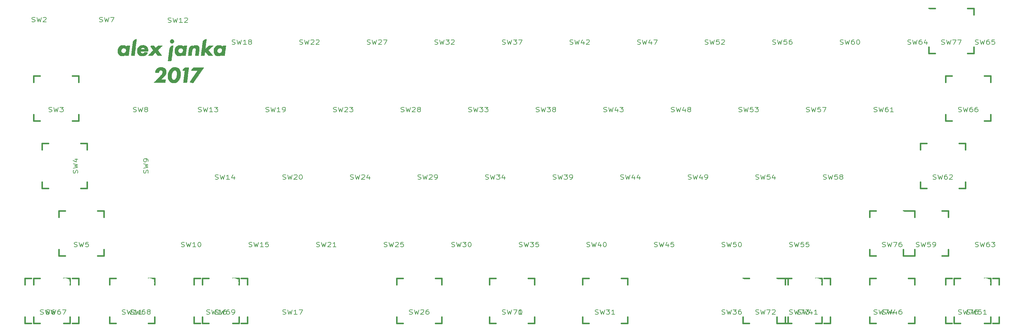
<source format=gto>
G04 #@! TF.FileFunction,Legend,Top*
%FSLAX46Y46*%
G04 Gerber Fmt 4.6, Leading zero omitted, Abs format (unit mm)*
G04 Created by KiCad (PCBNEW 4.0.5) date 01/22/17 22:08:40*
%MOMM*%
%LPD*%
G01*
G04 APERTURE LIST*
%ADD10C,0.100000*%
%ADD11C,0.010000*%
%ADD12C,0.381000*%
%ADD13C,0.203200*%
%ADD14C,7.401300*%
%ADD15C,2.686000*%
%ADD16C,1.299160*%
%ADD17R,2.127200X2.127200*%
%ADD18O,2.127200X2.127200*%
%ADD19O,10.399980X5.401260*%
%ADD20C,7.400240*%
%ADD21R,2.100000X2.100000*%
%ADD22O,2.100000X2.100000*%
G04 APERTURE END LIST*
D10*
D11*
G36*
X127598079Y-94765042D02*
X127871510Y-94813881D01*
X128118997Y-94905304D01*
X128338683Y-95037764D01*
X128528712Y-95209712D01*
X128687226Y-95419602D01*
X128812369Y-95665886D01*
X128902284Y-95947019D01*
X128937367Y-96124200D01*
X128951633Y-96256509D01*
X128959963Y-96424722D01*
X128962494Y-96614309D01*
X128959364Y-96810737D01*
X128950709Y-96999476D01*
X128936666Y-97165993D01*
X128926853Y-97241800D01*
X128850194Y-97615401D01*
X128739093Y-97956573D01*
X128594541Y-98263499D01*
X128417525Y-98534365D01*
X128209033Y-98767354D01*
X128004086Y-98936920D01*
X127893165Y-99006393D01*
X127764250Y-99073117D01*
X127661186Y-99116508D01*
X127584078Y-99142352D01*
X127512943Y-99160700D01*
X127436034Y-99172998D01*
X127341600Y-99180698D01*
X127217894Y-99185247D01*
X127084200Y-99187674D01*
X126942961Y-99188892D01*
X126815524Y-99188559D01*
X126712480Y-99186809D01*
X126644420Y-99183778D01*
X126627000Y-99181857D01*
X126569174Y-99167414D01*
X126484361Y-99141626D01*
X126411100Y-99117043D01*
X126181904Y-99010216D01*
X125975814Y-98860227D01*
X125795894Y-98670596D01*
X125645207Y-98444840D01*
X125526818Y-98186478D01*
X125481820Y-98050053D01*
X125453399Y-97918179D01*
X125431741Y-97748539D01*
X125417208Y-97553761D01*
X125410164Y-97346474D01*
X125410672Y-97215653D01*
X126425273Y-97215653D01*
X126427321Y-97398164D01*
X126437566Y-97573866D01*
X126455431Y-97730320D01*
X126480339Y-97855087D01*
X126495447Y-97902200D01*
X126585080Y-98077374D01*
X126700824Y-98210535D01*
X126841273Y-98300326D01*
X126944500Y-98334643D01*
X127057448Y-98343300D01*
X127195432Y-98320818D01*
X127259862Y-98302885D01*
X127349642Y-98257766D01*
X127450542Y-98178585D01*
X127550381Y-98076418D01*
X127636974Y-97962342D01*
X127640596Y-97956745D01*
X127743131Y-97762064D01*
X127827320Y-97532160D01*
X127891890Y-97277989D01*
X127935565Y-97010505D01*
X127957072Y-96740665D01*
X127955135Y-96479421D01*
X127928481Y-96237730D01*
X127875835Y-96026546D01*
X127867781Y-96003965D01*
X127788838Y-95848982D01*
X127685526Y-95734872D01*
X127563188Y-95661307D01*
X127427170Y-95627959D01*
X127282818Y-95634500D01*
X127135476Y-95680600D01*
X126990490Y-95765932D01*
X126853206Y-95890167D01*
X126728968Y-96052977D01*
X126715381Y-96074776D01*
X126642458Y-96216576D01*
X126572800Y-96392315D01*
X126511987Y-96585185D01*
X126465598Y-96778378D01*
X126448070Y-96879964D01*
X126431997Y-97038773D01*
X126425273Y-97215653D01*
X125410672Y-97215653D01*
X125410970Y-97139307D01*
X125419989Y-96944888D01*
X125437583Y-96775846D01*
X125444063Y-96734969D01*
X125529486Y-96361126D01*
X125650130Y-96022742D01*
X125807025Y-95717705D01*
X126001201Y-95443904D01*
X126156535Y-95273009D01*
X126363511Y-95088330D01*
X126572779Y-94949228D01*
X126794590Y-94851108D01*
X127039200Y-94789376D01*
X127300561Y-94760332D01*
X127598079Y-94765042D01*
X127598079Y-94765042D01*
G37*
X127598079Y-94765042D02*
X127871510Y-94813881D01*
X128118997Y-94905304D01*
X128338683Y-95037764D01*
X128528712Y-95209712D01*
X128687226Y-95419602D01*
X128812369Y-95665886D01*
X128902284Y-95947019D01*
X128937367Y-96124200D01*
X128951633Y-96256509D01*
X128959963Y-96424722D01*
X128962494Y-96614309D01*
X128959364Y-96810737D01*
X128950709Y-96999476D01*
X128936666Y-97165993D01*
X128926853Y-97241800D01*
X128850194Y-97615401D01*
X128739093Y-97956573D01*
X128594541Y-98263499D01*
X128417525Y-98534365D01*
X128209033Y-98767354D01*
X128004086Y-98936920D01*
X127893165Y-99006393D01*
X127764250Y-99073117D01*
X127661186Y-99116508D01*
X127584078Y-99142352D01*
X127512943Y-99160700D01*
X127436034Y-99172998D01*
X127341600Y-99180698D01*
X127217894Y-99185247D01*
X127084200Y-99187674D01*
X126942961Y-99188892D01*
X126815524Y-99188559D01*
X126712480Y-99186809D01*
X126644420Y-99183778D01*
X126627000Y-99181857D01*
X126569174Y-99167414D01*
X126484361Y-99141626D01*
X126411100Y-99117043D01*
X126181904Y-99010216D01*
X125975814Y-98860227D01*
X125795894Y-98670596D01*
X125645207Y-98444840D01*
X125526818Y-98186478D01*
X125481820Y-98050053D01*
X125453399Y-97918179D01*
X125431741Y-97748539D01*
X125417208Y-97553761D01*
X125410164Y-97346474D01*
X125410672Y-97215653D01*
X126425273Y-97215653D01*
X126427321Y-97398164D01*
X126437566Y-97573866D01*
X126455431Y-97730320D01*
X126480339Y-97855087D01*
X126495447Y-97902200D01*
X126585080Y-98077374D01*
X126700824Y-98210535D01*
X126841273Y-98300326D01*
X126944500Y-98334643D01*
X127057448Y-98343300D01*
X127195432Y-98320818D01*
X127259862Y-98302885D01*
X127349642Y-98257766D01*
X127450542Y-98178585D01*
X127550381Y-98076418D01*
X127636974Y-97962342D01*
X127640596Y-97956745D01*
X127743131Y-97762064D01*
X127827320Y-97532160D01*
X127891890Y-97277989D01*
X127935565Y-97010505D01*
X127957072Y-96740665D01*
X127955135Y-96479421D01*
X127928481Y-96237730D01*
X127875835Y-96026546D01*
X127867781Y-96003965D01*
X127788838Y-95848982D01*
X127685526Y-95734872D01*
X127563188Y-95661307D01*
X127427170Y-95627959D01*
X127282818Y-95634500D01*
X127135476Y-95680600D01*
X126990490Y-95765932D01*
X126853206Y-95890167D01*
X126728968Y-96052977D01*
X126715381Y-96074776D01*
X126642458Y-96216576D01*
X126572800Y-96392315D01*
X126511987Y-96585185D01*
X126465598Y-96778378D01*
X126448070Y-96879964D01*
X126431997Y-97038773D01*
X126425273Y-97215653D01*
X125410672Y-97215653D01*
X125410970Y-97139307D01*
X125419989Y-96944888D01*
X125437583Y-96775846D01*
X125444063Y-96734969D01*
X125529486Y-96361126D01*
X125650130Y-96022742D01*
X125807025Y-95717705D01*
X126001201Y-95443904D01*
X126156535Y-95273009D01*
X126363511Y-95088330D01*
X126572779Y-94949228D01*
X126794590Y-94851108D01*
X127039200Y-94789376D01*
X127300561Y-94760332D01*
X127598079Y-94765042D01*
G36*
X134829740Y-94859037D02*
X135028844Y-94860222D01*
X135198281Y-94862040D01*
X135333457Y-94864447D01*
X135429777Y-94867399D01*
X135482646Y-94870850D01*
X135491600Y-94873139D01*
X135477473Y-94896455D01*
X135436369Y-94958762D01*
X135370196Y-95057263D01*
X135280864Y-95189163D01*
X135170286Y-95351666D01*
X135040370Y-95541977D01*
X134893027Y-95757300D01*
X134730168Y-95994839D01*
X134553702Y-96251798D01*
X134365540Y-96525383D01*
X134167593Y-96812796D01*
X134011400Y-97039317D01*
X133767369Y-97392836D01*
X133550401Y-97706649D01*
X133358895Y-97982990D01*
X133191246Y-98224092D01*
X133045853Y-98432188D01*
X132921113Y-98609513D01*
X132815424Y-98758299D01*
X132727183Y-98880780D01*
X132654788Y-98979189D01*
X132596636Y-99055760D01*
X132551124Y-99112727D01*
X132516651Y-99152323D01*
X132491614Y-99176782D01*
X132474410Y-99188336D01*
X132468350Y-99189964D01*
X132423328Y-99185801D01*
X132338748Y-99171056D01*
X132224285Y-99147676D01*
X132089612Y-99117602D01*
X131987063Y-99093261D01*
X131848656Y-99059196D01*
X131728439Y-99028844D01*
X131634691Y-99004356D01*
X131575692Y-98987885D01*
X131559152Y-98982019D01*
X131571740Y-98960153D01*
X131611099Y-98899721D01*
X131675062Y-98803906D01*
X131761459Y-98675892D01*
X131868122Y-98518862D01*
X131992882Y-98336000D01*
X132133569Y-98130491D01*
X132288015Y-97905516D01*
X132454051Y-97664261D01*
X132629508Y-97409908D01*
X132678614Y-97338823D01*
X133807549Y-95705100D01*
X132906564Y-95698425D01*
X132005579Y-95691751D01*
X132021706Y-95611116D01*
X132084160Y-95422253D01*
X132189532Y-95246246D01*
X132330022Y-95093020D01*
X132497833Y-94972502D01*
X132541509Y-94949448D01*
X132709145Y-94866900D01*
X134100372Y-94859722D01*
X134360909Y-94858742D01*
X134605563Y-94858529D01*
X134829740Y-94859037D01*
X134829740Y-94859037D01*
G37*
X134829740Y-94859037D02*
X135028844Y-94860222D01*
X135198281Y-94862040D01*
X135333457Y-94864447D01*
X135429777Y-94867399D01*
X135482646Y-94870850D01*
X135491600Y-94873139D01*
X135477473Y-94896455D01*
X135436369Y-94958762D01*
X135370196Y-95057263D01*
X135280864Y-95189163D01*
X135170286Y-95351666D01*
X135040370Y-95541977D01*
X134893027Y-95757300D01*
X134730168Y-95994839D01*
X134553702Y-96251798D01*
X134365540Y-96525383D01*
X134167593Y-96812796D01*
X134011400Y-97039317D01*
X133767369Y-97392836D01*
X133550401Y-97706649D01*
X133358895Y-97982990D01*
X133191246Y-98224092D01*
X133045853Y-98432188D01*
X132921113Y-98609513D01*
X132815424Y-98758299D01*
X132727183Y-98880780D01*
X132654788Y-98979189D01*
X132596636Y-99055760D01*
X132551124Y-99112727D01*
X132516651Y-99152323D01*
X132491614Y-99176782D01*
X132474410Y-99188336D01*
X132468350Y-99189964D01*
X132423328Y-99185801D01*
X132338748Y-99171056D01*
X132224285Y-99147676D01*
X132089612Y-99117602D01*
X131987063Y-99093261D01*
X131848656Y-99059196D01*
X131728439Y-99028844D01*
X131634691Y-99004356D01*
X131575692Y-98987885D01*
X131559152Y-98982019D01*
X131571740Y-98960153D01*
X131611099Y-98899721D01*
X131675062Y-98803906D01*
X131761459Y-98675892D01*
X131868122Y-98518862D01*
X131992882Y-98336000D01*
X132133569Y-98130491D01*
X132288015Y-97905516D01*
X132454051Y-97664261D01*
X132629508Y-97409908D01*
X132678614Y-97338823D01*
X133807549Y-95705100D01*
X132906564Y-95698425D01*
X132005579Y-95691751D01*
X132021706Y-95611116D01*
X132084160Y-95422253D01*
X132189532Y-95246246D01*
X132330022Y-95093020D01*
X132497833Y-94972502D01*
X132541509Y-94949448D01*
X132709145Y-94866900D01*
X134100372Y-94859722D01*
X134360909Y-94858742D01*
X134605563Y-94858529D01*
X134829740Y-94859037D01*
G36*
X123618431Y-94769706D02*
X123758665Y-94777296D01*
X123871674Y-94791653D01*
X123960000Y-94811228D01*
X124223585Y-94902861D01*
X124445876Y-95024033D01*
X124627090Y-95175000D01*
X124767443Y-95356016D01*
X124867151Y-95567339D01*
X124926430Y-95809223D01*
X124942826Y-95971800D01*
X124935524Y-96256654D01*
X124881645Y-96526732D01*
X124779978Y-96785635D01*
X124629310Y-97036963D01*
X124547738Y-97145377D01*
X124458172Y-97249955D01*
X124332248Y-97385357D01*
X124172177Y-97549346D01*
X123980169Y-97739682D01*
X123758434Y-97954127D01*
X123604400Y-98100669D01*
X123439300Y-98256839D01*
X124096103Y-98257319D01*
X124752907Y-98257800D01*
X124738990Y-98314950D01*
X124731113Y-98359839D01*
X124718878Y-98444554D01*
X124703731Y-98558454D01*
X124687116Y-98690897D01*
X124680375Y-98746750D01*
X124635676Y-99121400D01*
X123053238Y-99121400D01*
X122774894Y-99121100D01*
X122512148Y-99120237D01*
X122269307Y-99118862D01*
X122050680Y-99117027D01*
X121860575Y-99114785D01*
X121703299Y-99112188D01*
X121583163Y-99109289D01*
X121504473Y-99106139D01*
X121471538Y-99102791D01*
X121470800Y-99102203D01*
X121488235Y-99080894D01*
X121538166Y-99027439D01*
X121617030Y-98945474D01*
X121721264Y-98838638D01*
X121847304Y-98710566D01*
X121991587Y-98564896D01*
X122150551Y-98405265D01*
X122298223Y-98257653D01*
X122561033Y-97994538D01*
X122789836Y-97763147D01*
X122987475Y-97560235D01*
X123156792Y-97382558D01*
X123300631Y-97226871D01*
X123421833Y-97089929D01*
X123523241Y-96968489D01*
X123607697Y-96859305D01*
X123678045Y-96759133D01*
X123737127Y-96664728D01*
X123787784Y-96572846D01*
X123806082Y-96536569D01*
X123884415Y-96340545D01*
X123919844Y-96160077D01*
X123912482Y-95998302D01*
X123862441Y-95858360D01*
X123777916Y-95750762D01*
X123661039Y-95672286D01*
X123523890Y-95628386D01*
X123378016Y-95618141D01*
X123234963Y-95640634D01*
X123106277Y-95694943D01*
X123003507Y-95780151D01*
X122977520Y-95814483D01*
X122924804Y-95914868D01*
X122874654Y-96048287D01*
X122833627Y-96197131D01*
X122831470Y-96206750D01*
X122816032Y-96276600D01*
X121826400Y-96276600D01*
X121826400Y-96206239D01*
X121833080Y-96147609D01*
X121850692Y-96058487D01*
X121875591Y-95957044D01*
X121878625Y-95945889D01*
X121979002Y-95662163D01*
X122113781Y-95414807D01*
X122282167Y-95204707D01*
X122483365Y-95032745D01*
X122716578Y-94899807D01*
X122876502Y-94837500D01*
X122967784Y-94809238D01*
X123048605Y-94789896D01*
X123132721Y-94777772D01*
X123233889Y-94771165D01*
X123365866Y-94768375D01*
X123439300Y-94767910D01*
X123618431Y-94769706D01*
X123618431Y-94769706D01*
G37*
X123618431Y-94769706D02*
X123758665Y-94777296D01*
X123871674Y-94791653D01*
X123960000Y-94811228D01*
X124223585Y-94902861D01*
X124445876Y-95024033D01*
X124627090Y-95175000D01*
X124767443Y-95356016D01*
X124867151Y-95567339D01*
X124926430Y-95809223D01*
X124942826Y-95971800D01*
X124935524Y-96256654D01*
X124881645Y-96526732D01*
X124779978Y-96785635D01*
X124629310Y-97036963D01*
X124547738Y-97145377D01*
X124458172Y-97249955D01*
X124332248Y-97385357D01*
X124172177Y-97549346D01*
X123980169Y-97739682D01*
X123758434Y-97954127D01*
X123604400Y-98100669D01*
X123439300Y-98256839D01*
X124096103Y-98257319D01*
X124752907Y-98257800D01*
X124738990Y-98314950D01*
X124731113Y-98359839D01*
X124718878Y-98444554D01*
X124703731Y-98558454D01*
X124687116Y-98690897D01*
X124680375Y-98746750D01*
X124635676Y-99121400D01*
X123053238Y-99121400D01*
X122774894Y-99121100D01*
X122512148Y-99120237D01*
X122269307Y-99118862D01*
X122050680Y-99117027D01*
X121860575Y-99114785D01*
X121703299Y-99112188D01*
X121583163Y-99109289D01*
X121504473Y-99106139D01*
X121471538Y-99102791D01*
X121470800Y-99102203D01*
X121488235Y-99080894D01*
X121538166Y-99027439D01*
X121617030Y-98945474D01*
X121721264Y-98838638D01*
X121847304Y-98710566D01*
X121991587Y-98564896D01*
X122150551Y-98405265D01*
X122298223Y-98257653D01*
X122561033Y-97994538D01*
X122789836Y-97763147D01*
X122987475Y-97560235D01*
X123156792Y-97382558D01*
X123300631Y-97226871D01*
X123421833Y-97089929D01*
X123523241Y-96968489D01*
X123607697Y-96859305D01*
X123678045Y-96759133D01*
X123737127Y-96664728D01*
X123787784Y-96572846D01*
X123806082Y-96536569D01*
X123884415Y-96340545D01*
X123919844Y-96160077D01*
X123912482Y-95998302D01*
X123862441Y-95858360D01*
X123777916Y-95750762D01*
X123661039Y-95672286D01*
X123523890Y-95628386D01*
X123378016Y-95618141D01*
X123234963Y-95640634D01*
X123106277Y-95694943D01*
X123003507Y-95780151D01*
X122977520Y-95814483D01*
X122924804Y-95914868D01*
X122874654Y-96048287D01*
X122833627Y-96197131D01*
X122831470Y-96206750D01*
X122816032Y-96276600D01*
X121826400Y-96276600D01*
X121826400Y-96206239D01*
X121833080Y-96147609D01*
X121850692Y-96058487D01*
X121875591Y-95957044D01*
X121878625Y-95945889D01*
X121979002Y-95662163D01*
X122113781Y-95414807D01*
X122282167Y-95204707D01*
X122483365Y-95032745D01*
X122716578Y-94899807D01*
X122876502Y-94837500D01*
X122967784Y-94809238D01*
X123048605Y-94789896D01*
X123132721Y-94777772D01*
X123233889Y-94771165D01*
X123365866Y-94768375D01*
X123439300Y-94767910D01*
X123618431Y-94769706D01*
G36*
X131170698Y-94858099D02*
X131229837Y-94862939D01*
X131262460Y-94870845D01*
X131274630Y-94882150D01*
X131275200Y-94886164D01*
X131272170Y-94916359D01*
X131263388Y-94993159D01*
X131249315Y-95112753D01*
X131230409Y-95271326D01*
X131207131Y-95465067D01*
X131179941Y-95690163D01*
X131149299Y-95942800D01*
X131115665Y-96219167D01*
X131079499Y-96515449D01*
X131041260Y-96827835D01*
X131021380Y-96989921D01*
X130982279Y-97308853D01*
X130945014Y-97613517D01*
X130910044Y-97900108D01*
X130877830Y-98164825D01*
X130848831Y-98403863D01*
X130823509Y-98613419D01*
X130802322Y-98789692D01*
X130785731Y-98928876D01*
X130774196Y-99027170D01*
X130768177Y-99080770D01*
X130767380Y-99089650D01*
X130755344Y-99101029D01*
X130716018Y-99109547D01*
X130644352Y-99115519D01*
X130535297Y-99119261D01*
X130383805Y-99121089D01*
X130259685Y-99121400D01*
X129752171Y-99121400D01*
X129766321Y-99013450D01*
X129771849Y-98969620D01*
X129782971Y-98879992D01*
X129799120Y-98749192D01*
X129819725Y-98581847D01*
X129844220Y-98382582D01*
X129872034Y-98156025D01*
X129902600Y-97906801D01*
X129935348Y-97639538D01*
X129969711Y-97358861D01*
X129976265Y-97305300D01*
X130172060Y-95705100D01*
X129870054Y-95697946D01*
X129568047Y-95690793D01*
X129585566Y-95596346D01*
X129639930Y-95429567D01*
X129735869Y-95266842D01*
X129864597Y-95118896D01*
X130017328Y-94996452D01*
X130127751Y-94934474D01*
X130179510Y-94911225D01*
X130227374Y-94893855D01*
X130279975Y-94881350D01*
X130345949Y-94872696D01*
X130433928Y-94866879D01*
X130552546Y-94862887D01*
X130710439Y-94859704D01*
X130773550Y-94858643D01*
X130948618Y-94856283D01*
X131078980Y-94855991D01*
X131170698Y-94858099D01*
X131170698Y-94858099D01*
G37*
X131170698Y-94858099D02*
X131229837Y-94862939D01*
X131262460Y-94870845D01*
X131274630Y-94882150D01*
X131275200Y-94886164D01*
X131272170Y-94916359D01*
X131263388Y-94993159D01*
X131249315Y-95112753D01*
X131230409Y-95271326D01*
X131207131Y-95465067D01*
X131179941Y-95690163D01*
X131149299Y-95942800D01*
X131115665Y-96219167D01*
X131079499Y-96515449D01*
X131041260Y-96827835D01*
X131021380Y-96989921D01*
X130982279Y-97308853D01*
X130945014Y-97613517D01*
X130910044Y-97900108D01*
X130877830Y-98164825D01*
X130848831Y-98403863D01*
X130823509Y-98613419D01*
X130802322Y-98789692D01*
X130785731Y-98928876D01*
X130774196Y-99027170D01*
X130768177Y-99080770D01*
X130767380Y-99089650D01*
X130755344Y-99101029D01*
X130716018Y-99109547D01*
X130644352Y-99115519D01*
X130535297Y-99119261D01*
X130383805Y-99121089D01*
X130259685Y-99121400D01*
X129752171Y-99121400D01*
X129766321Y-99013450D01*
X129771849Y-98969620D01*
X129782971Y-98879992D01*
X129799120Y-98749192D01*
X129819725Y-98581847D01*
X129844220Y-98382582D01*
X129872034Y-98156025D01*
X129902600Y-97906801D01*
X129935348Y-97639538D01*
X129969711Y-97358861D01*
X129976265Y-97305300D01*
X130172060Y-95705100D01*
X129870054Y-95697946D01*
X129568047Y-95690793D01*
X129585566Y-95596346D01*
X129639930Y-95429567D01*
X129735869Y-95266842D01*
X129864597Y-95118896D01*
X130017328Y-94996452D01*
X130127751Y-94934474D01*
X130179510Y-94911225D01*
X130227374Y-94893855D01*
X130279975Y-94881350D01*
X130345949Y-94872696D01*
X130433928Y-94866879D01*
X130552546Y-94862887D01*
X130710439Y-94859704D01*
X130773550Y-94858643D01*
X130948618Y-94856283D01*
X131078980Y-94855991D01*
X131170698Y-94858099D01*
G36*
X126894795Y-88636528D02*
X126893404Y-88662845D01*
X126886054Y-88735852D01*
X126873187Y-88851845D01*
X126855249Y-89007119D01*
X126832683Y-89197968D01*
X126805932Y-89420690D01*
X126775441Y-89671578D01*
X126741654Y-89946928D01*
X126705014Y-90243037D01*
X126665966Y-90556198D01*
X126639556Y-90766719D01*
X126599007Y-91089560D01*
X126560334Y-91398167D01*
X126524003Y-91688788D01*
X126490479Y-91957670D01*
X126460228Y-92201059D01*
X126433713Y-92415204D01*
X126411401Y-92596349D01*
X126393755Y-92740743D01*
X126381242Y-92844631D01*
X126374327Y-92904262D01*
X126373053Y-92917450D01*
X126360812Y-92929233D01*
X126320677Y-92937936D01*
X126247464Y-92943909D01*
X126135987Y-92947502D01*
X125981062Y-92949064D01*
X125903100Y-92949200D01*
X125433200Y-92949200D01*
X125433427Y-92892050D01*
X125436568Y-92857680D01*
X125445566Y-92777190D01*
X125459901Y-92654856D01*
X125479052Y-92494956D01*
X125502499Y-92301765D01*
X125529720Y-92079562D01*
X125560196Y-91832624D01*
X125593405Y-91565228D01*
X125628828Y-91281650D01*
X125648746Y-91122873D01*
X125691151Y-90785914D01*
X125727925Y-90495495D01*
X125759668Y-90247741D01*
X125786981Y-90038778D01*
X125810466Y-89864729D01*
X125830721Y-89721719D01*
X125848350Y-89605872D01*
X125863950Y-89513314D01*
X125878125Y-89440168D01*
X125891473Y-89382559D01*
X125904597Y-89336612D01*
X125918095Y-89298451D01*
X125932570Y-89264201D01*
X125938968Y-89250301D01*
X126058191Y-89053253D01*
X126213601Y-88889753D01*
X126400205Y-88763598D01*
X126613013Y-88678585D01*
X126723541Y-88653412D01*
X126807696Y-88640539D01*
X126869707Y-88634615D01*
X126894795Y-88636528D01*
X126894795Y-88636528D01*
G37*
X126894795Y-88636528D02*
X126893404Y-88662845D01*
X126886054Y-88735852D01*
X126873187Y-88851845D01*
X126855249Y-89007119D01*
X126832683Y-89197968D01*
X126805932Y-89420690D01*
X126775441Y-89671578D01*
X126741654Y-89946928D01*
X126705014Y-90243037D01*
X126665966Y-90556198D01*
X126639556Y-90766719D01*
X126599007Y-91089560D01*
X126560334Y-91398167D01*
X126524003Y-91688788D01*
X126490479Y-91957670D01*
X126460228Y-92201059D01*
X126433713Y-92415204D01*
X126411401Y-92596349D01*
X126393755Y-92740743D01*
X126381242Y-92844631D01*
X126374327Y-92904262D01*
X126373053Y-92917450D01*
X126360812Y-92929233D01*
X126320677Y-92937936D01*
X126247464Y-92943909D01*
X126135987Y-92947502D01*
X125981062Y-92949064D01*
X125903100Y-92949200D01*
X125433200Y-92949200D01*
X125433427Y-92892050D01*
X125436568Y-92857680D01*
X125445566Y-92777190D01*
X125459901Y-92654856D01*
X125479052Y-92494956D01*
X125502499Y-92301765D01*
X125529720Y-92079562D01*
X125560196Y-91832624D01*
X125593405Y-91565228D01*
X125628828Y-91281650D01*
X125648746Y-91122873D01*
X125691151Y-90785914D01*
X125727925Y-90495495D01*
X125759668Y-90247741D01*
X125786981Y-90038778D01*
X125810466Y-89864729D01*
X125830721Y-89721719D01*
X125848350Y-89605872D01*
X125863950Y-89513314D01*
X125878125Y-89440168D01*
X125891473Y-89382559D01*
X125904597Y-89336612D01*
X125918095Y-89298451D01*
X125932570Y-89264201D01*
X125938968Y-89250301D01*
X126058191Y-89053253D01*
X126213601Y-88889753D01*
X126400205Y-88763598D01*
X126613013Y-88678585D01*
X126723541Y-88653412D01*
X126807696Y-88640539D01*
X126869707Y-88634615D01*
X126894795Y-88636528D01*
G36*
X113009466Y-88570064D02*
X113222851Y-88616386D01*
X113404037Y-88695660D01*
X113557579Y-88809580D01*
X113621498Y-88875581D01*
X113668125Y-88925632D01*
X113691140Y-88939244D01*
X113698219Y-88919999D01*
X113698400Y-88911483D01*
X113718598Y-88856346D01*
X113770372Y-88789796D01*
X113840489Y-88724351D01*
X113915715Y-88672535D01*
X113977006Y-88647868D01*
X114035420Y-88641235D01*
X114130864Y-88635853D01*
X114249571Y-88632316D01*
X114364207Y-88631199D01*
X114668065Y-88631200D01*
X114653061Y-88726450D01*
X114647049Y-88770198D01*
X114635570Y-88859068D01*
X114619287Y-88987753D01*
X114598860Y-89150944D01*
X114574952Y-89343335D01*
X114548223Y-89559618D01*
X114519336Y-89794486D01*
X114488952Y-90042631D01*
X114486061Y-90066300D01*
X114455565Y-90315415D01*
X114426495Y-90551748D01*
X114399513Y-90769992D01*
X114375282Y-90964840D01*
X114354464Y-91130984D01*
X114337722Y-91263116D01*
X114325719Y-91355930D01*
X114319116Y-91404117D01*
X114318799Y-91406150D01*
X114303534Y-91501400D01*
X113364163Y-91501400D01*
X113380778Y-91418850D01*
X113397062Y-91344388D01*
X113411830Y-91285792D01*
X113416000Y-91258528D01*
X113399774Y-91260139D01*
X113355209Y-91292737D01*
X113340084Y-91304865D01*
X113166861Y-91426721D01*
X112995802Y-91512946D01*
X112901462Y-91544258D01*
X112800392Y-91561302D01*
X112666114Y-91571485D01*
X112515127Y-91574837D01*
X112363930Y-91571387D01*
X112229021Y-91561165D01*
X112126899Y-91544199D01*
X112121805Y-91542868D01*
X111942711Y-91471308D01*
X111768489Y-91358878D01*
X111610278Y-91215123D01*
X111479215Y-91049586D01*
X111415031Y-90937247D01*
X111345231Y-90774979D01*
X111298396Y-90616068D01*
X111271249Y-90444487D01*
X111260512Y-90244208D01*
X111260000Y-90179326D01*
X111267174Y-90047548D01*
X112229175Y-90047548D01*
X112237678Y-90234578D01*
X112289685Y-90405539D01*
X112383817Y-90554162D01*
X112431639Y-90604708D01*
X112523380Y-90680609D01*
X112615485Y-90728547D01*
X112722585Y-90753148D01*
X112859310Y-90759038D01*
X112915208Y-90757598D01*
X113030510Y-90751104D01*
X113112371Y-90739112D01*
X113178134Y-90717384D01*
X113245140Y-90681680D01*
X113258108Y-90673789D01*
X113388513Y-90567743D01*
X113490793Y-90432840D01*
X113563512Y-90278086D01*
X113605238Y-90112486D01*
X113614536Y-89945046D01*
X113589972Y-89784770D01*
X113530113Y-89640664D01*
X113440521Y-89528126D01*
X113321334Y-89448054D01*
X113170595Y-89393796D01*
X113001813Y-89367707D01*
X112828497Y-89372147D01*
X112698046Y-89398556D01*
X112593091Y-89449457D01*
X112484255Y-89535233D01*
X112384139Y-89642711D01*
X112305346Y-89758715D01*
X112265558Y-89850720D01*
X112229175Y-90047548D01*
X111267174Y-90047548D01*
X111276086Y-89883856D01*
X111325918Y-89622039D01*
X111411854Y-89387582D01*
X111536250Y-89174196D01*
X111701465Y-88975589D01*
X111717200Y-88959458D01*
X111885354Y-88808439D01*
X112057479Y-88696340D01*
X112243339Y-88619371D01*
X112452701Y-88573742D01*
X112695332Y-88555661D01*
X112759326Y-88555000D01*
X113009466Y-88570064D01*
X113009466Y-88570064D01*
G37*
X113009466Y-88570064D02*
X113222851Y-88616386D01*
X113404037Y-88695660D01*
X113557579Y-88809580D01*
X113621498Y-88875581D01*
X113668125Y-88925632D01*
X113691140Y-88939244D01*
X113698219Y-88919999D01*
X113698400Y-88911483D01*
X113718598Y-88856346D01*
X113770372Y-88789796D01*
X113840489Y-88724351D01*
X113915715Y-88672535D01*
X113977006Y-88647868D01*
X114035420Y-88641235D01*
X114130864Y-88635853D01*
X114249571Y-88632316D01*
X114364207Y-88631199D01*
X114668065Y-88631200D01*
X114653061Y-88726450D01*
X114647049Y-88770198D01*
X114635570Y-88859068D01*
X114619287Y-88987753D01*
X114598860Y-89150944D01*
X114574952Y-89343335D01*
X114548223Y-89559618D01*
X114519336Y-89794486D01*
X114488952Y-90042631D01*
X114486061Y-90066300D01*
X114455565Y-90315415D01*
X114426495Y-90551748D01*
X114399513Y-90769992D01*
X114375282Y-90964840D01*
X114354464Y-91130984D01*
X114337722Y-91263116D01*
X114325719Y-91355930D01*
X114319116Y-91404117D01*
X114318799Y-91406150D01*
X114303534Y-91501400D01*
X113364163Y-91501400D01*
X113380778Y-91418850D01*
X113397062Y-91344388D01*
X113411830Y-91285792D01*
X113416000Y-91258528D01*
X113399774Y-91260139D01*
X113355209Y-91292737D01*
X113340084Y-91304865D01*
X113166861Y-91426721D01*
X112995802Y-91512946D01*
X112901462Y-91544258D01*
X112800392Y-91561302D01*
X112666114Y-91571485D01*
X112515127Y-91574837D01*
X112363930Y-91571387D01*
X112229021Y-91561165D01*
X112126899Y-91544199D01*
X112121805Y-91542868D01*
X111942711Y-91471308D01*
X111768489Y-91358878D01*
X111610278Y-91215123D01*
X111479215Y-91049586D01*
X111415031Y-90937247D01*
X111345231Y-90774979D01*
X111298396Y-90616068D01*
X111271249Y-90444487D01*
X111260512Y-90244208D01*
X111260000Y-90179326D01*
X111267174Y-90047548D01*
X112229175Y-90047548D01*
X112237678Y-90234578D01*
X112289685Y-90405539D01*
X112383817Y-90554162D01*
X112431639Y-90604708D01*
X112523380Y-90680609D01*
X112615485Y-90728547D01*
X112722585Y-90753148D01*
X112859310Y-90759038D01*
X112915208Y-90757598D01*
X113030510Y-90751104D01*
X113112371Y-90739112D01*
X113178134Y-90717384D01*
X113245140Y-90681680D01*
X113258108Y-90673789D01*
X113388513Y-90567743D01*
X113490793Y-90432840D01*
X113563512Y-90278086D01*
X113605238Y-90112486D01*
X113614536Y-89945046D01*
X113589972Y-89784770D01*
X113530113Y-89640664D01*
X113440521Y-89528126D01*
X113321334Y-89448054D01*
X113170595Y-89393796D01*
X113001813Y-89367707D01*
X112828497Y-89372147D01*
X112698046Y-89398556D01*
X112593091Y-89449457D01*
X112484255Y-89535233D01*
X112384139Y-89642711D01*
X112305346Y-89758715D01*
X112265558Y-89850720D01*
X112229175Y-90047548D01*
X111267174Y-90047548D01*
X111276086Y-89883856D01*
X111325918Y-89622039D01*
X111411854Y-89387582D01*
X111536250Y-89174196D01*
X111701465Y-88975589D01*
X111717200Y-88959458D01*
X111885354Y-88808439D01*
X112057479Y-88696340D01*
X112243339Y-88619371D01*
X112452701Y-88573742D01*
X112695332Y-88555661D01*
X112759326Y-88555000D01*
X113009466Y-88570064D01*
G36*
X118460900Y-88538717D02*
X118753544Y-88574282D01*
X119008969Y-88644376D01*
X119227612Y-88749433D01*
X119409915Y-88889889D01*
X119556316Y-89066180D01*
X119667256Y-89278741D01*
X119743174Y-89528006D01*
X119784509Y-89814412D01*
X119787187Y-89851612D01*
X119791822Y-89965274D01*
X119791435Y-90071117D01*
X119786215Y-90150235D01*
X119784069Y-90164203D01*
X119766698Y-90256800D01*
X117658498Y-90256800D01*
X117674595Y-90352050D01*
X117711873Y-90485339D01*
X117773244Y-90611967D01*
X117849502Y-90715489D01*
X117905484Y-90764511D01*
X117974366Y-90802195D01*
X118053949Y-90824380D01*
X118162717Y-90835889D01*
X118183449Y-90837031D01*
X118289832Y-90837633D01*
X118389008Y-90830163D01*
X118457105Y-90816852D01*
X118532633Y-90775332D01*
X118617389Y-90703798D01*
X118695967Y-90616662D01*
X118740300Y-90551955D01*
X118752272Y-90536592D01*
X118772186Y-90526334D01*
X118807312Y-90521103D01*
X118864922Y-90520819D01*
X118952285Y-90525401D01*
X119076671Y-90534769D01*
X119219848Y-90546682D01*
X119366423Y-90559790D01*
X119494928Y-90572608D01*
X119597019Y-90584196D01*
X119664348Y-90593615D01*
X119688341Y-90599475D01*
X119686992Y-90630916D01*
X119662079Y-90694205D01*
X119618894Y-90779381D01*
X119562727Y-90876483D01*
X119498869Y-90975549D01*
X119457833Y-91033455D01*
X119293166Y-91221577D01*
X119106834Y-91366621D01*
X118892671Y-91472500D01*
X118659903Y-91539934D01*
X118518592Y-91560481D01*
X118344941Y-91571629D01*
X118156517Y-91573464D01*
X117970887Y-91566069D01*
X117805619Y-91549531D01*
X117724300Y-91535417D01*
X117487184Y-91460659D01*
X117273935Y-91345337D01*
X117089579Y-91194102D01*
X116939146Y-91011604D01*
X116827663Y-90802493D01*
X116780590Y-90662573D01*
X116755322Y-90525485D01*
X116740903Y-90355344D01*
X116737312Y-90168723D01*
X116744529Y-89982194D01*
X116762534Y-89812328D01*
X116781741Y-89711401D01*
X116794428Y-89672600D01*
X117758976Y-89672600D01*
X118885507Y-89672600D01*
X118868984Y-89602750D01*
X118821656Y-89490659D01*
X118740568Y-89382175D01*
X118640582Y-89295622D01*
X118601228Y-89272550D01*
X118449162Y-89221736D01*
X118292217Y-89214988D01*
X118139617Y-89248470D01*
X118000585Y-89318349D01*
X117884345Y-89420790D01*
X117800121Y-89551960D01*
X117776284Y-89615450D01*
X117758976Y-89672600D01*
X116794428Y-89672600D01*
X116871245Y-89437689D01*
X116998370Y-89196988D01*
X117160797Y-88990919D01*
X117356208Y-88821101D01*
X117582285Y-88689152D01*
X117836709Y-88596691D01*
X118117163Y-88545338D01*
X118421329Y-88536711D01*
X118460900Y-88538717D01*
X118460900Y-88538717D01*
G37*
X118460900Y-88538717D02*
X118753544Y-88574282D01*
X119008969Y-88644376D01*
X119227612Y-88749433D01*
X119409915Y-88889889D01*
X119556316Y-89066180D01*
X119667256Y-89278741D01*
X119743174Y-89528006D01*
X119784509Y-89814412D01*
X119787187Y-89851612D01*
X119791822Y-89965274D01*
X119791435Y-90071117D01*
X119786215Y-90150235D01*
X119784069Y-90164203D01*
X119766698Y-90256800D01*
X117658498Y-90256800D01*
X117674595Y-90352050D01*
X117711873Y-90485339D01*
X117773244Y-90611967D01*
X117849502Y-90715489D01*
X117905484Y-90764511D01*
X117974366Y-90802195D01*
X118053949Y-90824380D01*
X118162717Y-90835889D01*
X118183449Y-90837031D01*
X118289832Y-90837633D01*
X118389008Y-90830163D01*
X118457105Y-90816852D01*
X118532633Y-90775332D01*
X118617389Y-90703798D01*
X118695967Y-90616662D01*
X118740300Y-90551955D01*
X118752272Y-90536592D01*
X118772186Y-90526334D01*
X118807312Y-90521103D01*
X118864922Y-90520819D01*
X118952285Y-90525401D01*
X119076671Y-90534769D01*
X119219848Y-90546682D01*
X119366423Y-90559790D01*
X119494928Y-90572608D01*
X119597019Y-90584196D01*
X119664348Y-90593615D01*
X119688341Y-90599475D01*
X119686992Y-90630916D01*
X119662079Y-90694205D01*
X119618894Y-90779381D01*
X119562727Y-90876483D01*
X119498869Y-90975549D01*
X119457833Y-91033455D01*
X119293166Y-91221577D01*
X119106834Y-91366621D01*
X118892671Y-91472500D01*
X118659903Y-91539934D01*
X118518592Y-91560481D01*
X118344941Y-91571629D01*
X118156517Y-91573464D01*
X117970887Y-91566069D01*
X117805619Y-91549531D01*
X117724300Y-91535417D01*
X117487184Y-91460659D01*
X117273935Y-91345337D01*
X117089579Y-91194102D01*
X116939146Y-91011604D01*
X116827663Y-90802493D01*
X116780590Y-90662573D01*
X116755322Y-90525485D01*
X116740903Y-90355344D01*
X116737312Y-90168723D01*
X116744529Y-89982194D01*
X116762534Y-89812328D01*
X116781741Y-89711401D01*
X116794428Y-89672600D01*
X117758976Y-89672600D01*
X118885507Y-89672600D01*
X118868984Y-89602750D01*
X118821656Y-89490659D01*
X118740568Y-89382175D01*
X118640582Y-89295622D01*
X118601228Y-89272550D01*
X118449162Y-89221736D01*
X118292217Y-89214988D01*
X118139617Y-89248470D01*
X118000585Y-89318349D01*
X117884345Y-89420790D01*
X117800121Y-89551960D01*
X117776284Y-89615450D01*
X117758976Y-89672600D01*
X116794428Y-89672600D01*
X116871245Y-89437689D01*
X116998370Y-89196988D01*
X117160797Y-88990919D01*
X117356208Y-88821101D01*
X117582285Y-88689152D01*
X117836709Y-88596691D01*
X118117163Y-88545338D01*
X118421329Y-88536711D01*
X118460900Y-88538717D01*
G36*
X129064066Y-88566019D02*
X129208011Y-88587824D01*
X129262506Y-88601944D01*
X129429761Y-88672068D01*
X129586791Y-88770782D01*
X129698541Y-88869869D01*
X129760182Y-88936135D01*
X129812945Y-88840817D01*
X129892334Y-88745766D01*
X129978936Y-88688350D01*
X130032570Y-88664105D01*
X130087437Y-88647789D01*
X130155156Y-88637886D01*
X130247348Y-88632880D01*
X130375631Y-88631255D01*
X130416981Y-88631200D01*
X130538739Y-88632164D01*
X130639700Y-88634802D01*
X130710355Y-88638727D01*
X130741195Y-88643554D01*
X130741800Y-88644358D01*
X130738759Y-88673837D01*
X130730104Y-88748080D01*
X130716533Y-88861446D01*
X130698744Y-89008293D01*
X130677435Y-89182980D01*
X130653305Y-89379866D01*
X130627053Y-89593309D01*
X130599376Y-89817667D01*
X130570974Y-90047298D01*
X130542544Y-90276562D01*
X130514786Y-90499816D01*
X130488397Y-90711420D01*
X130464075Y-90905730D01*
X130442521Y-91077107D01*
X130424431Y-91219908D01*
X130410504Y-91328492D01*
X130401439Y-91397217D01*
X130398315Y-91418850D01*
X130383898Y-91501400D01*
X129442363Y-91501400D01*
X129458978Y-91418850D01*
X129474860Y-91345755D01*
X129488990Y-91289068D01*
X129485390Y-91271510D01*
X129453766Y-91283515D01*
X129389857Y-91327023D01*
X129365286Y-91345349D01*
X129247601Y-91429028D01*
X129142737Y-91488688D01*
X129037133Y-91528577D01*
X128917228Y-91552946D01*
X128769463Y-91566044D01*
X128646300Y-91570678D01*
X128503131Y-91573309D01*
X128397391Y-91571744D01*
X128315786Y-91564658D01*
X128245026Y-91550724D01*
X128171820Y-91528618D01*
X128150316Y-91521218D01*
X127941717Y-91421919D01*
X127756372Y-91280175D01*
X127598877Y-91100789D01*
X127473827Y-90888564D01*
X127419833Y-90757586D01*
X127379154Y-90602498D01*
X127352229Y-90414557D01*
X127339804Y-90210015D01*
X127341257Y-90104400D01*
X128317440Y-90104400D01*
X128325632Y-90263223D01*
X128355866Y-90388791D01*
X128413881Y-90495963D01*
X128505419Y-90599597D01*
X128510724Y-90604708D01*
X128601709Y-90680570D01*
X128693599Y-90728521D01*
X128800871Y-90753145D01*
X128938003Y-90759029D01*
X128993408Y-90757598D01*
X129108636Y-90751115D01*
X129190357Y-90739164D01*
X129255848Y-90717519D01*
X129322386Y-90681957D01*
X129335431Y-90673985D01*
X129482367Y-90554389D01*
X129594171Y-90402777D01*
X129666867Y-90227254D01*
X129696481Y-90035925D01*
X129694325Y-89942082D01*
X129659067Y-89758682D01*
X129586263Y-89609154D01*
X129477211Y-89494639D01*
X129333214Y-89416276D01*
X129155573Y-89375204D01*
X129040000Y-89368915D01*
X128842994Y-89389021D01*
X128675321Y-89450256D01*
X128534685Y-89553996D01*
X128418789Y-89701616D01*
X128384899Y-89761500D01*
X128350201Y-89836403D01*
X128329795Y-89908604D01*
X128320063Y-89996493D01*
X128317440Y-90104400D01*
X127341257Y-90104400D01*
X127342624Y-90005127D01*
X127361435Y-89816145D01*
X127373572Y-89748800D01*
X127451775Y-89486518D01*
X127569621Y-89247159D01*
X127722831Y-89035445D01*
X127907125Y-88856095D01*
X128118224Y-88713831D01*
X128351846Y-88613374D01*
X128421028Y-88593300D01*
X128557179Y-88568948D01*
X128721302Y-88556403D01*
X128896047Y-88555487D01*
X129064066Y-88566019D01*
X129064066Y-88566019D01*
G37*
X129064066Y-88566019D02*
X129208011Y-88587824D01*
X129262506Y-88601944D01*
X129429761Y-88672068D01*
X129586791Y-88770782D01*
X129698541Y-88869869D01*
X129760182Y-88936135D01*
X129812945Y-88840817D01*
X129892334Y-88745766D01*
X129978936Y-88688350D01*
X130032570Y-88664105D01*
X130087437Y-88647789D01*
X130155156Y-88637886D01*
X130247348Y-88632880D01*
X130375631Y-88631255D01*
X130416981Y-88631200D01*
X130538739Y-88632164D01*
X130639700Y-88634802D01*
X130710355Y-88638727D01*
X130741195Y-88643554D01*
X130741800Y-88644358D01*
X130738759Y-88673837D01*
X130730104Y-88748080D01*
X130716533Y-88861446D01*
X130698744Y-89008293D01*
X130677435Y-89182980D01*
X130653305Y-89379866D01*
X130627053Y-89593309D01*
X130599376Y-89817667D01*
X130570974Y-90047298D01*
X130542544Y-90276562D01*
X130514786Y-90499816D01*
X130488397Y-90711420D01*
X130464075Y-90905730D01*
X130442521Y-91077107D01*
X130424431Y-91219908D01*
X130410504Y-91328492D01*
X130401439Y-91397217D01*
X130398315Y-91418850D01*
X130383898Y-91501400D01*
X129442363Y-91501400D01*
X129458978Y-91418850D01*
X129474860Y-91345755D01*
X129488990Y-91289068D01*
X129485390Y-91271510D01*
X129453766Y-91283515D01*
X129389857Y-91327023D01*
X129365286Y-91345349D01*
X129247601Y-91429028D01*
X129142737Y-91488688D01*
X129037133Y-91528577D01*
X128917228Y-91552946D01*
X128769463Y-91566044D01*
X128646300Y-91570678D01*
X128503131Y-91573309D01*
X128397391Y-91571744D01*
X128315786Y-91564658D01*
X128245026Y-91550724D01*
X128171820Y-91528618D01*
X128150316Y-91521218D01*
X127941717Y-91421919D01*
X127756372Y-91280175D01*
X127598877Y-91100789D01*
X127473827Y-90888564D01*
X127419833Y-90757586D01*
X127379154Y-90602498D01*
X127352229Y-90414557D01*
X127339804Y-90210015D01*
X127341257Y-90104400D01*
X128317440Y-90104400D01*
X128325632Y-90263223D01*
X128355866Y-90388791D01*
X128413881Y-90495963D01*
X128505419Y-90599597D01*
X128510724Y-90604708D01*
X128601709Y-90680570D01*
X128693599Y-90728521D01*
X128800871Y-90753145D01*
X128938003Y-90759029D01*
X128993408Y-90757598D01*
X129108636Y-90751115D01*
X129190357Y-90739164D01*
X129255848Y-90717519D01*
X129322386Y-90681957D01*
X129335431Y-90673985D01*
X129482367Y-90554389D01*
X129594171Y-90402777D01*
X129666867Y-90227254D01*
X129696481Y-90035925D01*
X129694325Y-89942082D01*
X129659067Y-89758682D01*
X129586263Y-89609154D01*
X129477211Y-89494639D01*
X129333214Y-89416276D01*
X129155573Y-89375204D01*
X129040000Y-89368915D01*
X128842994Y-89389021D01*
X128675321Y-89450256D01*
X128534685Y-89553996D01*
X128418789Y-89701616D01*
X128384899Y-89761500D01*
X128350201Y-89836403D01*
X128329795Y-89908604D01*
X128320063Y-89996493D01*
X128317440Y-90104400D01*
X127341257Y-90104400D01*
X127342624Y-90005127D01*
X127361435Y-89816145D01*
X127373572Y-89748800D01*
X127451775Y-89486518D01*
X127569621Y-89247159D01*
X127722831Y-89035445D01*
X127907125Y-88856095D01*
X128118224Y-88713831D01*
X128351846Y-88613374D01*
X128421028Y-88593300D01*
X128557179Y-88568948D01*
X128721302Y-88556403D01*
X128896047Y-88555487D01*
X129064066Y-88566019D01*
G36*
X140051481Y-88563854D02*
X140230811Y-88593100D01*
X140385382Y-88646757D01*
X140526857Y-88728846D01*
X140663650Y-88840396D01*
X140768400Y-88936570D01*
X140800722Y-88858539D01*
X140842175Y-88792796D01*
X140904903Y-88726639D01*
X140922537Y-88712203D01*
X140960020Y-88685359D01*
X140996868Y-88666381D01*
X141042809Y-88653624D01*
X141107569Y-88645444D01*
X141200876Y-88640198D01*
X141332458Y-88636241D01*
X141378660Y-88635112D01*
X141745288Y-88626324D01*
X141730282Y-88724012D01*
X141724295Y-88768164D01*
X141712861Y-88857460D01*
X141696636Y-88986610D01*
X141676273Y-89150327D01*
X141652428Y-89343320D01*
X141625757Y-89560301D01*
X141596915Y-89795981D01*
X141566556Y-90045072D01*
X141562430Y-90079000D01*
X141531984Y-90328849D01*
X141503009Y-90565476D01*
X141476152Y-90783674D01*
X141452060Y-90978233D01*
X141431383Y-91143945D01*
X141414766Y-91275602D01*
X141402858Y-91367994D01*
X141396307Y-91415914D01*
X141395842Y-91418850D01*
X141382098Y-91501400D01*
X140440563Y-91501400D01*
X140457178Y-91418850D01*
X140473060Y-91345755D01*
X140487190Y-91289068D01*
X140483590Y-91271510D01*
X140451966Y-91283515D01*
X140388057Y-91327023D01*
X140363486Y-91345349D01*
X140245773Y-91429090D01*
X140141085Y-91488722D01*
X140035857Y-91528475D01*
X139916523Y-91552580D01*
X139769519Y-91565269D01*
X139644500Y-91569588D01*
X139456906Y-91570039D01*
X139309538Y-91562303D01*
X139207116Y-91546648D01*
X139198205Y-91544288D01*
X139000406Y-91463038D01*
X138817853Y-91338264D01*
X138656262Y-91176340D01*
X138521347Y-90983640D01*
X138418824Y-90766537D01*
X138374954Y-90626113D01*
X138350282Y-90483618D01*
X138337620Y-90309018D01*
X138336776Y-90119520D01*
X138338082Y-90096835D01*
X139305793Y-90096835D01*
X139307525Y-90155200D01*
X139318858Y-90263915D01*
X139337935Y-90361206D01*
X139360069Y-90425554D01*
X139443015Y-90542966D01*
X139556058Y-90647982D01*
X139669336Y-90717274D01*
X139781267Y-90749611D01*
X139920278Y-90763146D01*
X140066127Y-90757557D01*
X140198574Y-90732524D01*
X140219247Y-90725991D01*
X140374344Y-90647831D01*
X140501461Y-90528050D01*
X140593439Y-90382901D01*
X140664611Y-90196354D01*
X140692367Y-90014440D01*
X140678189Y-89843161D01*
X140623563Y-89688521D01*
X140529971Y-89556524D01*
X140398898Y-89453173D01*
X140358255Y-89431437D01*
X140280793Y-89396517D01*
X140214199Y-89376925D01*
X140139520Y-89369467D01*
X140037801Y-89370950D01*
X140007155Y-89372286D01*
X139841588Y-89389331D01*
X139710132Y-89427001D01*
X139598277Y-89491199D01*
X139500646Y-89578313D01*
X139392561Y-89725343D01*
X139327430Y-89898720D01*
X139305793Y-90096835D01*
X138338082Y-90096835D01*
X138347555Y-89932331D01*
X138369766Y-89764658D01*
X138385418Y-89692267D01*
X138475186Y-89426117D01*
X138601331Y-89192431D01*
X138767389Y-88984918D01*
X138803453Y-88948217D01*
X138976184Y-88798197D01*
X139154414Y-88687525D01*
X139347740Y-88612548D01*
X139565759Y-88569608D01*
X139818069Y-88555050D01*
X139835726Y-88555000D01*
X140051481Y-88563854D01*
X140051481Y-88563854D01*
G37*
X140051481Y-88563854D02*
X140230811Y-88593100D01*
X140385382Y-88646757D01*
X140526857Y-88728846D01*
X140663650Y-88840396D01*
X140768400Y-88936570D01*
X140800722Y-88858539D01*
X140842175Y-88792796D01*
X140904903Y-88726639D01*
X140922537Y-88712203D01*
X140960020Y-88685359D01*
X140996868Y-88666381D01*
X141042809Y-88653624D01*
X141107569Y-88645444D01*
X141200876Y-88640198D01*
X141332458Y-88636241D01*
X141378660Y-88635112D01*
X141745288Y-88626324D01*
X141730282Y-88724012D01*
X141724295Y-88768164D01*
X141712861Y-88857460D01*
X141696636Y-88986610D01*
X141676273Y-89150327D01*
X141652428Y-89343320D01*
X141625757Y-89560301D01*
X141596915Y-89795981D01*
X141566556Y-90045072D01*
X141562430Y-90079000D01*
X141531984Y-90328849D01*
X141503009Y-90565476D01*
X141476152Y-90783674D01*
X141452060Y-90978233D01*
X141431383Y-91143945D01*
X141414766Y-91275602D01*
X141402858Y-91367994D01*
X141396307Y-91415914D01*
X141395842Y-91418850D01*
X141382098Y-91501400D01*
X140440563Y-91501400D01*
X140457178Y-91418850D01*
X140473060Y-91345755D01*
X140487190Y-91289068D01*
X140483590Y-91271510D01*
X140451966Y-91283515D01*
X140388057Y-91327023D01*
X140363486Y-91345349D01*
X140245773Y-91429090D01*
X140141085Y-91488722D01*
X140035857Y-91528475D01*
X139916523Y-91552580D01*
X139769519Y-91565269D01*
X139644500Y-91569588D01*
X139456906Y-91570039D01*
X139309538Y-91562303D01*
X139207116Y-91546648D01*
X139198205Y-91544288D01*
X139000406Y-91463038D01*
X138817853Y-91338264D01*
X138656262Y-91176340D01*
X138521347Y-90983640D01*
X138418824Y-90766537D01*
X138374954Y-90626113D01*
X138350282Y-90483618D01*
X138337620Y-90309018D01*
X138336776Y-90119520D01*
X138338082Y-90096835D01*
X139305793Y-90096835D01*
X139307525Y-90155200D01*
X139318858Y-90263915D01*
X139337935Y-90361206D01*
X139360069Y-90425554D01*
X139443015Y-90542966D01*
X139556058Y-90647982D01*
X139669336Y-90717274D01*
X139781267Y-90749611D01*
X139920278Y-90763146D01*
X140066127Y-90757557D01*
X140198574Y-90732524D01*
X140219247Y-90725991D01*
X140374344Y-90647831D01*
X140501461Y-90528050D01*
X140593439Y-90382901D01*
X140664611Y-90196354D01*
X140692367Y-90014440D01*
X140678189Y-89843161D01*
X140623563Y-89688521D01*
X140529971Y-89556524D01*
X140398898Y-89453173D01*
X140358255Y-89431437D01*
X140280793Y-89396517D01*
X140214199Y-89376925D01*
X140139520Y-89369467D01*
X140037801Y-89370950D01*
X140007155Y-89372286D01*
X139841588Y-89389331D01*
X139710132Y-89427001D01*
X139598277Y-89491199D01*
X139500646Y-89578313D01*
X139392561Y-89725343D01*
X139327430Y-89898720D01*
X139305793Y-90096835D01*
X138338082Y-90096835D01*
X138347555Y-89932331D01*
X138369766Y-89764658D01*
X138385418Y-89692267D01*
X138475186Y-89426117D01*
X138601331Y-89192431D01*
X138767389Y-88984918D01*
X138803453Y-88948217D01*
X138976184Y-88798197D01*
X139154414Y-88687525D01*
X139347740Y-88612548D01*
X139565759Y-88569608D01*
X139818069Y-88555050D01*
X139835726Y-88555000D01*
X140051481Y-88563854D01*
G36*
X116557158Y-86834444D02*
X116559988Y-86836121D01*
X116557975Y-86861641D01*
X116550222Y-86933256D01*
X116537257Y-87046652D01*
X116519608Y-87197512D01*
X116497804Y-87381520D01*
X116472371Y-87594361D01*
X116443839Y-87831718D01*
X116412735Y-88089276D01*
X116379588Y-88362719D01*
X116344925Y-88647731D01*
X116309274Y-88939996D01*
X116273164Y-89235198D01*
X116237122Y-89529022D01*
X116201677Y-89817151D01*
X116167357Y-90095269D01*
X116134689Y-90359062D01*
X116104202Y-90604212D01*
X116076423Y-90826404D01*
X116051881Y-91021322D01*
X116031104Y-91184651D01*
X116014620Y-91312074D01*
X116002957Y-91399275D01*
X115996643Y-91441939D01*
X115996186Y-91444250D01*
X115990395Y-91464302D01*
X115978621Y-91479012D01*
X115953864Y-91489207D01*
X115909124Y-91495714D01*
X115837401Y-91499361D01*
X115731693Y-91500976D01*
X115585001Y-91501387D01*
X115512865Y-91501400D01*
X115042298Y-91501400D01*
X115056591Y-91418850D01*
X115062023Y-91380219D01*
X115073068Y-91295469D01*
X115089188Y-91168907D01*
X115109845Y-91004839D01*
X115134502Y-90807572D01*
X115162622Y-90581413D01*
X115193668Y-90330668D01*
X115227101Y-90059646D01*
X115262386Y-89772652D01*
X115285554Y-89583700D01*
X115322100Y-89286474D01*
X115357502Y-89000736D01*
X115391181Y-88731018D01*
X115422560Y-88481853D01*
X115451061Y-88257772D01*
X115476103Y-88063307D01*
X115497111Y-87902992D01*
X115513504Y-87781356D01*
X115524705Y-87702934D01*
X115528657Y-87678700D01*
X115590441Y-87477006D01*
X115694156Y-87289279D01*
X115832334Y-87125201D01*
X115997507Y-86994455D01*
X116098700Y-86939550D01*
X116166689Y-86913905D01*
X116255992Y-86887487D01*
X116353148Y-86863314D01*
X116444700Y-86844405D01*
X116517189Y-86833775D01*
X116557158Y-86834444D01*
X116557158Y-86834444D01*
G37*
X116557158Y-86834444D02*
X116559988Y-86836121D01*
X116557975Y-86861641D01*
X116550222Y-86933256D01*
X116537257Y-87046652D01*
X116519608Y-87197512D01*
X116497804Y-87381520D01*
X116472371Y-87594361D01*
X116443839Y-87831718D01*
X116412735Y-88089276D01*
X116379588Y-88362719D01*
X116344925Y-88647731D01*
X116309274Y-88939996D01*
X116273164Y-89235198D01*
X116237122Y-89529022D01*
X116201677Y-89817151D01*
X116167357Y-90095269D01*
X116134689Y-90359062D01*
X116104202Y-90604212D01*
X116076423Y-90826404D01*
X116051881Y-91021322D01*
X116031104Y-91184651D01*
X116014620Y-91312074D01*
X116002957Y-91399275D01*
X115996643Y-91441939D01*
X115996186Y-91444250D01*
X115990395Y-91464302D01*
X115978621Y-91479012D01*
X115953864Y-91489207D01*
X115909124Y-91495714D01*
X115837401Y-91499361D01*
X115731693Y-91500976D01*
X115585001Y-91501387D01*
X115512865Y-91501400D01*
X115042298Y-91501400D01*
X115056591Y-91418850D01*
X115062023Y-91380219D01*
X115073068Y-91295469D01*
X115089188Y-91168907D01*
X115109845Y-91004839D01*
X115134502Y-90807572D01*
X115162622Y-90581413D01*
X115193668Y-90330668D01*
X115227101Y-90059646D01*
X115262386Y-89772652D01*
X115285554Y-89583700D01*
X115322100Y-89286474D01*
X115357502Y-89000736D01*
X115391181Y-88731018D01*
X115422560Y-88481853D01*
X115451061Y-88257772D01*
X115476103Y-88063307D01*
X115497111Y-87902992D01*
X115513504Y-87781356D01*
X115524705Y-87702934D01*
X115528657Y-87678700D01*
X115590441Y-87477006D01*
X115694156Y-87289279D01*
X115832334Y-87125201D01*
X115997507Y-86994455D01*
X116098700Y-86939550D01*
X116166689Y-86913905D01*
X116255992Y-86887487D01*
X116353148Y-86863314D01*
X116444700Y-86844405D01*
X116517189Y-86833775D01*
X116557158Y-86834444D01*
G36*
X123483267Y-88632204D02*
X123617998Y-88635005D01*
X123726164Y-88639285D01*
X123800127Y-88644726D01*
X123832249Y-88651009D01*
X123833000Y-88652156D01*
X123815397Y-88674092D01*
X123765328Y-88727158D01*
X123686904Y-88807232D01*
X123584234Y-88910190D01*
X123461427Y-89031909D01*
X123322593Y-89168264D01*
X123183938Y-89303391D01*
X123034319Y-89449809D01*
X122897513Y-89585869D01*
X122777554Y-89707389D01*
X122678474Y-89810190D01*
X122604308Y-89890091D01*
X122559087Y-89942912D01*
X122546526Y-89964024D01*
X122564196Y-89990607D01*
X122609264Y-90052691D01*
X122678155Y-90145510D01*
X122767294Y-90264298D01*
X122873106Y-90404290D01*
X122992017Y-90560721D01*
X123109099Y-90713999D01*
X123236959Y-90881477D01*
X123355052Y-91037056D01*
X123459789Y-91175941D01*
X123547579Y-91293332D01*
X123614832Y-91384430D01*
X123657959Y-91444439D01*
X123673212Y-91467985D01*
X123669871Y-91479060D01*
X123646629Y-91487302D01*
X123598139Y-91492966D01*
X123519051Y-91496305D01*
X123404018Y-91497575D01*
X123247691Y-91497030D01*
X123094959Y-91495525D01*
X122503519Y-91488700D01*
X122196709Y-91051162D01*
X122104750Y-90921051D01*
X122022250Y-90806279D01*
X121953719Y-90712962D01*
X121903669Y-90647216D01*
X121876610Y-90615157D01*
X121873551Y-90613012D01*
X121852625Y-90630874D01*
X121802701Y-90681345D01*
X121728695Y-90759211D01*
X121635523Y-90859262D01*
X121528103Y-90976283D01*
X121454849Y-91056900D01*
X121052495Y-91501400D01*
X120434031Y-91501400D01*
X120234818Y-91500436D01*
X120070732Y-91497643D01*
X119945406Y-91493164D01*
X119862471Y-91487144D01*
X119825559Y-91479727D01*
X119824033Y-91477154D01*
X119843024Y-91454259D01*
X119893735Y-91398959D01*
X119972405Y-91315206D01*
X120075272Y-91206952D01*
X120198575Y-91078146D01*
X120338552Y-90932740D01*
X120491443Y-90774685D01*
X120562015Y-90701968D01*
X121291530Y-89951027D01*
X120938749Y-89496538D01*
X120835411Y-89362722D01*
X120741555Y-89239885D01*
X120662064Y-89134526D01*
X120601822Y-89053139D01*
X120565714Y-89002223D01*
X120558484Y-88990694D01*
X120532412Y-88893201D01*
X120554729Y-88785515D01*
X120561345Y-88770190D01*
X120590863Y-88720212D01*
X120632225Y-88683538D01*
X120692929Y-88658238D01*
X120780473Y-88642379D01*
X120902355Y-88634029D01*
X121066074Y-88631255D01*
X121100789Y-88631200D01*
X121469902Y-88631200D01*
X121702565Y-88980450D01*
X121780681Y-89097553D01*
X121848661Y-89199167D01*
X121901651Y-89278059D01*
X121934796Y-89326996D01*
X121943610Y-89339579D01*
X121963016Y-89326933D01*
X122006399Y-89284409D01*
X122064831Y-89220833D01*
X122072106Y-89212579D01*
X122146090Y-89130713D01*
X122239827Y-89030417D01*
X122337013Y-88929048D01*
X122371259Y-88894058D01*
X122451394Y-88815474D01*
X122523572Y-88754293D01*
X122595689Y-88708348D01*
X122675643Y-88675473D01*
X122771330Y-88653502D01*
X122890649Y-88640269D01*
X123041496Y-88633609D01*
X123231768Y-88631354D01*
X123329610Y-88631199D01*
X123483267Y-88632204D01*
X123483267Y-88632204D01*
G37*
X123483267Y-88632204D02*
X123617998Y-88635005D01*
X123726164Y-88639285D01*
X123800127Y-88644726D01*
X123832249Y-88651009D01*
X123833000Y-88652156D01*
X123815397Y-88674092D01*
X123765328Y-88727158D01*
X123686904Y-88807232D01*
X123584234Y-88910190D01*
X123461427Y-89031909D01*
X123322593Y-89168264D01*
X123183938Y-89303391D01*
X123034319Y-89449809D01*
X122897513Y-89585869D01*
X122777554Y-89707389D01*
X122678474Y-89810190D01*
X122604308Y-89890091D01*
X122559087Y-89942912D01*
X122546526Y-89964024D01*
X122564196Y-89990607D01*
X122609264Y-90052691D01*
X122678155Y-90145510D01*
X122767294Y-90264298D01*
X122873106Y-90404290D01*
X122992017Y-90560721D01*
X123109099Y-90713999D01*
X123236959Y-90881477D01*
X123355052Y-91037056D01*
X123459789Y-91175941D01*
X123547579Y-91293332D01*
X123614832Y-91384430D01*
X123657959Y-91444439D01*
X123673212Y-91467985D01*
X123669871Y-91479060D01*
X123646629Y-91487302D01*
X123598139Y-91492966D01*
X123519051Y-91496305D01*
X123404018Y-91497575D01*
X123247691Y-91497030D01*
X123094959Y-91495525D01*
X122503519Y-91488700D01*
X122196709Y-91051162D01*
X122104750Y-90921051D01*
X122022250Y-90806279D01*
X121953719Y-90712962D01*
X121903669Y-90647216D01*
X121876610Y-90615157D01*
X121873551Y-90613012D01*
X121852625Y-90630874D01*
X121802701Y-90681345D01*
X121728695Y-90759211D01*
X121635523Y-90859262D01*
X121528103Y-90976283D01*
X121454849Y-91056900D01*
X121052495Y-91501400D01*
X120434031Y-91501400D01*
X120234818Y-91500436D01*
X120070732Y-91497643D01*
X119945406Y-91493164D01*
X119862471Y-91487144D01*
X119825559Y-91479727D01*
X119824033Y-91477154D01*
X119843024Y-91454259D01*
X119893735Y-91398959D01*
X119972405Y-91315206D01*
X120075272Y-91206952D01*
X120198575Y-91078146D01*
X120338552Y-90932740D01*
X120491443Y-90774685D01*
X120562015Y-90701968D01*
X121291530Y-89951027D01*
X120938749Y-89496538D01*
X120835411Y-89362722D01*
X120741555Y-89239885D01*
X120662064Y-89134526D01*
X120601822Y-89053139D01*
X120565714Y-89002223D01*
X120558484Y-88990694D01*
X120532412Y-88893201D01*
X120554729Y-88785515D01*
X120561345Y-88770190D01*
X120590863Y-88720212D01*
X120632225Y-88683538D01*
X120692929Y-88658238D01*
X120780473Y-88642379D01*
X120902355Y-88634029D01*
X121066074Y-88631255D01*
X121100789Y-88631200D01*
X121469902Y-88631200D01*
X121702565Y-88980450D01*
X121780681Y-89097553D01*
X121848661Y-89199167D01*
X121901651Y-89278059D01*
X121934796Y-89326996D01*
X121943610Y-89339579D01*
X121963016Y-89326933D01*
X122006399Y-89284409D01*
X122064831Y-89220833D01*
X122072106Y-89212579D01*
X122146090Y-89130713D01*
X122239827Y-89030417D01*
X122337013Y-88929048D01*
X122371259Y-88894058D01*
X122451394Y-88815474D01*
X122523572Y-88754293D01*
X122595689Y-88708348D01*
X122675643Y-88675473D01*
X122771330Y-88653502D01*
X122890649Y-88640269D01*
X123041496Y-88633609D01*
X123231768Y-88631354D01*
X123329610Y-88631199D01*
X123483267Y-88632204D01*
G36*
X133445668Y-88575939D02*
X133660531Y-88619003D01*
X133836112Y-88689561D01*
X133977946Y-88791193D01*
X134091569Y-88927475D01*
X134150603Y-89031604D01*
X134186172Y-89106298D01*
X134209886Y-89167644D01*
X134224119Y-89229210D01*
X134231244Y-89304563D01*
X134233634Y-89407273D01*
X134233754Y-89506950D01*
X134229712Y-89639295D01*
X134218284Y-89816461D01*
X134199939Y-90033079D01*
X134175146Y-90283781D01*
X134144371Y-90563198D01*
X134133449Y-90656850D01*
X134033689Y-91501400D01*
X133074563Y-91501400D01*
X133088534Y-91431550D01*
X133095044Y-91389330D01*
X133106726Y-91303548D01*
X133122698Y-91181082D01*
X133142080Y-91028809D01*
X133163991Y-90853604D01*
X133187548Y-90662345D01*
X133196044Y-90592677D01*
X133222795Y-90370308D01*
X133243369Y-90192047D01*
X133258200Y-90051632D01*
X133267722Y-89942804D01*
X133272368Y-89859301D01*
X133272572Y-89794863D01*
X133268767Y-89743229D01*
X133261387Y-89698139D01*
X133258822Y-89686205D01*
X133205559Y-89548665D01*
X133117592Y-89446157D01*
X132999070Y-89380985D01*
X132854145Y-89355454D01*
X132691250Y-89370957D01*
X132600654Y-89397486D01*
X132525935Y-89441069D01*
X132445651Y-89514319D01*
X132443093Y-89516942D01*
X132402483Y-89560212D01*
X132367431Y-89603171D01*
X132336954Y-89650300D01*
X132310067Y-89706085D01*
X132285787Y-89775006D01*
X132263127Y-89861548D01*
X132241106Y-89970193D01*
X132218737Y-90105423D01*
X132195037Y-90271723D01*
X132169022Y-90473575D01*
X132139707Y-90715461D01*
X132106108Y-91001865D01*
X132093821Y-91107700D01*
X132049650Y-91488700D01*
X131574048Y-91495608D01*
X131098446Y-91502517D01*
X131111166Y-91432108D01*
X131117053Y-91391389D01*
X131128239Y-91306329D01*
X131143958Y-91183026D01*
X131163446Y-91027575D01*
X131185940Y-90846075D01*
X131210676Y-90644620D01*
X131236888Y-90429309D01*
X131237786Y-90421900D01*
X131264931Y-90203218D01*
X131291916Y-89995644D01*
X131317793Y-89805757D01*
X131341619Y-89640133D01*
X131362445Y-89505349D01*
X131379328Y-89407984D01*
X131391170Y-89355100D01*
X131477882Y-89158988D01*
X131605594Y-88986210D01*
X131767820Y-88842059D01*
X131958072Y-88731828D01*
X132169863Y-88660808D01*
X132262730Y-88644074D01*
X132399361Y-88625530D01*
X132380958Y-88772823D01*
X132362555Y-88920115D01*
X132454977Y-88838968D01*
X132638447Y-88711011D01*
X132850450Y-88621677D01*
X133084646Y-88572651D01*
X133334695Y-88565615D01*
X133445668Y-88575939D01*
X133445668Y-88575939D01*
G37*
X133445668Y-88575939D02*
X133660531Y-88619003D01*
X133836112Y-88689561D01*
X133977946Y-88791193D01*
X134091569Y-88927475D01*
X134150603Y-89031604D01*
X134186172Y-89106298D01*
X134209886Y-89167644D01*
X134224119Y-89229210D01*
X134231244Y-89304563D01*
X134233634Y-89407273D01*
X134233754Y-89506950D01*
X134229712Y-89639295D01*
X134218284Y-89816461D01*
X134199939Y-90033079D01*
X134175146Y-90283781D01*
X134144371Y-90563198D01*
X134133449Y-90656850D01*
X134033689Y-91501400D01*
X133074563Y-91501400D01*
X133088534Y-91431550D01*
X133095044Y-91389330D01*
X133106726Y-91303548D01*
X133122698Y-91181082D01*
X133142080Y-91028809D01*
X133163991Y-90853604D01*
X133187548Y-90662345D01*
X133196044Y-90592677D01*
X133222795Y-90370308D01*
X133243369Y-90192047D01*
X133258200Y-90051632D01*
X133267722Y-89942804D01*
X133272368Y-89859301D01*
X133272572Y-89794863D01*
X133268767Y-89743229D01*
X133261387Y-89698139D01*
X133258822Y-89686205D01*
X133205559Y-89548665D01*
X133117592Y-89446157D01*
X132999070Y-89380985D01*
X132854145Y-89355454D01*
X132691250Y-89370957D01*
X132600654Y-89397486D01*
X132525935Y-89441069D01*
X132445651Y-89514319D01*
X132443093Y-89516942D01*
X132402483Y-89560212D01*
X132367431Y-89603171D01*
X132336954Y-89650300D01*
X132310067Y-89706085D01*
X132285787Y-89775006D01*
X132263127Y-89861548D01*
X132241106Y-89970193D01*
X132218737Y-90105423D01*
X132195037Y-90271723D01*
X132169022Y-90473575D01*
X132139707Y-90715461D01*
X132106108Y-91001865D01*
X132093821Y-91107700D01*
X132049650Y-91488700D01*
X131574048Y-91495608D01*
X131098446Y-91502517D01*
X131111166Y-91432108D01*
X131117053Y-91391389D01*
X131128239Y-91306329D01*
X131143958Y-91183026D01*
X131163446Y-91027575D01*
X131185940Y-90846075D01*
X131210676Y-90644620D01*
X131236888Y-90429309D01*
X131237786Y-90421900D01*
X131264931Y-90203218D01*
X131291916Y-89995644D01*
X131317793Y-89805757D01*
X131341619Y-89640133D01*
X131362445Y-89505349D01*
X131379328Y-89407984D01*
X131391170Y-89355100D01*
X131477882Y-89158988D01*
X131605594Y-88986210D01*
X131767820Y-88842059D01*
X131958072Y-88731828D01*
X132169863Y-88660808D01*
X132262730Y-88644074D01*
X132399361Y-88625530D01*
X132380958Y-88772823D01*
X132362555Y-88920115D01*
X132454977Y-88838968D01*
X132638447Y-88711011D01*
X132850450Y-88621677D01*
X133084646Y-88572651D01*
X133334695Y-88565615D01*
X133445668Y-88575939D01*
G36*
X136246381Y-86837713D02*
X136247457Y-86838591D01*
X136246243Y-86864868D01*
X136239264Y-86936908D01*
X136227054Y-87050065D01*
X136210151Y-87199695D01*
X136189089Y-87381151D01*
X136164407Y-87589790D01*
X136136639Y-87820965D01*
X136106322Y-88070032D01*
X136089957Y-88203212D01*
X136058302Y-88460708D01*
X136028618Y-88703528D01*
X136001474Y-88926902D01*
X135977444Y-89126061D01*
X135957099Y-89296237D01*
X135941010Y-89432660D01*
X135929749Y-89530561D01*
X135923888Y-89585171D01*
X135923161Y-89594708D01*
X135940298Y-89588396D01*
X135988181Y-89550605D01*
X136061731Y-89485870D01*
X136155870Y-89398731D01*
X136265520Y-89293723D01*
X136323450Y-89237046D01*
X136498029Y-89068456D01*
X136648013Y-88934166D01*
X136782350Y-88830328D01*
X136909991Y-88753091D01*
X137039884Y-88698608D01*
X137180980Y-88663028D01*
X137342228Y-88642504D01*
X137532578Y-88633186D01*
X137732136Y-88631200D01*
X137872905Y-88632298D01*
X137994087Y-88635342D01*
X138087385Y-88639951D01*
X138144499Y-88645745D01*
X138158600Y-88650715D01*
X138140679Y-88671944D01*
X138089681Y-88723749D01*
X138009748Y-88802137D01*
X137905023Y-88903112D01*
X137779649Y-89022680D01*
X137637769Y-89156844D01*
X137485500Y-89299766D01*
X137331339Y-89444568D01*
X137189602Y-89578894D01*
X137064435Y-89698722D01*
X136959984Y-89800030D01*
X136880398Y-89878798D01*
X136829822Y-89931003D01*
X136812400Y-89952547D01*
X136828184Y-89976587D01*
X136873168Y-90035077D01*
X136943793Y-90123638D01*
X137036502Y-90237891D01*
X137147738Y-90373456D01*
X137273944Y-90525955D01*
X137411563Y-90691009D01*
X137434700Y-90718643D01*
X137573794Y-90885188D01*
X137702060Y-91039743D01*
X137815942Y-91177949D01*
X137911888Y-91295452D01*
X137986342Y-91387895D01*
X138035751Y-91450920D01*
X138056561Y-91480172D01*
X138057000Y-91481446D01*
X138032772Y-91487076D01*
X137964777Y-91492090D01*
X137860044Y-91496254D01*
X137725606Y-91499329D01*
X137568491Y-91501081D01*
X137462846Y-91501400D01*
X136868693Y-91501400D01*
X136368168Y-90904500D01*
X136243341Y-90756311D01*
X136128721Y-90621530D01*
X136028416Y-90504884D01*
X135946535Y-90411103D01*
X135887183Y-90344915D01*
X135854470Y-90311048D01*
X135849644Y-90307600D01*
X135841366Y-90331618D01*
X135828221Y-90398865D01*
X135811355Y-90502125D01*
X135791918Y-90634183D01*
X135771056Y-90787824D01*
X135761766Y-90860050D01*
X135740680Y-91024181D01*
X135720945Y-91173033D01*
X135703670Y-91298601D01*
X135689966Y-91392883D01*
X135680943Y-91447875D01*
X135678931Y-91456950D01*
X135670268Y-91472679D01*
X135650183Y-91484219D01*
X135611766Y-91492207D01*
X135548103Y-91497280D01*
X135452284Y-91500074D01*
X135317396Y-91501228D01*
X135196637Y-91501400D01*
X134727298Y-91501400D01*
X134741481Y-91418850D01*
X134746879Y-91380555D01*
X134757985Y-91296033D01*
X134774269Y-91169471D01*
X134795204Y-91005057D01*
X134820260Y-90806979D01*
X134848909Y-90579425D01*
X134880622Y-90326584D01*
X134914871Y-90052642D01*
X134951128Y-89761788D01*
X134984321Y-89494800D01*
X135022293Y-89191552D01*
X135059311Y-88900841D01*
X135094792Y-88626942D01*
X135128154Y-88374133D01*
X135158814Y-88146688D01*
X135186191Y-87948883D01*
X135209700Y-87784994D01*
X135228760Y-87659297D01*
X135242788Y-87576068D01*
X135250399Y-87541674D01*
X135342395Y-87344613D01*
X135475608Y-87169633D01*
X135642232Y-87025479D01*
X135784940Y-86942613D01*
X135857147Y-86914377D01*
X135949113Y-86886421D01*
X136047428Y-86861760D01*
X136138683Y-86843412D01*
X136209471Y-86834391D01*
X136246381Y-86837713D01*
X136246381Y-86837713D01*
G37*
X136246381Y-86837713D02*
X136247457Y-86838591D01*
X136246243Y-86864868D01*
X136239264Y-86936908D01*
X136227054Y-87050065D01*
X136210151Y-87199695D01*
X136189089Y-87381151D01*
X136164407Y-87589790D01*
X136136639Y-87820965D01*
X136106322Y-88070032D01*
X136089957Y-88203212D01*
X136058302Y-88460708D01*
X136028618Y-88703528D01*
X136001474Y-88926902D01*
X135977444Y-89126061D01*
X135957099Y-89296237D01*
X135941010Y-89432660D01*
X135929749Y-89530561D01*
X135923888Y-89585171D01*
X135923161Y-89594708D01*
X135940298Y-89588396D01*
X135988181Y-89550605D01*
X136061731Y-89485870D01*
X136155870Y-89398731D01*
X136265520Y-89293723D01*
X136323450Y-89237046D01*
X136498029Y-89068456D01*
X136648013Y-88934166D01*
X136782350Y-88830328D01*
X136909991Y-88753091D01*
X137039884Y-88698608D01*
X137180980Y-88663028D01*
X137342228Y-88642504D01*
X137532578Y-88633186D01*
X137732136Y-88631200D01*
X137872905Y-88632298D01*
X137994087Y-88635342D01*
X138087385Y-88639951D01*
X138144499Y-88645745D01*
X138158600Y-88650715D01*
X138140679Y-88671944D01*
X138089681Y-88723749D01*
X138009748Y-88802137D01*
X137905023Y-88903112D01*
X137779649Y-89022680D01*
X137637769Y-89156844D01*
X137485500Y-89299766D01*
X137331339Y-89444568D01*
X137189602Y-89578894D01*
X137064435Y-89698722D01*
X136959984Y-89800030D01*
X136880398Y-89878798D01*
X136829822Y-89931003D01*
X136812400Y-89952547D01*
X136828184Y-89976587D01*
X136873168Y-90035077D01*
X136943793Y-90123638D01*
X137036502Y-90237891D01*
X137147738Y-90373456D01*
X137273944Y-90525955D01*
X137411563Y-90691009D01*
X137434700Y-90718643D01*
X137573794Y-90885188D01*
X137702060Y-91039743D01*
X137815942Y-91177949D01*
X137911888Y-91295452D01*
X137986342Y-91387895D01*
X138035751Y-91450920D01*
X138056561Y-91480172D01*
X138057000Y-91481446D01*
X138032772Y-91487076D01*
X137964777Y-91492090D01*
X137860044Y-91496254D01*
X137725606Y-91499329D01*
X137568491Y-91501081D01*
X137462846Y-91501400D01*
X136868693Y-91501400D01*
X136368168Y-90904500D01*
X136243341Y-90756311D01*
X136128721Y-90621530D01*
X136028416Y-90504884D01*
X135946535Y-90411103D01*
X135887183Y-90344915D01*
X135854470Y-90311048D01*
X135849644Y-90307600D01*
X135841366Y-90331618D01*
X135828221Y-90398865D01*
X135811355Y-90502125D01*
X135791918Y-90634183D01*
X135771056Y-90787824D01*
X135761766Y-90860050D01*
X135740680Y-91024181D01*
X135720945Y-91173033D01*
X135703670Y-91298601D01*
X135689966Y-91392883D01*
X135680943Y-91447875D01*
X135678931Y-91456950D01*
X135670268Y-91472679D01*
X135650183Y-91484219D01*
X135611766Y-91492207D01*
X135548103Y-91497280D01*
X135452284Y-91500074D01*
X135317396Y-91501228D01*
X135196637Y-91501400D01*
X134727298Y-91501400D01*
X134741481Y-91418850D01*
X134746879Y-91380555D01*
X134757985Y-91296033D01*
X134774269Y-91169471D01*
X134795204Y-91005057D01*
X134820260Y-90806979D01*
X134848909Y-90579425D01*
X134880622Y-90326584D01*
X134914871Y-90052642D01*
X134951128Y-89761788D01*
X134984321Y-89494800D01*
X135022293Y-89191552D01*
X135059311Y-88900841D01*
X135094792Y-88626942D01*
X135128154Y-88374133D01*
X135158814Y-88146688D01*
X135186191Y-87948883D01*
X135209700Y-87784994D01*
X135228760Y-87659297D01*
X135242788Y-87576068D01*
X135250399Y-87541674D01*
X135342395Y-87344613D01*
X135475608Y-87169633D01*
X135642232Y-87025479D01*
X135784940Y-86942613D01*
X135857147Y-86914377D01*
X135949113Y-86886421D01*
X136047428Y-86861760D01*
X136138683Y-86843412D01*
X136209471Y-86834391D01*
X136246381Y-86837713D01*
G36*
X126682496Y-86918692D02*
X126827245Y-86973099D01*
X126950949Y-87064960D01*
X126966594Y-87081486D01*
X127056690Y-87213163D01*
X127102078Y-87351891D01*
X127107069Y-87491391D01*
X127075976Y-87625387D01*
X127013111Y-87747601D01*
X126922786Y-87851756D01*
X126809314Y-87931575D01*
X126677006Y-87980781D01*
X126530174Y-87993097D01*
X126373132Y-87962244D01*
X126363786Y-87958993D01*
X126229911Y-87886932D01*
X126127620Y-87783151D01*
X126058047Y-87656592D01*
X126022325Y-87516197D01*
X126021589Y-87370910D01*
X126056972Y-87229672D01*
X126129610Y-87101427D01*
X126240637Y-86995117D01*
X126241468Y-86994530D01*
X126377658Y-86927975D01*
X126528651Y-86903173D01*
X126682496Y-86918692D01*
X126682496Y-86918692D01*
G37*
X126682496Y-86918692D02*
X126827245Y-86973099D01*
X126950949Y-87064960D01*
X126966594Y-87081486D01*
X127056690Y-87213163D01*
X127102078Y-87351891D01*
X127107069Y-87491391D01*
X127075976Y-87625387D01*
X127013111Y-87747601D01*
X126922786Y-87851756D01*
X126809314Y-87931575D01*
X126677006Y-87980781D01*
X126530174Y-87993097D01*
X126373132Y-87962244D01*
X126363786Y-87958993D01*
X126229911Y-87886932D01*
X126127620Y-87783151D01*
X126058047Y-87656592D01*
X126022325Y-87516197D01*
X126021589Y-87370910D01*
X126056972Y-87229672D01*
X126129610Y-87101427D01*
X126240637Y-86995117D01*
X126241468Y-86994530D01*
X126377658Y-86927975D01*
X126528651Y-86903173D01*
X126682496Y-86918692D01*
D12*
X89912500Y-129000000D02*
X89912500Y-127222000D01*
X89912500Y-118078000D02*
X89912500Y-116300000D01*
X89912500Y-116300000D02*
X91690500Y-116300000D01*
X100834500Y-116300000D02*
X102612500Y-116300000D01*
X102612500Y-116300000D02*
X102612500Y-118078000D01*
X102612500Y-127222000D02*
X102612500Y-129000000D01*
X102612500Y-129000000D02*
X100834500Y-129000000D01*
X91690500Y-129000000D02*
X89912500Y-129000000D01*
X87531300Y-97250000D02*
X89309300Y-97250000D01*
X98453300Y-97250000D02*
X100231300Y-97250000D01*
X100231300Y-97250000D02*
X100231300Y-99028000D01*
X100231300Y-108172000D02*
X100231300Y-109950000D01*
X100231300Y-109950000D02*
X98453300Y-109950000D01*
X89309300Y-109950000D02*
X87531300Y-109950000D01*
X87531300Y-109950000D02*
X87531300Y-108172000D01*
X87531300Y-99028000D02*
X87531300Y-97250000D01*
X94675000Y-135350000D02*
X96453000Y-135350000D01*
X105597000Y-135350000D02*
X107375000Y-135350000D01*
X107375000Y-135350000D02*
X107375000Y-137128000D01*
X107375000Y-146272000D02*
X107375000Y-148050000D01*
X107375000Y-148050000D02*
X105597000Y-148050000D01*
X96453000Y-148050000D02*
X94675000Y-148050000D01*
X94675000Y-148050000D02*
X94675000Y-146272000D01*
X94675000Y-137128000D02*
X94675000Y-135350000D01*
X85150000Y-154400000D02*
X86928000Y-154400000D01*
X96072000Y-154400000D02*
X97850000Y-154400000D01*
X97850000Y-154400000D02*
X97850000Y-156178000D01*
X97850000Y-165322000D02*
X97850000Y-167100000D01*
X97850000Y-167100000D02*
X96072000Y-167100000D01*
X86928000Y-167100000D02*
X85150000Y-167100000D01*
X85150000Y-167100000D02*
X85150000Y-165322000D01*
X85150000Y-156178000D02*
X85150000Y-154400000D01*
X108962500Y-154400000D02*
X110740500Y-154400000D01*
X119884500Y-154400000D02*
X121662500Y-154400000D01*
X121662500Y-154400000D02*
X121662500Y-156178000D01*
X121662500Y-165322000D02*
X121662500Y-167100000D01*
X121662500Y-167100000D02*
X119884500Y-167100000D01*
X110740500Y-167100000D02*
X108962500Y-167100000D01*
X108962500Y-167100000D02*
X108962500Y-165322000D01*
X108962500Y-156178000D02*
X108962500Y-154400000D01*
X132775000Y-154400000D02*
X134553000Y-154400000D01*
X143697000Y-154400000D02*
X145475000Y-154400000D01*
X145475000Y-154400000D02*
X145475000Y-156178000D01*
X145475000Y-165322000D02*
X145475000Y-167100000D01*
X145475000Y-167100000D02*
X143697000Y-167100000D01*
X134553000Y-167100000D02*
X132775000Y-167100000D01*
X132775000Y-167100000D02*
X132775000Y-165322000D01*
X132775000Y-156178000D02*
X132775000Y-154400000D01*
X189925000Y-154400000D02*
X191703000Y-154400000D01*
X200847000Y-154400000D02*
X202625000Y-154400000D01*
X202625000Y-154400000D02*
X202625000Y-156178000D01*
X202625000Y-165322000D02*
X202625000Y-167100000D01*
X202625000Y-167100000D02*
X200847000Y-167100000D01*
X191703000Y-167100000D02*
X189925000Y-167100000D01*
X189925000Y-167100000D02*
X189925000Y-165322000D01*
X189925000Y-156178000D02*
X189925000Y-154400000D01*
X242313000Y-154400000D02*
X244091000Y-154400000D01*
X253235000Y-154400000D02*
X255013000Y-154400000D01*
X255013000Y-154400000D02*
X255013000Y-156178000D01*
X255013000Y-165322000D02*
X255013000Y-167100000D01*
X255013000Y-167100000D02*
X253235000Y-167100000D01*
X244091000Y-167100000D02*
X242313000Y-167100000D01*
X242313000Y-167100000D02*
X242313000Y-165322000D01*
X242313000Y-156178000D02*
X242313000Y-154400000D01*
X299463000Y-154400000D02*
X301241000Y-154400000D01*
X310385000Y-154400000D02*
X312163000Y-154400000D01*
X312163000Y-154400000D02*
X312163000Y-156178000D01*
X312163000Y-165322000D02*
X312163000Y-167100000D01*
X312163000Y-167100000D02*
X310385000Y-167100000D01*
X301241000Y-167100000D02*
X299463000Y-167100000D01*
X299463000Y-167100000D02*
X299463000Y-165322000D01*
X299463000Y-156178000D02*
X299463000Y-154400000D01*
X323275000Y-154400000D02*
X325053000Y-154400000D01*
X334197000Y-154400000D02*
X335975000Y-154400000D01*
X335975000Y-154400000D02*
X335975000Y-156178000D01*
X335975000Y-165322000D02*
X335975000Y-167100000D01*
X335975000Y-167100000D02*
X334197000Y-167100000D01*
X325053000Y-167100000D02*
X323275000Y-167100000D01*
X323275000Y-167100000D02*
X323275000Y-165322000D01*
X323275000Y-156178000D02*
X323275000Y-154400000D01*
X347088000Y-154400000D02*
X348866000Y-154400000D01*
X358010000Y-154400000D02*
X359788000Y-154400000D01*
X359788000Y-154400000D02*
X359788000Y-156178000D01*
X359788000Y-165322000D02*
X359788000Y-167100000D01*
X359788000Y-167100000D02*
X358010000Y-167100000D01*
X348866000Y-167100000D02*
X347088000Y-167100000D01*
X347088000Y-167100000D02*
X347088000Y-165322000D01*
X347088000Y-156178000D02*
X347088000Y-154400000D01*
X332800000Y-135350000D02*
X334578000Y-135350000D01*
X343722000Y-135350000D02*
X345500000Y-135350000D01*
X345500000Y-135350000D02*
X345500000Y-137128000D01*
X345500000Y-146272000D02*
X345500000Y-148050000D01*
X345500000Y-148050000D02*
X343722000Y-148050000D01*
X334578000Y-148050000D02*
X332800000Y-148050000D01*
X332800000Y-148050000D02*
X332800000Y-146272000D01*
X332800000Y-137128000D02*
X332800000Y-135350000D01*
X337563000Y-116300000D02*
X339341000Y-116300000D01*
X348485000Y-116300000D02*
X350263000Y-116300000D01*
X350263000Y-116300000D02*
X350263000Y-118078000D01*
X350263000Y-127222000D02*
X350263000Y-129000000D01*
X350263000Y-129000000D02*
X348485000Y-129000000D01*
X339341000Y-129000000D02*
X337563000Y-129000000D01*
X337563000Y-129000000D02*
X337563000Y-127222000D01*
X337563000Y-118078000D02*
X337563000Y-116300000D01*
X87531300Y-154400000D02*
X89309300Y-154400000D01*
X98453300Y-154400000D02*
X100231300Y-154400000D01*
X100231300Y-154400000D02*
X100231300Y-156178000D01*
X100231300Y-165322000D02*
X100231300Y-167100000D01*
X100231300Y-167100000D02*
X98453300Y-167100000D01*
X89309300Y-167100000D02*
X87531300Y-167100000D01*
X87531300Y-167100000D02*
X87531300Y-165322000D01*
X87531300Y-156178000D02*
X87531300Y-154400000D01*
X135156300Y-154400000D02*
X136934300Y-154400000D01*
X146078300Y-154400000D02*
X147856300Y-154400000D01*
X147856300Y-154400000D02*
X147856300Y-156178000D01*
X147856300Y-165322000D02*
X147856300Y-167100000D01*
X147856300Y-167100000D02*
X146078300Y-167100000D01*
X136934300Y-167100000D02*
X135156300Y-167100000D01*
X135156300Y-167100000D02*
X135156300Y-165322000D01*
X135156300Y-156178000D02*
X135156300Y-154400000D01*
X216119000Y-154400000D02*
X217897000Y-154400000D01*
X227041000Y-154400000D02*
X228819000Y-154400000D01*
X228819000Y-154400000D02*
X228819000Y-156178000D01*
X228819000Y-165322000D02*
X228819000Y-167100000D01*
X228819000Y-167100000D02*
X227041000Y-167100000D01*
X217897000Y-167100000D02*
X216119000Y-167100000D01*
X216119000Y-167100000D02*
X216119000Y-165322000D01*
X216119000Y-156178000D02*
X216119000Y-154400000D01*
X216119000Y-154400000D02*
X217897000Y-154400000D01*
X227041000Y-154400000D02*
X228819000Y-154400000D01*
X228819000Y-154400000D02*
X228819000Y-156178000D01*
X228819000Y-165322000D02*
X228819000Y-167100000D01*
X228819000Y-167100000D02*
X227041000Y-167100000D01*
X217897000Y-167100000D02*
X216119000Y-167100000D01*
X216119000Y-167100000D02*
X216119000Y-165322000D01*
X216119000Y-156178000D02*
X216119000Y-154400000D01*
X287556000Y-154400000D02*
X289334000Y-154400000D01*
X298478000Y-154400000D02*
X300256000Y-154400000D01*
X300256000Y-154400000D02*
X300256000Y-156178000D01*
X300256000Y-165322000D02*
X300256000Y-167100000D01*
X300256000Y-167100000D02*
X298478000Y-167100000D01*
X289334000Y-167100000D02*
X287556000Y-167100000D01*
X287556000Y-167100000D02*
X287556000Y-165322000D01*
X287556000Y-156178000D02*
X287556000Y-154400000D01*
X297081000Y-154400000D02*
X298859000Y-154400000D01*
X308003000Y-154400000D02*
X309781000Y-154400000D01*
X309781000Y-154400000D02*
X309781000Y-156178000D01*
X309781000Y-165322000D02*
X309781000Y-167100000D01*
X309781000Y-167100000D02*
X308003000Y-167100000D01*
X298859000Y-167100000D02*
X297081000Y-167100000D01*
X297081000Y-167100000D02*
X297081000Y-165322000D01*
X297081000Y-156178000D02*
X297081000Y-154400000D01*
X344706000Y-154400000D02*
X346484000Y-154400000D01*
X355628000Y-154400000D02*
X357406000Y-154400000D01*
X357406000Y-154400000D02*
X357406000Y-156178000D01*
X357406000Y-165322000D02*
X357406000Y-167100000D01*
X357406000Y-167100000D02*
X355628000Y-167100000D01*
X346484000Y-167100000D02*
X344706000Y-167100000D01*
X344706000Y-167100000D02*
X344706000Y-165322000D01*
X344706000Y-156178000D02*
X344706000Y-154400000D01*
X323275000Y-135350000D02*
X325053000Y-135350000D01*
X334197000Y-135350000D02*
X335975000Y-135350000D01*
X335975000Y-135350000D02*
X335975000Y-137128000D01*
X335975000Y-146272000D02*
X335975000Y-148050000D01*
X335975000Y-148050000D02*
X334197000Y-148050000D01*
X325053000Y-148050000D02*
X323275000Y-148050000D01*
X323275000Y-148050000D02*
X323275000Y-146272000D01*
X323275000Y-137128000D02*
X323275000Y-135350000D01*
X339944000Y-78200000D02*
X341722000Y-78200000D01*
X350866000Y-78200000D02*
X352644000Y-78200000D01*
X352644000Y-78200000D02*
X352644000Y-79978000D01*
X352644000Y-89122000D02*
X352644000Y-90900000D01*
X352644000Y-90900000D02*
X350866000Y-90900000D01*
X341722000Y-90900000D02*
X339944000Y-90900000D01*
X339944000Y-90900000D02*
X339944000Y-89122000D01*
X339944000Y-79978000D02*
X339944000Y-78200000D01*
X344706000Y-97250000D02*
X346484000Y-97250000D01*
X355628000Y-97250000D02*
X357406000Y-97250000D01*
X357406000Y-97250000D02*
X357406000Y-99028000D01*
X357406000Y-108172000D02*
X357406000Y-109950000D01*
X357406000Y-109950000D02*
X355628000Y-109950000D01*
X346484000Y-109950000D02*
X344706000Y-109950000D01*
X344706000Y-109950000D02*
X344706000Y-108172000D01*
X344706000Y-99028000D02*
X344706000Y-97250000D01*
D13*
X99951548Y-124682000D02*
X100012024Y-124464286D01*
X100012024Y-124101429D01*
X99951548Y-123956286D01*
X99891071Y-123883715D01*
X99770119Y-123811143D01*
X99649167Y-123811143D01*
X99528214Y-123883715D01*
X99467738Y-123956286D01*
X99407262Y-124101429D01*
X99346786Y-124391715D01*
X99286310Y-124536857D01*
X99225833Y-124609429D01*
X99104881Y-124682000D01*
X98983929Y-124682000D01*
X98862976Y-124609429D01*
X98802500Y-124536857D01*
X98742024Y-124391715D01*
X98742024Y-124028857D01*
X98802500Y-123811143D01*
X98742024Y-123303143D02*
X100012024Y-122940286D01*
X99104881Y-122650000D01*
X100012024Y-122359714D01*
X98742024Y-121996857D01*
X99165357Y-120763143D02*
X100012024Y-120763143D01*
X98681548Y-121126000D02*
X99588690Y-121488857D01*
X99588690Y-120545429D01*
X91849300Y-107289048D02*
X92067014Y-107349524D01*
X92429871Y-107349524D01*
X92575014Y-107289048D01*
X92647585Y-107228571D01*
X92720157Y-107107619D01*
X92720157Y-106986667D01*
X92647585Y-106865714D01*
X92575014Y-106805238D01*
X92429871Y-106744762D01*
X92139585Y-106684286D01*
X91994443Y-106623810D01*
X91921871Y-106563333D01*
X91849300Y-106442381D01*
X91849300Y-106321429D01*
X91921871Y-106200476D01*
X91994443Y-106140000D01*
X92139585Y-106079524D01*
X92502443Y-106079524D01*
X92720157Y-106140000D01*
X93228157Y-106079524D02*
X93591014Y-107349524D01*
X93881300Y-106442381D01*
X94171586Y-107349524D01*
X94534443Y-106079524D01*
X94969871Y-106079524D02*
X95913300Y-106079524D01*
X95405300Y-106563333D01*
X95623014Y-106563333D01*
X95768157Y-106623810D01*
X95840728Y-106684286D01*
X95913300Y-106805238D01*
X95913300Y-107107619D01*
X95840728Y-107228571D01*
X95768157Y-107289048D01*
X95623014Y-107349524D01*
X95187586Y-107349524D01*
X95042443Y-107289048D01*
X94969871Y-107228571D01*
X98993000Y-145389048D02*
X99210714Y-145449524D01*
X99573571Y-145449524D01*
X99718714Y-145389048D01*
X99791285Y-145328571D01*
X99863857Y-145207619D01*
X99863857Y-145086667D01*
X99791285Y-144965714D01*
X99718714Y-144905238D01*
X99573571Y-144844762D01*
X99283285Y-144784286D01*
X99138143Y-144723810D01*
X99065571Y-144663333D01*
X98993000Y-144542381D01*
X98993000Y-144421429D01*
X99065571Y-144300476D01*
X99138143Y-144240000D01*
X99283285Y-144179524D01*
X99646143Y-144179524D01*
X99863857Y-144240000D01*
X100371857Y-144179524D02*
X100734714Y-145449524D01*
X101025000Y-144542381D01*
X101315286Y-145449524D01*
X101678143Y-144179524D01*
X102984428Y-144179524D02*
X102258714Y-144179524D01*
X102186143Y-144784286D01*
X102258714Y-144723810D01*
X102403857Y-144663333D01*
X102766714Y-144663333D01*
X102911857Y-144723810D01*
X102984428Y-144784286D01*
X103057000Y-144905238D01*
X103057000Y-145207619D01*
X102984428Y-145328571D01*
X102911857Y-145389048D01*
X102766714Y-145449524D01*
X102403857Y-145449524D01*
X102258714Y-145389048D01*
X102186143Y-145328571D01*
X89468000Y-164439048D02*
X89685714Y-164499524D01*
X90048571Y-164499524D01*
X90193714Y-164439048D01*
X90266285Y-164378571D01*
X90338857Y-164257619D01*
X90338857Y-164136667D01*
X90266285Y-164015714D01*
X90193714Y-163955238D01*
X90048571Y-163894762D01*
X89758285Y-163834286D01*
X89613143Y-163773810D01*
X89540571Y-163713333D01*
X89468000Y-163592381D01*
X89468000Y-163471429D01*
X89540571Y-163350476D01*
X89613143Y-163290000D01*
X89758285Y-163229524D01*
X90121143Y-163229524D01*
X90338857Y-163290000D01*
X90846857Y-163229524D02*
X91209714Y-164499524D01*
X91500000Y-163592381D01*
X91790286Y-164499524D01*
X92153143Y-163229524D01*
X93386857Y-163229524D02*
X93096571Y-163229524D01*
X92951428Y-163290000D01*
X92878857Y-163350476D01*
X92733714Y-163531905D01*
X92661143Y-163773810D01*
X92661143Y-164257619D01*
X92733714Y-164378571D01*
X92806286Y-164439048D01*
X92951428Y-164499524D01*
X93241714Y-164499524D01*
X93386857Y-164439048D01*
X93459428Y-164378571D01*
X93532000Y-164257619D01*
X93532000Y-163955238D01*
X93459428Y-163834286D01*
X93386857Y-163773810D01*
X93241714Y-163713333D01*
X92951428Y-163713333D01*
X92806286Y-163773810D01*
X92733714Y-163834286D01*
X92661143Y-163955238D01*
X112554786Y-164439048D02*
X112772500Y-164499524D01*
X113135357Y-164499524D01*
X113280500Y-164439048D01*
X113353071Y-164378571D01*
X113425643Y-164257619D01*
X113425643Y-164136667D01*
X113353071Y-164015714D01*
X113280500Y-163955238D01*
X113135357Y-163894762D01*
X112845071Y-163834286D01*
X112699929Y-163773810D01*
X112627357Y-163713333D01*
X112554786Y-163592381D01*
X112554786Y-163471429D01*
X112627357Y-163350476D01*
X112699929Y-163290000D01*
X112845071Y-163229524D01*
X113207929Y-163229524D01*
X113425643Y-163290000D01*
X113933643Y-163229524D02*
X114296500Y-164499524D01*
X114586786Y-163592381D01*
X114877072Y-164499524D01*
X115239929Y-163229524D01*
X116618786Y-164499524D02*
X115747929Y-164499524D01*
X116183357Y-164499524D02*
X116183357Y-163229524D01*
X116038214Y-163410952D01*
X115893072Y-163531905D01*
X115747929Y-163592381D01*
X118070215Y-164499524D02*
X117199358Y-164499524D01*
X117634786Y-164499524D02*
X117634786Y-163229524D01*
X117489643Y-163410952D01*
X117344501Y-163531905D01*
X117199358Y-163592381D01*
X136367286Y-164439048D02*
X136585000Y-164499524D01*
X136947857Y-164499524D01*
X137093000Y-164439048D01*
X137165571Y-164378571D01*
X137238143Y-164257619D01*
X137238143Y-164136667D01*
X137165571Y-164015714D01*
X137093000Y-163955238D01*
X136947857Y-163894762D01*
X136657571Y-163834286D01*
X136512429Y-163773810D01*
X136439857Y-163713333D01*
X136367286Y-163592381D01*
X136367286Y-163471429D01*
X136439857Y-163350476D01*
X136512429Y-163290000D01*
X136657571Y-163229524D01*
X137020429Y-163229524D01*
X137238143Y-163290000D01*
X137746143Y-163229524D02*
X138109000Y-164499524D01*
X138399286Y-163592381D01*
X138689572Y-164499524D01*
X139052429Y-163229524D01*
X140431286Y-164499524D02*
X139560429Y-164499524D01*
X139995857Y-164499524D02*
X139995857Y-163229524D01*
X139850714Y-163410952D01*
X139705572Y-163531905D01*
X139560429Y-163592381D01*
X141737572Y-163229524D02*
X141447286Y-163229524D01*
X141302143Y-163290000D01*
X141229572Y-163350476D01*
X141084429Y-163531905D01*
X141011858Y-163773810D01*
X141011858Y-164257619D01*
X141084429Y-164378571D01*
X141157001Y-164439048D01*
X141302143Y-164499524D01*
X141592429Y-164499524D01*
X141737572Y-164439048D01*
X141810143Y-164378571D01*
X141882715Y-164257619D01*
X141882715Y-163955238D01*
X141810143Y-163834286D01*
X141737572Y-163773810D01*
X141592429Y-163713333D01*
X141302143Y-163713333D01*
X141157001Y-163773810D01*
X141084429Y-163834286D01*
X141011858Y-163955238D01*
X193517286Y-164439048D02*
X193735000Y-164499524D01*
X194097857Y-164499524D01*
X194243000Y-164439048D01*
X194315571Y-164378571D01*
X194388143Y-164257619D01*
X194388143Y-164136667D01*
X194315571Y-164015714D01*
X194243000Y-163955238D01*
X194097857Y-163894762D01*
X193807571Y-163834286D01*
X193662429Y-163773810D01*
X193589857Y-163713333D01*
X193517286Y-163592381D01*
X193517286Y-163471429D01*
X193589857Y-163350476D01*
X193662429Y-163290000D01*
X193807571Y-163229524D01*
X194170429Y-163229524D01*
X194388143Y-163290000D01*
X194896143Y-163229524D02*
X195259000Y-164499524D01*
X195549286Y-163592381D01*
X195839572Y-164499524D01*
X196202429Y-163229524D01*
X196710429Y-163350476D02*
X196783000Y-163290000D01*
X196928143Y-163229524D01*
X197291000Y-163229524D01*
X197436143Y-163290000D01*
X197508714Y-163350476D01*
X197581286Y-163471429D01*
X197581286Y-163592381D01*
X197508714Y-163773810D01*
X196637857Y-164499524D01*
X197581286Y-164499524D01*
X198887572Y-163229524D02*
X198597286Y-163229524D01*
X198452143Y-163290000D01*
X198379572Y-163350476D01*
X198234429Y-163531905D01*
X198161858Y-163773810D01*
X198161858Y-164257619D01*
X198234429Y-164378571D01*
X198307001Y-164439048D01*
X198452143Y-164499524D01*
X198742429Y-164499524D01*
X198887572Y-164439048D01*
X198960143Y-164378571D01*
X199032715Y-164257619D01*
X199032715Y-163955238D01*
X198960143Y-163834286D01*
X198887572Y-163773810D01*
X198742429Y-163713333D01*
X198452143Y-163713333D01*
X198307001Y-163773810D01*
X198234429Y-163834286D01*
X198161858Y-163955238D01*
X245905286Y-164439048D02*
X246123000Y-164499524D01*
X246485857Y-164499524D01*
X246631000Y-164439048D01*
X246703571Y-164378571D01*
X246776143Y-164257619D01*
X246776143Y-164136667D01*
X246703571Y-164015714D01*
X246631000Y-163955238D01*
X246485857Y-163894762D01*
X246195571Y-163834286D01*
X246050429Y-163773810D01*
X245977857Y-163713333D01*
X245905286Y-163592381D01*
X245905286Y-163471429D01*
X245977857Y-163350476D01*
X246050429Y-163290000D01*
X246195571Y-163229524D01*
X246558429Y-163229524D01*
X246776143Y-163290000D01*
X247284143Y-163229524D02*
X247647000Y-164499524D01*
X247937286Y-163592381D01*
X248227572Y-164499524D01*
X248590429Y-163229524D01*
X249025857Y-163229524D02*
X249969286Y-163229524D01*
X249461286Y-163713333D01*
X249679000Y-163713333D01*
X249824143Y-163773810D01*
X249896714Y-163834286D01*
X249969286Y-163955238D01*
X249969286Y-164257619D01*
X249896714Y-164378571D01*
X249824143Y-164439048D01*
X249679000Y-164499524D01*
X249243572Y-164499524D01*
X249098429Y-164439048D01*
X249025857Y-164378571D01*
X251420715Y-164499524D02*
X250549858Y-164499524D01*
X250985286Y-164499524D02*
X250985286Y-163229524D01*
X250840143Y-163410952D01*
X250695001Y-163531905D01*
X250549858Y-163592381D01*
X303055286Y-164439048D02*
X303273000Y-164499524D01*
X303635857Y-164499524D01*
X303781000Y-164439048D01*
X303853571Y-164378571D01*
X303926143Y-164257619D01*
X303926143Y-164136667D01*
X303853571Y-164015714D01*
X303781000Y-163955238D01*
X303635857Y-163894762D01*
X303345571Y-163834286D01*
X303200429Y-163773810D01*
X303127857Y-163713333D01*
X303055286Y-163592381D01*
X303055286Y-163471429D01*
X303127857Y-163350476D01*
X303200429Y-163290000D01*
X303345571Y-163229524D01*
X303708429Y-163229524D01*
X303926143Y-163290000D01*
X304434143Y-163229524D02*
X304797000Y-164499524D01*
X305087286Y-163592381D01*
X305377572Y-164499524D01*
X305740429Y-163229524D01*
X306974143Y-163652857D02*
X306974143Y-164499524D01*
X306611286Y-163169048D02*
X306248429Y-164076190D01*
X307191857Y-164076190D01*
X308570715Y-164499524D02*
X307699858Y-164499524D01*
X308135286Y-164499524D02*
X308135286Y-163229524D01*
X307990143Y-163410952D01*
X307845001Y-163531905D01*
X307699858Y-163592381D01*
X326867286Y-164439048D02*
X327085000Y-164499524D01*
X327447857Y-164499524D01*
X327593000Y-164439048D01*
X327665571Y-164378571D01*
X327738143Y-164257619D01*
X327738143Y-164136667D01*
X327665571Y-164015714D01*
X327593000Y-163955238D01*
X327447857Y-163894762D01*
X327157571Y-163834286D01*
X327012429Y-163773810D01*
X326939857Y-163713333D01*
X326867286Y-163592381D01*
X326867286Y-163471429D01*
X326939857Y-163350476D01*
X327012429Y-163290000D01*
X327157571Y-163229524D01*
X327520429Y-163229524D01*
X327738143Y-163290000D01*
X328246143Y-163229524D02*
X328609000Y-164499524D01*
X328899286Y-163592381D01*
X329189572Y-164499524D01*
X329552429Y-163229524D01*
X330786143Y-163652857D02*
X330786143Y-164499524D01*
X330423286Y-163169048D02*
X330060429Y-164076190D01*
X331003857Y-164076190D01*
X332237572Y-163229524D02*
X331947286Y-163229524D01*
X331802143Y-163290000D01*
X331729572Y-163350476D01*
X331584429Y-163531905D01*
X331511858Y-163773810D01*
X331511858Y-164257619D01*
X331584429Y-164378571D01*
X331657001Y-164439048D01*
X331802143Y-164499524D01*
X332092429Y-164499524D01*
X332237572Y-164439048D01*
X332310143Y-164378571D01*
X332382715Y-164257619D01*
X332382715Y-163955238D01*
X332310143Y-163834286D01*
X332237572Y-163773810D01*
X332092429Y-163713333D01*
X331802143Y-163713333D01*
X331657001Y-163773810D01*
X331584429Y-163834286D01*
X331511858Y-163955238D01*
X350680286Y-164439048D02*
X350898000Y-164499524D01*
X351260857Y-164499524D01*
X351406000Y-164439048D01*
X351478571Y-164378571D01*
X351551143Y-164257619D01*
X351551143Y-164136667D01*
X351478571Y-164015714D01*
X351406000Y-163955238D01*
X351260857Y-163894762D01*
X350970571Y-163834286D01*
X350825429Y-163773810D01*
X350752857Y-163713333D01*
X350680286Y-163592381D01*
X350680286Y-163471429D01*
X350752857Y-163350476D01*
X350825429Y-163290000D01*
X350970571Y-163229524D01*
X351333429Y-163229524D01*
X351551143Y-163290000D01*
X352059143Y-163229524D02*
X352422000Y-164499524D01*
X352712286Y-163592381D01*
X353002572Y-164499524D01*
X353365429Y-163229524D01*
X354671714Y-163229524D02*
X353946000Y-163229524D01*
X353873429Y-163834286D01*
X353946000Y-163773810D01*
X354091143Y-163713333D01*
X354454000Y-163713333D01*
X354599143Y-163773810D01*
X354671714Y-163834286D01*
X354744286Y-163955238D01*
X354744286Y-164257619D01*
X354671714Y-164378571D01*
X354599143Y-164439048D01*
X354454000Y-164499524D01*
X354091143Y-164499524D01*
X353946000Y-164439048D01*
X353873429Y-164378571D01*
X356195715Y-164499524D02*
X355324858Y-164499524D01*
X355760286Y-164499524D02*
X355760286Y-163229524D01*
X355615143Y-163410952D01*
X355470001Y-163531905D01*
X355324858Y-163592381D01*
X336392286Y-145389048D02*
X336610000Y-145449524D01*
X336972857Y-145449524D01*
X337118000Y-145389048D01*
X337190571Y-145328571D01*
X337263143Y-145207619D01*
X337263143Y-145086667D01*
X337190571Y-144965714D01*
X337118000Y-144905238D01*
X336972857Y-144844762D01*
X336682571Y-144784286D01*
X336537429Y-144723810D01*
X336464857Y-144663333D01*
X336392286Y-144542381D01*
X336392286Y-144421429D01*
X336464857Y-144300476D01*
X336537429Y-144240000D01*
X336682571Y-144179524D01*
X337045429Y-144179524D01*
X337263143Y-144240000D01*
X337771143Y-144179524D02*
X338134000Y-145449524D01*
X338424286Y-144542381D01*
X338714572Y-145449524D01*
X339077429Y-144179524D01*
X340383714Y-144179524D02*
X339658000Y-144179524D01*
X339585429Y-144784286D01*
X339658000Y-144723810D01*
X339803143Y-144663333D01*
X340166000Y-144663333D01*
X340311143Y-144723810D01*
X340383714Y-144784286D01*
X340456286Y-144905238D01*
X340456286Y-145207619D01*
X340383714Y-145328571D01*
X340311143Y-145389048D01*
X340166000Y-145449524D01*
X339803143Y-145449524D01*
X339658000Y-145389048D01*
X339585429Y-145328571D01*
X341182001Y-145449524D02*
X341472286Y-145449524D01*
X341617429Y-145389048D01*
X341690001Y-145328571D01*
X341835143Y-145147143D01*
X341907715Y-144905238D01*
X341907715Y-144421429D01*
X341835143Y-144300476D01*
X341762572Y-144240000D01*
X341617429Y-144179524D01*
X341327143Y-144179524D01*
X341182001Y-144240000D01*
X341109429Y-144300476D01*
X341036858Y-144421429D01*
X341036858Y-144723810D01*
X341109429Y-144844762D01*
X341182001Y-144905238D01*
X341327143Y-144965714D01*
X341617429Y-144965714D01*
X341762572Y-144905238D01*
X341835143Y-144844762D01*
X341907715Y-144723810D01*
X341155286Y-126339048D02*
X341373000Y-126399524D01*
X341735857Y-126399524D01*
X341881000Y-126339048D01*
X341953571Y-126278571D01*
X342026143Y-126157619D01*
X342026143Y-126036667D01*
X341953571Y-125915714D01*
X341881000Y-125855238D01*
X341735857Y-125794762D01*
X341445571Y-125734286D01*
X341300429Y-125673810D01*
X341227857Y-125613333D01*
X341155286Y-125492381D01*
X341155286Y-125371429D01*
X341227857Y-125250476D01*
X341300429Y-125190000D01*
X341445571Y-125129524D01*
X341808429Y-125129524D01*
X342026143Y-125190000D01*
X342534143Y-125129524D02*
X342897000Y-126399524D01*
X343187286Y-125492381D01*
X343477572Y-126399524D01*
X343840429Y-125129524D01*
X345074143Y-125129524D02*
X344783857Y-125129524D01*
X344638714Y-125190000D01*
X344566143Y-125250476D01*
X344421000Y-125431905D01*
X344348429Y-125673810D01*
X344348429Y-126157619D01*
X344421000Y-126278571D01*
X344493572Y-126339048D01*
X344638714Y-126399524D01*
X344929000Y-126399524D01*
X345074143Y-126339048D01*
X345146714Y-126278571D01*
X345219286Y-126157619D01*
X345219286Y-125855238D01*
X345146714Y-125734286D01*
X345074143Y-125673810D01*
X344929000Y-125613333D01*
X344638714Y-125613333D01*
X344493572Y-125673810D01*
X344421000Y-125734286D01*
X344348429Y-125855238D01*
X345799858Y-125250476D02*
X345872429Y-125190000D01*
X346017572Y-125129524D01*
X346380429Y-125129524D01*
X346525572Y-125190000D01*
X346598143Y-125250476D01*
X346670715Y-125371429D01*
X346670715Y-125492381D01*
X346598143Y-125673810D01*
X345727286Y-126399524D01*
X346670715Y-126399524D01*
X91123586Y-164439048D02*
X91341300Y-164499524D01*
X91704157Y-164499524D01*
X91849300Y-164439048D01*
X91921871Y-164378571D01*
X91994443Y-164257619D01*
X91994443Y-164136667D01*
X91921871Y-164015714D01*
X91849300Y-163955238D01*
X91704157Y-163894762D01*
X91413871Y-163834286D01*
X91268729Y-163773810D01*
X91196157Y-163713333D01*
X91123586Y-163592381D01*
X91123586Y-163471429D01*
X91196157Y-163350476D01*
X91268729Y-163290000D01*
X91413871Y-163229524D01*
X91776729Y-163229524D01*
X91994443Y-163290000D01*
X92502443Y-163229524D02*
X92865300Y-164499524D01*
X93155586Y-163592381D01*
X93445872Y-164499524D01*
X93808729Y-163229524D01*
X95042443Y-163229524D02*
X94752157Y-163229524D01*
X94607014Y-163290000D01*
X94534443Y-163350476D01*
X94389300Y-163531905D01*
X94316729Y-163773810D01*
X94316729Y-164257619D01*
X94389300Y-164378571D01*
X94461872Y-164439048D01*
X94607014Y-164499524D01*
X94897300Y-164499524D01*
X95042443Y-164439048D01*
X95115014Y-164378571D01*
X95187586Y-164257619D01*
X95187586Y-163955238D01*
X95115014Y-163834286D01*
X95042443Y-163773810D01*
X94897300Y-163713333D01*
X94607014Y-163713333D01*
X94461872Y-163773810D01*
X94389300Y-163834286D01*
X94316729Y-163955238D01*
X95695586Y-163229524D02*
X96711586Y-163229524D01*
X96058443Y-164499524D01*
X138748586Y-164439048D02*
X138966300Y-164499524D01*
X139329157Y-164499524D01*
X139474300Y-164439048D01*
X139546871Y-164378571D01*
X139619443Y-164257619D01*
X139619443Y-164136667D01*
X139546871Y-164015714D01*
X139474300Y-163955238D01*
X139329157Y-163894762D01*
X139038871Y-163834286D01*
X138893729Y-163773810D01*
X138821157Y-163713333D01*
X138748586Y-163592381D01*
X138748586Y-163471429D01*
X138821157Y-163350476D01*
X138893729Y-163290000D01*
X139038871Y-163229524D01*
X139401729Y-163229524D01*
X139619443Y-163290000D01*
X140127443Y-163229524D02*
X140490300Y-164499524D01*
X140780586Y-163592381D01*
X141070872Y-164499524D01*
X141433729Y-163229524D01*
X142667443Y-163229524D02*
X142377157Y-163229524D01*
X142232014Y-163290000D01*
X142159443Y-163350476D01*
X142014300Y-163531905D01*
X141941729Y-163773810D01*
X141941729Y-164257619D01*
X142014300Y-164378571D01*
X142086872Y-164439048D01*
X142232014Y-164499524D01*
X142522300Y-164499524D01*
X142667443Y-164439048D01*
X142740014Y-164378571D01*
X142812586Y-164257619D01*
X142812586Y-163955238D01*
X142740014Y-163834286D01*
X142667443Y-163773810D01*
X142522300Y-163713333D01*
X142232014Y-163713333D01*
X142086872Y-163773810D01*
X142014300Y-163834286D01*
X141941729Y-163955238D01*
X143538301Y-164499524D02*
X143828586Y-164499524D01*
X143973729Y-164439048D01*
X144046301Y-164378571D01*
X144191443Y-164197143D01*
X144264015Y-163955238D01*
X144264015Y-163471429D01*
X144191443Y-163350476D01*
X144118872Y-163290000D01*
X143973729Y-163229524D01*
X143683443Y-163229524D01*
X143538301Y-163290000D01*
X143465729Y-163350476D01*
X143393158Y-163471429D01*
X143393158Y-163773810D01*
X143465729Y-163894762D01*
X143538301Y-163955238D01*
X143683443Y-164015714D01*
X143973729Y-164015714D01*
X144118872Y-163955238D01*
X144191443Y-163894762D01*
X144264015Y-163773810D01*
X219711286Y-164439048D02*
X219929000Y-164499524D01*
X220291857Y-164499524D01*
X220437000Y-164439048D01*
X220509571Y-164378571D01*
X220582143Y-164257619D01*
X220582143Y-164136667D01*
X220509571Y-164015714D01*
X220437000Y-163955238D01*
X220291857Y-163894762D01*
X220001571Y-163834286D01*
X219856429Y-163773810D01*
X219783857Y-163713333D01*
X219711286Y-163592381D01*
X219711286Y-163471429D01*
X219783857Y-163350476D01*
X219856429Y-163290000D01*
X220001571Y-163229524D01*
X220364429Y-163229524D01*
X220582143Y-163290000D01*
X221090143Y-163229524D02*
X221453000Y-164499524D01*
X221743286Y-163592381D01*
X222033572Y-164499524D01*
X222396429Y-163229524D01*
X222831857Y-163229524D02*
X223847857Y-163229524D01*
X223194714Y-164499524D01*
X224718715Y-163229524D02*
X224863858Y-163229524D01*
X225009001Y-163290000D01*
X225081572Y-163350476D01*
X225154143Y-163471429D01*
X225226715Y-163713333D01*
X225226715Y-164015714D01*
X225154143Y-164257619D01*
X225081572Y-164378571D01*
X225009001Y-164439048D01*
X224863858Y-164499524D01*
X224718715Y-164499524D01*
X224573572Y-164439048D01*
X224501001Y-164378571D01*
X224428429Y-164257619D01*
X224355858Y-164015714D01*
X224355858Y-163713333D01*
X224428429Y-163471429D01*
X224501001Y-163350476D01*
X224573572Y-163290000D01*
X224718715Y-163229524D01*
X219711286Y-164439048D02*
X219929000Y-164499524D01*
X220291857Y-164499524D01*
X220437000Y-164439048D01*
X220509571Y-164378571D01*
X220582143Y-164257619D01*
X220582143Y-164136667D01*
X220509571Y-164015714D01*
X220437000Y-163955238D01*
X220291857Y-163894762D01*
X220001571Y-163834286D01*
X219856429Y-163773810D01*
X219783857Y-163713333D01*
X219711286Y-163592381D01*
X219711286Y-163471429D01*
X219783857Y-163350476D01*
X219856429Y-163290000D01*
X220001571Y-163229524D01*
X220364429Y-163229524D01*
X220582143Y-163290000D01*
X221090143Y-163229524D02*
X221453000Y-164499524D01*
X221743286Y-163592381D01*
X222033572Y-164499524D01*
X222396429Y-163229524D01*
X222831857Y-163229524D02*
X223847857Y-163229524D01*
X223194714Y-164499524D01*
X225226715Y-164499524D02*
X224355858Y-164499524D01*
X224791286Y-164499524D02*
X224791286Y-163229524D01*
X224646143Y-163410952D01*
X224501001Y-163531905D01*
X224355858Y-163592381D01*
X291148286Y-164439048D02*
X291366000Y-164499524D01*
X291728857Y-164499524D01*
X291874000Y-164439048D01*
X291946571Y-164378571D01*
X292019143Y-164257619D01*
X292019143Y-164136667D01*
X291946571Y-164015714D01*
X291874000Y-163955238D01*
X291728857Y-163894762D01*
X291438571Y-163834286D01*
X291293429Y-163773810D01*
X291220857Y-163713333D01*
X291148286Y-163592381D01*
X291148286Y-163471429D01*
X291220857Y-163350476D01*
X291293429Y-163290000D01*
X291438571Y-163229524D01*
X291801429Y-163229524D01*
X292019143Y-163290000D01*
X292527143Y-163229524D02*
X292890000Y-164499524D01*
X293180286Y-163592381D01*
X293470572Y-164499524D01*
X293833429Y-163229524D01*
X294268857Y-163229524D02*
X295284857Y-163229524D01*
X294631714Y-164499524D01*
X295792858Y-163350476D02*
X295865429Y-163290000D01*
X296010572Y-163229524D01*
X296373429Y-163229524D01*
X296518572Y-163290000D01*
X296591143Y-163350476D01*
X296663715Y-163471429D01*
X296663715Y-163592381D01*
X296591143Y-163773810D01*
X295720286Y-164499524D01*
X296663715Y-164499524D01*
X300673286Y-164439048D02*
X300891000Y-164499524D01*
X301253857Y-164499524D01*
X301399000Y-164439048D01*
X301471571Y-164378571D01*
X301544143Y-164257619D01*
X301544143Y-164136667D01*
X301471571Y-164015714D01*
X301399000Y-163955238D01*
X301253857Y-163894762D01*
X300963571Y-163834286D01*
X300818429Y-163773810D01*
X300745857Y-163713333D01*
X300673286Y-163592381D01*
X300673286Y-163471429D01*
X300745857Y-163350476D01*
X300818429Y-163290000D01*
X300963571Y-163229524D01*
X301326429Y-163229524D01*
X301544143Y-163290000D01*
X302052143Y-163229524D02*
X302415000Y-164499524D01*
X302705286Y-163592381D01*
X302995572Y-164499524D01*
X303358429Y-163229524D01*
X303793857Y-163229524D02*
X304809857Y-163229524D01*
X304156714Y-164499524D01*
X305245286Y-163229524D02*
X306188715Y-163229524D01*
X305680715Y-163713333D01*
X305898429Y-163713333D01*
X306043572Y-163773810D01*
X306116143Y-163834286D01*
X306188715Y-163955238D01*
X306188715Y-164257619D01*
X306116143Y-164378571D01*
X306043572Y-164439048D01*
X305898429Y-164499524D01*
X305463001Y-164499524D01*
X305317858Y-164439048D01*
X305245286Y-164378571D01*
X348298286Y-164439048D02*
X348516000Y-164499524D01*
X348878857Y-164499524D01*
X349024000Y-164439048D01*
X349096571Y-164378571D01*
X349169143Y-164257619D01*
X349169143Y-164136667D01*
X349096571Y-164015714D01*
X349024000Y-163955238D01*
X348878857Y-163894762D01*
X348588571Y-163834286D01*
X348443429Y-163773810D01*
X348370857Y-163713333D01*
X348298286Y-163592381D01*
X348298286Y-163471429D01*
X348370857Y-163350476D01*
X348443429Y-163290000D01*
X348588571Y-163229524D01*
X348951429Y-163229524D01*
X349169143Y-163290000D01*
X349677143Y-163229524D02*
X350040000Y-164499524D01*
X350330286Y-163592381D01*
X350620572Y-164499524D01*
X350983429Y-163229524D01*
X351418857Y-163229524D02*
X352434857Y-163229524D01*
X351781714Y-164499524D01*
X353741143Y-163229524D02*
X353015429Y-163229524D01*
X352942858Y-163834286D01*
X353015429Y-163773810D01*
X353160572Y-163713333D01*
X353523429Y-163713333D01*
X353668572Y-163773810D01*
X353741143Y-163834286D01*
X353813715Y-163955238D01*
X353813715Y-164257619D01*
X353741143Y-164378571D01*
X353668572Y-164439048D01*
X353523429Y-164499524D01*
X353160572Y-164499524D01*
X353015429Y-164439048D01*
X352942858Y-164378571D01*
X326867286Y-145389048D02*
X327085000Y-145449524D01*
X327447857Y-145449524D01*
X327593000Y-145389048D01*
X327665571Y-145328571D01*
X327738143Y-145207619D01*
X327738143Y-145086667D01*
X327665571Y-144965714D01*
X327593000Y-144905238D01*
X327447857Y-144844762D01*
X327157571Y-144784286D01*
X327012429Y-144723810D01*
X326939857Y-144663333D01*
X326867286Y-144542381D01*
X326867286Y-144421429D01*
X326939857Y-144300476D01*
X327012429Y-144240000D01*
X327157571Y-144179524D01*
X327520429Y-144179524D01*
X327738143Y-144240000D01*
X328246143Y-144179524D02*
X328609000Y-145449524D01*
X328899286Y-144542381D01*
X329189572Y-145449524D01*
X329552429Y-144179524D01*
X329987857Y-144179524D02*
X331003857Y-144179524D01*
X330350714Y-145449524D01*
X332237572Y-144179524D02*
X331947286Y-144179524D01*
X331802143Y-144240000D01*
X331729572Y-144300476D01*
X331584429Y-144481905D01*
X331511858Y-144723810D01*
X331511858Y-145207619D01*
X331584429Y-145328571D01*
X331657001Y-145389048D01*
X331802143Y-145449524D01*
X332092429Y-145449524D01*
X332237572Y-145389048D01*
X332310143Y-145328571D01*
X332382715Y-145207619D01*
X332382715Y-144905238D01*
X332310143Y-144784286D01*
X332237572Y-144723810D01*
X332092429Y-144663333D01*
X331802143Y-144663333D01*
X331657001Y-144723810D01*
X331584429Y-144784286D01*
X331511858Y-144905238D01*
X343536286Y-88239048D02*
X343754000Y-88299524D01*
X344116857Y-88299524D01*
X344262000Y-88239048D01*
X344334571Y-88178571D01*
X344407143Y-88057619D01*
X344407143Y-87936667D01*
X344334571Y-87815714D01*
X344262000Y-87755238D01*
X344116857Y-87694762D01*
X343826571Y-87634286D01*
X343681429Y-87573810D01*
X343608857Y-87513333D01*
X343536286Y-87392381D01*
X343536286Y-87271429D01*
X343608857Y-87150476D01*
X343681429Y-87090000D01*
X343826571Y-87029524D01*
X344189429Y-87029524D01*
X344407143Y-87090000D01*
X344915143Y-87029524D02*
X345278000Y-88299524D01*
X345568286Y-87392381D01*
X345858572Y-88299524D01*
X346221429Y-87029524D01*
X346656857Y-87029524D02*
X347672857Y-87029524D01*
X347019714Y-88299524D01*
X348108286Y-87029524D02*
X349124286Y-87029524D01*
X348471143Y-88299524D01*
X348298286Y-107289048D02*
X348516000Y-107349524D01*
X348878857Y-107349524D01*
X349024000Y-107289048D01*
X349096571Y-107228571D01*
X349169143Y-107107619D01*
X349169143Y-106986667D01*
X349096571Y-106865714D01*
X349024000Y-106805238D01*
X348878857Y-106744762D01*
X348588571Y-106684286D01*
X348443429Y-106623810D01*
X348370857Y-106563333D01*
X348298286Y-106442381D01*
X348298286Y-106321429D01*
X348370857Y-106200476D01*
X348443429Y-106140000D01*
X348588571Y-106079524D01*
X348951429Y-106079524D01*
X349169143Y-106140000D01*
X349677143Y-106079524D02*
X350040000Y-107349524D01*
X350330286Y-106442381D01*
X350620572Y-107349524D01*
X350983429Y-106079524D01*
X352217143Y-106079524D02*
X351926857Y-106079524D01*
X351781714Y-106140000D01*
X351709143Y-106200476D01*
X351564000Y-106381905D01*
X351491429Y-106623810D01*
X351491429Y-107107619D01*
X351564000Y-107228571D01*
X351636572Y-107289048D01*
X351781714Y-107349524D01*
X352072000Y-107349524D01*
X352217143Y-107289048D01*
X352289714Y-107228571D01*
X352362286Y-107107619D01*
X352362286Y-106805238D01*
X352289714Y-106684286D01*
X352217143Y-106623810D01*
X352072000Y-106563333D01*
X351781714Y-106563333D01*
X351636572Y-106623810D01*
X351564000Y-106684286D01*
X351491429Y-106805238D01*
X353668572Y-106079524D02*
X353378286Y-106079524D01*
X353233143Y-106140000D01*
X353160572Y-106200476D01*
X353015429Y-106381905D01*
X352942858Y-106623810D01*
X352942858Y-107107619D01*
X353015429Y-107228571D01*
X353088001Y-107289048D01*
X353233143Y-107349524D01*
X353523429Y-107349524D01*
X353668572Y-107289048D01*
X353741143Y-107228571D01*
X353813715Y-107107619D01*
X353813715Y-106805238D01*
X353741143Y-106684286D01*
X353668572Y-106623810D01*
X353523429Y-106563333D01*
X353233143Y-106563333D01*
X353088001Y-106623810D01*
X353015429Y-106684286D01*
X352942858Y-106805238D01*
X106136800Y-81889048D02*
X106354514Y-81949524D01*
X106717371Y-81949524D01*
X106862514Y-81889048D01*
X106935085Y-81828571D01*
X107007657Y-81707619D01*
X107007657Y-81586667D01*
X106935085Y-81465714D01*
X106862514Y-81405238D01*
X106717371Y-81344762D01*
X106427085Y-81284286D01*
X106281943Y-81223810D01*
X106209371Y-81163333D01*
X106136800Y-81042381D01*
X106136800Y-80921429D01*
X106209371Y-80800476D01*
X106281943Y-80740000D01*
X106427085Y-80679524D01*
X106789943Y-80679524D01*
X107007657Y-80740000D01*
X107515657Y-80679524D02*
X107878514Y-81949524D01*
X108168800Y-81042381D01*
X108459086Y-81949524D01*
X108821943Y-80679524D01*
X109257371Y-80679524D02*
X110273371Y-80679524D01*
X109620228Y-81949524D01*
X324486286Y-164439048D02*
X324704000Y-164499524D01*
X325066857Y-164499524D01*
X325212000Y-164439048D01*
X325284571Y-164378571D01*
X325357143Y-164257619D01*
X325357143Y-164136667D01*
X325284571Y-164015714D01*
X325212000Y-163955238D01*
X325066857Y-163894762D01*
X324776571Y-163834286D01*
X324631429Y-163773810D01*
X324558857Y-163713333D01*
X324486286Y-163592381D01*
X324486286Y-163471429D01*
X324558857Y-163350476D01*
X324631429Y-163290000D01*
X324776571Y-163229524D01*
X325139429Y-163229524D01*
X325357143Y-163290000D01*
X325865143Y-163229524D02*
X326228000Y-164499524D01*
X326518286Y-163592381D01*
X326808572Y-164499524D01*
X327171429Y-163229524D01*
X327606857Y-163229524D02*
X328622857Y-163229524D01*
X327969714Y-164499524D01*
X329856572Y-163652857D02*
X329856572Y-164499524D01*
X329493715Y-163169048D02*
X329130858Y-164076190D01*
X330074286Y-164076190D01*
X114936086Y-164439048D02*
X115153800Y-164499524D01*
X115516657Y-164499524D01*
X115661800Y-164439048D01*
X115734371Y-164378571D01*
X115806943Y-164257619D01*
X115806943Y-164136667D01*
X115734371Y-164015714D01*
X115661800Y-163955238D01*
X115516657Y-163894762D01*
X115226371Y-163834286D01*
X115081229Y-163773810D01*
X115008657Y-163713333D01*
X114936086Y-163592381D01*
X114936086Y-163471429D01*
X115008657Y-163350476D01*
X115081229Y-163290000D01*
X115226371Y-163229524D01*
X115589229Y-163229524D01*
X115806943Y-163290000D01*
X116314943Y-163229524D02*
X116677800Y-164499524D01*
X116968086Y-163592381D01*
X117258372Y-164499524D01*
X117621229Y-163229524D01*
X118854943Y-163229524D02*
X118564657Y-163229524D01*
X118419514Y-163290000D01*
X118346943Y-163350476D01*
X118201800Y-163531905D01*
X118129229Y-163773810D01*
X118129229Y-164257619D01*
X118201800Y-164378571D01*
X118274372Y-164439048D01*
X118419514Y-164499524D01*
X118709800Y-164499524D01*
X118854943Y-164439048D01*
X118927514Y-164378571D01*
X119000086Y-164257619D01*
X119000086Y-163955238D01*
X118927514Y-163834286D01*
X118854943Y-163773810D01*
X118709800Y-163713333D01*
X118419514Y-163713333D01*
X118274372Y-163773810D01*
X118201800Y-163834286D01*
X118129229Y-163955238D01*
X119870943Y-163773810D02*
X119725801Y-163713333D01*
X119653229Y-163652857D01*
X119580658Y-163531905D01*
X119580658Y-163471429D01*
X119653229Y-163350476D01*
X119725801Y-163290000D01*
X119870943Y-163229524D01*
X120161229Y-163229524D01*
X120306372Y-163290000D01*
X120378943Y-163350476D01*
X120451515Y-163471429D01*
X120451515Y-163531905D01*
X120378943Y-163652857D01*
X120306372Y-163713333D01*
X120161229Y-163773810D01*
X119870943Y-163773810D01*
X119725801Y-163834286D01*
X119653229Y-163894762D01*
X119580658Y-164015714D01*
X119580658Y-164257619D01*
X119653229Y-164378571D01*
X119725801Y-164439048D01*
X119870943Y-164499524D01*
X120161229Y-164499524D01*
X120306372Y-164439048D01*
X120378943Y-164378571D01*
X120451515Y-164257619D01*
X120451515Y-164015714D01*
X120378943Y-163894762D01*
X120306372Y-163834286D01*
X120161229Y-163773810D01*
X353061286Y-88239048D02*
X353279000Y-88299524D01*
X353641857Y-88299524D01*
X353787000Y-88239048D01*
X353859571Y-88178571D01*
X353932143Y-88057619D01*
X353932143Y-87936667D01*
X353859571Y-87815714D01*
X353787000Y-87755238D01*
X353641857Y-87694762D01*
X353351571Y-87634286D01*
X353206429Y-87573810D01*
X353133857Y-87513333D01*
X353061286Y-87392381D01*
X353061286Y-87271429D01*
X353133857Y-87150476D01*
X353206429Y-87090000D01*
X353351571Y-87029524D01*
X353714429Y-87029524D01*
X353932143Y-87090000D01*
X354440143Y-87029524D02*
X354803000Y-88299524D01*
X355093286Y-87392381D01*
X355383572Y-88299524D01*
X355746429Y-87029524D01*
X356980143Y-87029524D02*
X356689857Y-87029524D01*
X356544714Y-87090000D01*
X356472143Y-87150476D01*
X356327000Y-87331905D01*
X356254429Y-87573810D01*
X356254429Y-88057619D01*
X356327000Y-88178571D01*
X356399572Y-88239048D01*
X356544714Y-88299524D01*
X356835000Y-88299524D01*
X356980143Y-88239048D01*
X357052714Y-88178571D01*
X357125286Y-88057619D01*
X357125286Y-87755238D01*
X357052714Y-87634286D01*
X356980143Y-87573810D01*
X356835000Y-87513333D01*
X356544714Y-87513333D01*
X356399572Y-87573810D01*
X356327000Y-87634286D01*
X356254429Y-87755238D01*
X358504143Y-87029524D02*
X357778429Y-87029524D01*
X357705858Y-87634286D01*
X357778429Y-87573810D01*
X357923572Y-87513333D01*
X358286429Y-87513333D01*
X358431572Y-87573810D01*
X358504143Y-87634286D01*
X358576715Y-87755238D01*
X358576715Y-88057619D01*
X358504143Y-88178571D01*
X358431572Y-88239048D01*
X358286429Y-88299524D01*
X357923572Y-88299524D01*
X357778429Y-88239048D01*
X357705858Y-88178571D01*
X334011286Y-88239048D02*
X334229000Y-88299524D01*
X334591857Y-88299524D01*
X334737000Y-88239048D01*
X334809571Y-88178571D01*
X334882143Y-88057619D01*
X334882143Y-87936667D01*
X334809571Y-87815714D01*
X334737000Y-87755238D01*
X334591857Y-87694762D01*
X334301571Y-87634286D01*
X334156429Y-87573810D01*
X334083857Y-87513333D01*
X334011286Y-87392381D01*
X334011286Y-87271429D01*
X334083857Y-87150476D01*
X334156429Y-87090000D01*
X334301571Y-87029524D01*
X334664429Y-87029524D01*
X334882143Y-87090000D01*
X335390143Y-87029524D02*
X335753000Y-88299524D01*
X336043286Y-87392381D01*
X336333572Y-88299524D01*
X336696429Y-87029524D01*
X337930143Y-87029524D02*
X337639857Y-87029524D01*
X337494714Y-87090000D01*
X337422143Y-87150476D01*
X337277000Y-87331905D01*
X337204429Y-87573810D01*
X337204429Y-88057619D01*
X337277000Y-88178571D01*
X337349572Y-88239048D01*
X337494714Y-88299524D01*
X337785000Y-88299524D01*
X337930143Y-88239048D01*
X338002714Y-88178571D01*
X338075286Y-88057619D01*
X338075286Y-87755238D01*
X338002714Y-87634286D01*
X337930143Y-87573810D01*
X337785000Y-87513333D01*
X337494714Y-87513333D01*
X337349572Y-87573810D01*
X337277000Y-87634286D01*
X337204429Y-87755238D01*
X339381572Y-87452857D02*
X339381572Y-88299524D01*
X339018715Y-86969048D02*
X338655858Y-87876190D01*
X339599286Y-87876190D01*
X353061286Y-145389048D02*
X353279000Y-145449524D01*
X353641857Y-145449524D01*
X353787000Y-145389048D01*
X353859571Y-145328571D01*
X353932143Y-145207619D01*
X353932143Y-145086667D01*
X353859571Y-144965714D01*
X353787000Y-144905238D01*
X353641857Y-144844762D01*
X353351571Y-144784286D01*
X353206429Y-144723810D01*
X353133857Y-144663333D01*
X353061286Y-144542381D01*
X353061286Y-144421429D01*
X353133857Y-144300476D01*
X353206429Y-144240000D01*
X353351571Y-144179524D01*
X353714429Y-144179524D01*
X353932143Y-144240000D01*
X354440143Y-144179524D02*
X354803000Y-145449524D01*
X355093286Y-144542381D01*
X355383572Y-145449524D01*
X355746429Y-144179524D01*
X356980143Y-144179524D02*
X356689857Y-144179524D01*
X356544714Y-144240000D01*
X356472143Y-144300476D01*
X356327000Y-144481905D01*
X356254429Y-144723810D01*
X356254429Y-145207619D01*
X356327000Y-145328571D01*
X356399572Y-145389048D01*
X356544714Y-145449524D01*
X356835000Y-145449524D01*
X356980143Y-145389048D01*
X357052714Y-145328571D01*
X357125286Y-145207619D01*
X357125286Y-144905238D01*
X357052714Y-144784286D01*
X356980143Y-144723810D01*
X356835000Y-144663333D01*
X356544714Y-144663333D01*
X356399572Y-144723810D01*
X356327000Y-144784286D01*
X356254429Y-144905238D01*
X357633286Y-144179524D02*
X358576715Y-144179524D01*
X358068715Y-144663333D01*
X358286429Y-144663333D01*
X358431572Y-144723810D01*
X358504143Y-144784286D01*
X358576715Y-144905238D01*
X358576715Y-145207619D01*
X358504143Y-145328571D01*
X358431572Y-145389048D01*
X358286429Y-145449524D01*
X357851001Y-145449524D01*
X357705858Y-145389048D01*
X357633286Y-145328571D01*
X324486286Y-107289048D02*
X324704000Y-107349524D01*
X325066857Y-107349524D01*
X325212000Y-107289048D01*
X325284571Y-107228571D01*
X325357143Y-107107619D01*
X325357143Y-106986667D01*
X325284571Y-106865714D01*
X325212000Y-106805238D01*
X325066857Y-106744762D01*
X324776571Y-106684286D01*
X324631429Y-106623810D01*
X324558857Y-106563333D01*
X324486286Y-106442381D01*
X324486286Y-106321429D01*
X324558857Y-106200476D01*
X324631429Y-106140000D01*
X324776571Y-106079524D01*
X325139429Y-106079524D01*
X325357143Y-106140000D01*
X325865143Y-106079524D02*
X326228000Y-107349524D01*
X326518286Y-106442381D01*
X326808572Y-107349524D01*
X327171429Y-106079524D01*
X328405143Y-106079524D02*
X328114857Y-106079524D01*
X327969714Y-106140000D01*
X327897143Y-106200476D01*
X327752000Y-106381905D01*
X327679429Y-106623810D01*
X327679429Y-107107619D01*
X327752000Y-107228571D01*
X327824572Y-107289048D01*
X327969714Y-107349524D01*
X328260000Y-107349524D01*
X328405143Y-107289048D01*
X328477714Y-107228571D01*
X328550286Y-107107619D01*
X328550286Y-106805238D01*
X328477714Y-106684286D01*
X328405143Y-106623810D01*
X328260000Y-106563333D01*
X327969714Y-106563333D01*
X327824572Y-106623810D01*
X327752000Y-106684286D01*
X327679429Y-106805238D01*
X330001715Y-107349524D02*
X329130858Y-107349524D01*
X329566286Y-107349524D02*
X329566286Y-106079524D01*
X329421143Y-106260952D01*
X329276001Y-106381905D01*
X329130858Y-106442381D01*
X314961286Y-88239048D02*
X315179000Y-88299524D01*
X315541857Y-88299524D01*
X315687000Y-88239048D01*
X315759571Y-88178571D01*
X315832143Y-88057619D01*
X315832143Y-87936667D01*
X315759571Y-87815714D01*
X315687000Y-87755238D01*
X315541857Y-87694762D01*
X315251571Y-87634286D01*
X315106429Y-87573810D01*
X315033857Y-87513333D01*
X314961286Y-87392381D01*
X314961286Y-87271429D01*
X315033857Y-87150476D01*
X315106429Y-87090000D01*
X315251571Y-87029524D01*
X315614429Y-87029524D01*
X315832143Y-87090000D01*
X316340143Y-87029524D02*
X316703000Y-88299524D01*
X316993286Y-87392381D01*
X317283572Y-88299524D01*
X317646429Y-87029524D01*
X318880143Y-87029524D02*
X318589857Y-87029524D01*
X318444714Y-87090000D01*
X318372143Y-87150476D01*
X318227000Y-87331905D01*
X318154429Y-87573810D01*
X318154429Y-88057619D01*
X318227000Y-88178571D01*
X318299572Y-88239048D01*
X318444714Y-88299524D01*
X318735000Y-88299524D01*
X318880143Y-88239048D01*
X318952714Y-88178571D01*
X319025286Y-88057619D01*
X319025286Y-87755238D01*
X318952714Y-87634286D01*
X318880143Y-87573810D01*
X318735000Y-87513333D01*
X318444714Y-87513333D01*
X318299572Y-87573810D01*
X318227000Y-87634286D01*
X318154429Y-87755238D01*
X319968715Y-87029524D02*
X320113858Y-87029524D01*
X320259001Y-87090000D01*
X320331572Y-87150476D01*
X320404143Y-87271429D01*
X320476715Y-87513333D01*
X320476715Y-87815714D01*
X320404143Y-88057619D01*
X320331572Y-88178571D01*
X320259001Y-88239048D01*
X320113858Y-88299524D01*
X319968715Y-88299524D01*
X319823572Y-88239048D01*
X319751001Y-88178571D01*
X319678429Y-88057619D01*
X319605858Y-87815714D01*
X319605858Y-87513333D01*
X319678429Y-87271429D01*
X319751001Y-87150476D01*
X319823572Y-87090000D01*
X319968715Y-87029524D01*
X310198286Y-126339048D02*
X310416000Y-126399524D01*
X310778857Y-126399524D01*
X310924000Y-126339048D01*
X310996571Y-126278571D01*
X311069143Y-126157619D01*
X311069143Y-126036667D01*
X310996571Y-125915714D01*
X310924000Y-125855238D01*
X310778857Y-125794762D01*
X310488571Y-125734286D01*
X310343429Y-125673810D01*
X310270857Y-125613333D01*
X310198286Y-125492381D01*
X310198286Y-125371429D01*
X310270857Y-125250476D01*
X310343429Y-125190000D01*
X310488571Y-125129524D01*
X310851429Y-125129524D01*
X311069143Y-125190000D01*
X311577143Y-125129524D02*
X311940000Y-126399524D01*
X312230286Y-125492381D01*
X312520572Y-126399524D01*
X312883429Y-125129524D01*
X314189714Y-125129524D02*
X313464000Y-125129524D01*
X313391429Y-125734286D01*
X313464000Y-125673810D01*
X313609143Y-125613333D01*
X313972000Y-125613333D01*
X314117143Y-125673810D01*
X314189714Y-125734286D01*
X314262286Y-125855238D01*
X314262286Y-126157619D01*
X314189714Y-126278571D01*
X314117143Y-126339048D01*
X313972000Y-126399524D01*
X313609143Y-126399524D01*
X313464000Y-126339048D01*
X313391429Y-126278571D01*
X315133143Y-125673810D02*
X314988001Y-125613333D01*
X314915429Y-125552857D01*
X314842858Y-125431905D01*
X314842858Y-125371429D01*
X314915429Y-125250476D01*
X314988001Y-125190000D01*
X315133143Y-125129524D01*
X315423429Y-125129524D01*
X315568572Y-125190000D01*
X315641143Y-125250476D01*
X315713715Y-125371429D01*
X315713715Y-125431905D01*
X315641143Y-125552857D01*
X315568572Y-125613333D01*
X315423429Y-125673810D01*
X315133143Y-125673810D01*
X314988001Y-125734286D01*
X314915429Y-125794762D01*
X314842858Y-125915714D01*
X314842858Y-126157619D01*
X314915429Y-126278571D01*
X314988001Y-126339048D01*
X315133143Y-126399524D01*
X315423429Y-126399524D01*
X315568572Y-126339048D01*
X315641143Y-126278571D01*
X315713715Y-126157619D01*
X315713715Y-125915714D01*
X315641143Y-125794762D01*
X315568572Y-125734286D01*
X315423429Y-125673810D01*
X305436286Y-107289048D02*
X305654000Y-107349524D01*
X306016857Y-107349524D01*
X306162000Y-107289048D01*
X306234571Y-107228571D01*
X306307143Y-107107619D01*
X306307143Y-106986667D01*
X306234571Y-106865714D01*
X306162000Y-106805238D01*
X306016857Y-106744762D01*
X305726571Y-106684286D01*
X305581429Y-106623810D01*
X305508857Y-106563333D01*
X305436286Y-106442381D01*
X305436286Y-106321429D01*
X305508857Y-106200476D01*
X305581429Y-106140000D01*
X305726571Y-106079524D01*
X306089429Y-106079524D01*
X306307143Y-106140000D01*
X306815143Y-106079524D02*
X307178000Y-107349524D01*
X307468286Y-106442381D01*
X307758572Y-107349524D01*
X308121429Y-106079524D01*
X309427714Y-106079524D02*
X308702000Y-106079524D01*
X308629429Y-106684286D01*
X308702000Y-106623810D01*
X308847143Y-106563333D01*
X309210000Y-106563333D01*
X309355143Y-106623810D01*
X309427714Y-106684286D01*
X309500286Y-106805238D01*
X309500286Y-107107619D01*
X309427714Y-107228571D01*
X309355143Y-107289048D01*
X309210000Y-107349524D01*
X308847143Y-107349524D01*
X308702000Y-107289048D01*
X308629429Y-107228571D01*
X310008286Y-106079524D02*
X311024286Y-106079524D01*
X310371143Y-107349524D01*
X295911286Y-88239048D02*
X296129000Y-88299524D01*
X296491857Y-88299524D01*
X296637000Y-88239048D01*
X296709571Y-88178571D01*
X296782143Y-88057619D01*
X296782143Y-87936667D01*
X296709571Y-87815714D01*
X296637000Y-87755238D01*
X296491857Y-87694762D01*
X296201571Y-87634286D01*
X296056429Y-87573810D01*
X295983857Y-87513333D01*
X295911286Y-87392381D01*
X295911286Y-87271429D01*
X295983857Y-87150476D01*
X296056429Y-87090000D01*
X296201571Y-87029524D01*
X296564429Y-87029524D01*
X296782143Y-87090000D01*
X297290143Y-87029524D02*
X297653000Y-88299524D01*
X297943286Y-87392381D01*
X298233572Y-88299524D01*
X298596429Y-87029524D01*
X299902714Y-87029524D02*
X299177000Y-87029524D01*
X299104429Y-87634286D01*
X299177000Y-87573810D01*
X299322143Y-87513333D01*
X299685000Y-87513333D01*
X299830143Y-87573810D01*
X299902714Y-87634286D01*
X299975286Y-87755238D01*
X299975286Y-88057619D01*
X299902714Y-88178571D01*
X299830143Y-88239048D01*
X299685000Y-88299524D01*
X299322143Y-88299524D01*
X299177000Y-88239048D01*
X299104429Y-88178571D01*
X301281572Y-87029524D02*
X300991286Y-87029524D01*
X300846143Y-87090000D01*
X300773572Y-87150476D01*
X300628429Y-87331905D01*
X300555858Y-87573810D01*
X300555858Y-88057619D01*
X300628429Y-88178571D01*
X300701001Y-88239048D01*
X300846143Y-88299524D01*
X301136429Y-88299524D01*
X301281572Y-88239048D01*
X301354143Y-88178571D01*
X301426715Y-88057619D01*
X301426715Y-87755238D01*
X301354143Y-87634286D01*
X301281572Y-87573810D01*
X301136429Y-87513333D01*
X300846143Y-87513333D01*
X300701001Y-87573810D01*
X300628429Y-87634286D01*
X300555858Y-87755238D01*
X300673286Y-145389048D02*
X300891000Y-145449524D01*
X301253857Y-145449524D01*
X301399000Y-145389048D01*
X301471571Y-145328571D01*
X301544143Y-145207619D01*
X301544143Y-145086667D01*
X301471571Y-144965714D01*
X301399000Y-144905238D01*
X301253857Y-144844762D01*
X300963571Y-144784286D01*
X300818429Y-144723810D01*
X300745857Y-144663333D01*
X300673286Y-144542381D01*
X300673286Y-144421429D01*
X300745857Y-144300476D01*
X300818429Y-144240000D01*
X300963571Y-144179524D01*
X301326429Y-144179524D01*
X301544143Y-144240000D01*
X302052143Y-144179524D02*
X302415000Y-145449524D01*
X302705286Y-144542381D01*
X302995572Y-145449524D01*
X303358429Y-144179524D01*
X304664714Y-144179524D02*
X303939000Y-144179524D01*
X303866429Y-144784286D01*
X303939000Y-144723810D01*
X304084143Y-144663333D01*
X304447000Y-144663333D01*
X304592143Y-144723810D01*
X304664714Y-144784286D01*
X304737286Y-144905238D01*
X304737286Y-145207619D01*
X304664714Y-145328571D01*
X304592143Y-145389048D01*
X304447000Y-145449524D01*
X304084143Y-145449524D01*
X303939000Y-145389048D01*
X303866429Y-145328571D01*
X306116143Y-144179524D02*
X305390429Y-144179524D01*
X305317858Y-144784286D01*
X305390429Y-144723810D01*
X305535572Y-144663333D01*
X305898429Y-144663333D01*
X306043572Y-144723810D01*
X306116143Y-144784286D01*
X306188715Y-144905238D01*
X306188715Y-145207619D01*
X306116143Y-145328571D01*
X306043572Y-145389048D01*
X305898429Y-145449524D01*
X305535572Y-145449524D01*
X305390429Y-145389048D01*
X305317858Y-145328571D01*
X291148286Y-126339048D02*
X291366000Y-126399524D01*
X291728857Y-126399524D01*
X291874000Y-126339048D01*
X291946571Y-126278571D01*
X292019143Y-126157619D01*
X292019143Y-126036667D01*
X291946571Y-125915714D01*
X291874000Y-125855238D01*
X291728857Y-125794762D01*
X291438571Y-125734286D01*
X291293429Y-125673810D01*
X291220857Y-125613333D01*
X291148286Y-125492381D01*
X291148286Y-125371429D01*
X291220857Y-125250476D01*
X291293429Y-125190000D01*
X291438571Y-125129524D01*
X291801429Y-125129524D01*
X292019143Y-125190000D01*
X292527143Y-125129524D02*
X292890000Y-126399524D01*
X293180286Y-125492381D01*
X293470572Y-126399524D01*
X293833429Y-125129524D01*
X295139714Y-125129524D02*
X294414000Y-125129524D01*
X294341429Y-125734286D01*
X294414000Y-125673810D01*
X294559143Y-125613333D01*
X294922000Y-125613333D01*
X295067143Y-125673810D01*
X295139714Y-125734286D01*
X295212286Y-125855238D01*
X295212286Y-126157619D01*
X295139714Y-126278571D01*
X295067143Y-126339048D01*
X294922000Y-126399524D01*
X294559143Y-126399524D01*
X294414000Y-126339048D01*
X294341429Y-126278571D01*
X296518572Y-125552857D02*
X296518572Y-126399524D01*
X296155715Y-125069048D02*
X295792858Y-125976190D01*
X296736286Y-125976190D01*
X286386286Y-107289048D02*
X286604000Y-107349524D01*
X286966857Y-107349524D01*
X287112000Y-107289048D01*
X287184571Y-107228571D01*
X287257143Y-107107619D01*
X287257143Y-106986667D01*
X287184571Y-106865714D01*
X287112000Y-106805238D01*
X286966857Y-106744762D01*
X286676571Y-106684286D01*
X286531429Y-106623810D01*
X286458857Y-106563333D01*
X286386286Y-106442381D01*
X286386286Y-106321429D01*
X286458857Y-106200476D01*
X286531429Y-106140000D01*
X286676571Y-106079524D01*
X287039429Y-106079524D01*
X287257143Y-106140000D01*
X287765143Y-106079524D02*
X288128000Y-107349524D01*
X288418286Y-106442381D01*
X288708572Y-107349524D01*
X289071429Y-106079524D01*
X290377714Y-106079524D02*
X289652000Y-106079524D01*
X289579429Y-106684286D01*
X289652000Y-106623810D01*
X289797143Y-106563333D01*
X290160000Y-106563333D01*
X290305143Y-106623810D01*
X290377714Y-106684286D01*
X290450286Y-106805238D01*
X290450286Y-107107619D01*
X290377714Y-107228571D01*
X290305143Y-107289048D01*
X290160000Y-107349524D01*
X289797143Y-107349524D01*
X289652000Y-107289048D01*
X289579429Y-107228571D01*
X290958286Y-106079524D02*
X291901715Y-106079524D01*
X291393715Y-106563333D01*
X291611429Y-106563333D01*
X291756572Y-106623810D01*
X291829143Y-106684286D01*
X291901715Y-106805238D01*
X291901715Y-107107619D01*
X291829143Y-107228571D01*
X291756572Y-107289048D01*
X291611429Y-107349524D01*
X291176001Y-107349524D01*
X291030858Y-107289048D01*
X290958286Y-107228571D01*
X276861286Y-88239048D02*
X277079000Y-88299524D01*
X277441857Y-88299524D01*
X277587000Y-88239048D01*
X277659571Y-88178571D01*
X277732143Y-88057619D01*
X277732143Y-87936667D01*
X277659571Y-87815714D01*
X277587000Y-87755238D01*
X277441857Y-87694762D01*
X277151571Y-87634286D01*
X277006429Y-87573810D01*
X276933857Y-87513333D01*
X276861286Y-87392381D01*
X276861286Y-87271429D01*
X276933857Y-87150476D01*
X277006429Y-87090000D01*
X277151571Y-87029524D01*
X277514429Y-87029524D01*
X277732143Y-87090000D01*
X278240143Y-87029524D02*
X278603000Y-88299524D01*
X278893286Y-87392381D01*
X279183572Y-88299524D01*
X279546429Y-87029524D01*
X280852714Y-87029524D02*
X280127000Y-87029524D01*
X280054429Y-87634286D01*
X280127000Y-87573810D01*
X280272143Y-87513333D01*
X280635000Y-87513333D01*
X280780143Y-87573810D01*
X280852714Y-87634286D01*
X280925286Y-87755238D01*
X280925286Y-88057619D01*
X280852714Y-88178571D01*
X280780143Y-88239048D01*
X280635000Y-88299524D01*
X280272143Y-88299524D01*
X280127000Y-88239048D01*
X280054429Y-88178571D01*
X281505858Y-87150476D02*
X281578429Y-87090000D01*
X281723572Y-87029524D01*
X282086429Y-87029524D01*
X282231572Y-87090000D01*
X282304143Y-87150476D01*
X282376715Y-87271429D01*
X282376715Y-87392381D01*
X282304143Y-87573810D01*
X281433286Y-88299524D01*
X282376715Y-88299524D01*
X281623286Y-145389048D02*
X281841000Y-145449524D01*
X282203857Y-145449524D01*
X282349000Y-145389048D01*
X282421571Y-145328571D01*
X282494143Y-145207619D01*
X282494143Y-145086667D01*
X282421571Y-144965714D01*
X282349000Y-144905238D01*
X282203857Y-144844762D01*
X281913571Y-144784286D01*
X281768429Y-144723810D01*
X281695857Y-144663333D01*
X281623286Y-144542381D01*
X281623286Y-144421429D01*
X281695857Y-144300476D01*
X281768429Y-144240000D01*
X281913571Y-144179524D01*
X282276429Y-144179524D01*
X282494143Y-144240000D01*
X283002143Y-144179524D02*
X283365000Y-145449524D01*
X283655286Y-144542381D01*
X283945572Y-145449524D01*
X284308429Y-144179524D01*
X285614714Y-144179524D02*
X284889000Y-144179524D01*
X284816429Y-144784286D01*
X284889000Y-144723810D01*
X285034143Y-144663333D01*
X285397000Y-144663333D01*
X285542143Y-144723810D01*
X285614714Y-144784286D01*
X285687286Y-144905238D01*
X285687286Y-145207619D01*
X285614714Y-145328571D01*
X285542143Y-145389048D01*
X285397000Y-145449524D01*
X285034143Y-145449524D01*
X284889000Y-145389048D01*
X284816429Y-145328571D01*
X286630715Y-144179524D02*
X286775858Y-144179524D01*
X286921001Y-144240000D01*
X286993572Y-144300476D01*
X287066143Y-144421429D01*
X287138715Y-144663333D01*
X287138715Y-144965714D01*
X287066143Y-145207619D01*
X286993572Y-145328571D01*
X286921001Y-145389048D01*
X286775858Y-145449524D01*
X286630715Y-145449524D01*
X286485572Y-145389048D01*
X286413001Y-145328571D01*
X286340429Y-145207619D01*
X286267858Y-144965714D01*
X286267858Y-144663333D01*
X286340429Y-144421429D01*
X286413001Y-144300476D01*
X286485572Y-144240000D01*
X286630715Y-144179524D01*
X272098286Y-126339048D02*
X272316000Y-126399524D01*
X272678857Y-126399524D01*
X272824000Y-126339048D01*
X272896571Y-126278571D01*
X272969143Y-126157619D01*
X272969143Y-126036667D01*
X272896571Y-125915714D01*
X272824000Y-125855238D01*
X272678857Y-125794762D01*
X272388571Y-125734286D01*
X272243429Y-125673810D01*
X272170857Y-125613333D01*
X272098286Y-125492381D01*
X272098286Y-125371429D01*
X272170857Y-125250476D01*
X272243429Y-125190000D01*
X272388571Y-125129524D01*
X272751429Y-125129524D01*
X272969143Y-125190000D01*
X273477143Y-125129524D02*
X273840000Y-126399524D01*
X274130286Y-125492381D01*
X274420572Y-126399524D01*
X274783429Y-125129524D01*
X276017143Y-125552857D02*
X276017143Y-126399524D01*
X275654286Y-125069048D02*
X275291429Y-125976190D01*
X276234857Y-125976190D01*
X276888001Y-126399524D02*
X277178286Y-126399524D01*
X277323429Y-126339048D01*
X277396001Y-126278571D01*
X277541143Y-126097143D01*
X277613715Y-125855238D01*
X277613715Y-125371429D01*
X277541143Y-125250476D01*
X277468572Y-125190000D01*
X277323429Y-125129524D01*
X277033143Y-125129524D01*
X276888001Y-125190000D01*
X276815429Y-125250476D01*
X276742858Y-125371429D01*
X276742858Y-125673810D01*
X276815429Y-125794762D01*
X276888001Y-125855238D01*
X277033143Y-125915714D01*
X277323429Y-125915714D01*
X277468572Y-125855238D01*
X277541143Y-125794762D01*
X277613715Y-125673810D01*
X267336286Y-107289048D02*
X267554000Y-107349524D01*
X267916857Y-107349524D01*
X268062000Y-107289048D01*
X268134571Y-107228571D01*
X268207143Y-107107619D01*
X268207143Y-106986667D01*
X268134571Y-106865714D01*
X268062000Y-106805238D01*
X267916857Y-106744762D01*
X267626571Y-106684286D01*
X267481429Y-106623810D01*
X267408857Y-106563333D01*
X267336286Y-106442381D01*
X267336286Y-106321429D01*
X267408857Y-106200476D01*
X267481429Y-106140000D01*
X267626571Y-106079524D01*
X267989429Y-106079524D01*
X268207143Y-106140000D01*
X268715143Y-106079524D02*
X269078000Y-107349524D01*
X269368286Y-106442381D01*
X269658572Y-107349524D01*
X270021429Y-106079524D01*
X271255143Y-106502857D02*
X271255143Y-107349524D01*
X270892286Y-106019048D02*
X270529429Y-106926190D01*
X271472857Y-106926190D01*
X272271143Y-106623810D02*
X272126001Y-106563333D01*
X272053429Y-106502857D01*
X271980858Y-106381905D01*
X271980858Y-106321429D01*
X272053429Y-106200476D01*
X272126001Y-106140000D01*
X272271143Y-106079524D01*
X272561429Y-106079524D01*
X272706572Y-106140000D01*
X272779143Y-106200476D01*
X272851715Y-106321429D01*
X272851715Y-106381905D01*
X272779143Y-106502857D01*
X272706572Y-106563333D01*
X272561429Y-106623810D01*
X272271143Y-106623810D01*
X272126001Y-106684286D01*
X272053429Y-106744762D01*
X271980858Y-106865714D01*
X271980858Y-107107619D01*
X272053429Y-107228571D01*
X272126001Y-107289048D01*
X272271143Y-107349524D01*
X272561429Y-107349524D01*
X272706572Y-107289048D01*
X272779143Y-107228571D01*
X272851715Y-107107619D01*
X272851715Y-106865714D01*
X272779143Y-106744762D01*
X272706572Y-106684286D01*
X272561429Y-106623810D01*
X257811286Y-88239048D02*
X258029000Y-88299524D01*
X258391857Y-88299524D01*
X258537000Y-88239048D01*
X258609571Y-88178571D01*
X258682143Y-88057619D01*
X258682143Y-87936667D01*
X258609571Y-87815714D01*
X258537000Y-87755238D01*
X258391857Y-87694762D01*
X258101571Y-87634286D01*
X257956429Y-87573810D01*
X257883857Y-87513333D01*
X257811286Y-87392381D01*
X257811286Y-87271429D01*
X257883857Y-87150476D01*
X257956429Y-87090000D01*
X258101571Y-87029524D01*
X258464429Y-87029524D01*
X258682143Y-87090000D01*
X259190143Y-87029524D02*
X259553000Y-88299524D01*
X259843286Y-87392381D01*
X260133572Y-88299524D01*
X260496429Y-87029524D01*
X261730143Y-87452857D02*
X261730143Y-88299524D01*
X261367286Y-86969048D02*
X261004429Y-87876190D01*
X261947857Y-87876190D01*
X262383286Y-87029524D02*
X263399286Y-87029524D01*
X262746143Y-88299524D01*
X262573286Y-145389048D02*
X262791000Y-145449524D01*
X263153857Y-145449524D01*
X263299000Y-145389048D01*
X263371571Y-145328571D01*
X263444143Y-145207619D01*
X263444143Y-145086667D01*
X263371571Y-144965714D01*
X263299000Y-144905238D01*
X263153857Y-144844762D01*
X262863571Y-144784286D01*
X262718429Y-144723810D01*
X262645857Y-144663333D01*
X262573286Y-144542381D01*
X262573286Y-144421429D01*
X262645857Y-144300476D01*
X262718429Y-144240000D01*
X262863571Y-144179524D01*
X263226429Y-144179524D01*
X263444143Y-144240000D01*
X263952143Y-144179524D02*
X264315000Y-145449524D01*
X264605286Y-144542381D01*
X264895572Y-145449524D01*
X265258429Y-144179524D01*
X266492143Y-144602857D02*
X266492143Y-145449524D01*
X266129286Y-144119048D02*
X265766429Y-145026190D01*
X266709857Y-145026190D01*
X268016143Y-144179524D02*
X267290429Y-144179524D01*
X267217858Y-144784286D01*
X267290429Y-144723810D01*
X267435572Y-144663333D01*
X267798429Y-144663333D01*
X267943572Y-144723810D01*
X268016143Y-144784286D01*
X268088715Y-144905238D01*
X268088715Y-145207619D01*
X268016143Y-145328571D01*
X267943572Y-145389048D01*
X267798429Y-145449524D01*
X267435572Y-145449524D01*
X267290429Y-145389048D01*
X267217858Y-145328571D01*
X253048286Y-126339048D02*
X253266000Y-126399524D01*
X253628857Y-126399524D01*
X253774000Y-126339048D01*
X253846571Y-126278571D01*
X253919143Y-126157619D01*
X253919143Y-126036667D01*
X253846571Y-125915714D01*
X253774000Y-125855238D01*
X253628857Y-125794762D01*
X253338571Y-125734286D01*
X253193429Y-125673810D01*
X253120857Y-125613333D01*
X253048286Y-125492381D01*
X253048286Y-125371429D01*
X253120857Y-125250476D01*
X253193429Y-125190000D01*
X253338571Y-125129524D01*
X253701429Y-125129524D01*
X253919143Y-125190000D01*
X254427143Y-125129524D02*
X254790000Y-126399524D01*
X255080286Y-125492381D01*
X255370572Y-126399524D01*
X255733429Y-125129524D01*
X256967143Y-125552857D02*
X256967143Y-126399524D01*
X256604286Y-125069048D02*
X256241429Y-125976190D01*
X257184857Y-125976190D01*
X258418572Y-125552857D02*
X258418572Y-126399524D01*
X258055715Y-125069048D02*
X257692858Y-125976190D01*
X258636286Y-125976190D01*
X248286286Y-107289048D02*
X248504000Y-107349524D01*
X248866857Y-107349524D01*
X249012000Y-107289048D01*
X249084571Y-107228571D01*
X249157143Y-107107619D01*
X249157143Y-106986667D01*
X249084571Y-106865714D01*
X249012000Y-106805238D01*
X248866857Y-106744762D01*
X248576571Y-106684286D01*
X248431429Y-106623810D01*
X248358857Y-106563333D01*
X248286286Y-106442381D01*
X248286286Y-106321429D01*
X248358857Y-106200476D01*
X248431429Y-106140000D01*
X248576571Y-106079524D01*
X248939429Y-106079524D01*
X249157143Y-106140000D01*
X249665143Y-106079524D02*
X250028000Y-107349524D01*
X250318286Y-106442381D01*
X250608572Y-107349524D01*
X250971429Y-106079524D01*
X252205143Y-106502857D02*
X252205143Y-107349524D01*
X251842286Y-106019048D02*
X251479429Y-106926190D01*
X252422857Y-106926190D01*
X252858286Y-106079524D02*
X253801715Y-106079524D01*
X253293715Y-106563333D01*
X253511429Y-106563333D01*
X253656572Y-106623810D01*
X253729143Y-106684286D01*
X253801715Y-106805238D01*
X253801715Y-107107619D01*
X253729143Y-107228571D01*
X253656572Y-107289048D01*
X253511429Y-107349524D01*
X253076001Y-107349524D01*
X252930858Y-107289048D01*
X252858286Y-107228571D01*
X238761286Y-88239048D02*
X238979000Y-88299524D01*
X239341857Y-88299524D01*
X239487000Y-88239048D01*
X239559571Y-88178571D01*
X239632143Y-88057619D01*
X239632143Y-87936667D01*
X239559571Y-87815714D01*
X239487000Y-87755238D01*
X239341857Y-87694762D01*
X239051571Y-87634286D01*
X238906429Y-87573810D01*
X238833857Y-87513333D01*
X238761286Y-87392381D01*
X238761286Y-87271429D01*
X238833857Y-87150476D01*
X238906429Y-87090000D01*
X239051571Y-87029524D01*
X239414429Y-87029524D01*
X239632143Y-87090000D01*
X240140143Y-87029524D02*
X240503000Y-88299524D01*
X240793286Y-87392381D01*
X241083572Y-88299524D01*
X241446429Y-87029524D01*
X242680143Y-87452857D02*
X242680143Y-88299524D01*
X242317286Y-86969048D02*
X241954429Y-87876190D01*
X242897857Y-87876190D01*
X243405858Y-87150476D02*
X243478429Y-87090000D01*
X243623572Y-87029524D01*
X243986429Y-87029524D01*
X244131572Y-87090000D01*
X244204143Y-87150476D01*
X244276715Y-87271429D01*
X244276715Y-87392381D01*
X244204143Y-87573810D01*
X243333286Y-88299524D01*
X244276715Y-88299524D01*
X243523286Y-145389048D02*
X243741000Y-145449524D01*
X244103857Y-145449524D01*
X244249000Y-145389048D01*
X244321571Y-145328571D01*
X244394143Y-145207619D01*
X244394143Y-145086667D01*
X244321571Y-144965714D01*
X244249000Y-144905238D01*
X244103857Y-144844762D01*
X243813571Y-144784286D01*
X243668429Y-144723810D01*
X243595857Y-144663333D01*
X243523286Y-144542381D01*
X243523286Y-144421429D01*
X243595857Y-144300476D01*
X243668429Y-144240000D01*
X243813571Y-144179524D01*
X244176429Y-144179524D01*
X244394143Y-144240000D01*
X244902143Y-144179524D02*
X245265000Y-145449524D01*
X245555286Y-144542381D01*
X245845572Y-145449524D01*
X246208429Y-144179524D01*
X247442143Y-144602857D02*
X247442143Y-145449524D01*
X247079286Y-144119048D02*
X246716429Y-145026190D01*
X247659857Y-145026190D01*
X248530715Y-144179524D02*
X248675858Y-144179524D01*
X248821001Y-144240000D01*
X248893572Y-144300476D01*
X248966143Y-144421429D01*
X249038715Y-144663333D01*
X249038715Y-144965714D01*
X248966143Y-145207619D01*
X248893572Y-145328571D01*
X248821001Y-145389048D01*
X248675858Y-145449524D01*
X248530715Y-145449524D01*
X248385572Y-145389048D01*
X248313001Y-145328571D01*
X248240429Y-145207619D01*
X248167858Y-144965714D01*
X248167858Y-144663333D01*
X248240429Y-144421429D01*
X248313001Y-144300476D01*
X248385572Y-144240000D01*
X248530715Y-144179524D01*
X229236286Y-107289048D02*
X229454000Y-107349524D01*
X229816857Y-107349524D01*
X229962000Y-107289048D01*
X230034571Y-107228571D01*
X230107143Y-107107619D01*
X230107143Y-106986667D01*
X230034571Y-106865714D01*
X229962000Y-106805238D01*
X229816857Y-106744762D01*
X229526571Y-106684286D01*
X229381429Y-106623810D01*
X229308857Y-106563333D01*
X229236286Y-106442381D01*
X229236286Y-106321429D01*
X229308857Y-106200476D01*
X229381429Y-106140000D01*
X229526571Y-106079524D01*
X229889429Y-106079524D01*
X230107143Y-106140000D01*
X230615143Y-106079524D02*
X230978000Y-107349524D01*
X231268286Y-106442381D01*
X231558572Y-107349524D01*
X231921429Y-106079524D01*
X232356857Y-106079524D02*
X233300286Y-106079524D01*
X232792286Y-106563333D01*
X233010000Y-106563333D01*
X233155143Y-106623810D01*
X233227714Y-106684286D01*
X233300286Y-106805238D01*
X233300286Y-107107619D01*
X233227714Y-107228571D01*
X233155143Y-107289048D01*
X233010000Y-107349524D01*
X232574572Y-107349524D01*
X232429429Y-107289048D01*
X232356857Y-107228571D01*
X234171143Y-106623810D02*
X234026001Y-106563333D01*
X233953429Y-106502857D01*
X233880858Y-106381905D01*
X233880858Y-106321429D01*
X233953429Y-106200476D01*
X234026001Y-106140000D01*
X234171143Y-106079524D01*
X234461429Y-106079524D01*
X234606572Y-106140000D01*
X234679143Y-106200476D01*
X234751715Y-106321429D01*
X234751715Y-106381905D01*
X234679143Y-106502857D01*
X234606572Y-106563333D01*
X234461429Y-106623810D01*
X234171143Y-106623810D01*
X234026001Y-106684286D01*
X233953429Y-106744762D01*
X233880858Y-106865714D01*
X233880858Y-107107619D01*
X233953429Y-107228571D01*
X234026001Y-107289048D01*
X234171143Y-107349524D01*
X234461429Y-107349524D01*
X234606572Y-107289048D01*
X234679143Y-107228571D01*
X234751715Y-107107619D01*
X234751715Y-106865714D01*
X234679143Y-106744762D01*
X234606572Y-106684286D01*
X234461429Y-106623810D01*
X219711286Y-88239048D02*
X219929000Y-88299524D01*
X220291857Y-88299524D01*
X220437000Y-88239048D01*
X220509571Y-88178571D01*
X220582143Y-88057619D01*
X220582143Y-87936667D01*
X220509571Y-87815714D01*
X220437000Y-87755238D01*
X220291857Y-87694762D01*
X220001571Y-87634286D01*
X219856429Y-87573810D01*
X219783857Y-87513333D01*
X219711286Y-87392381D01*
X219711286Y-87271429D01*
X219783857Y-87150476D01*
X219856429Y-87090000D01*
X220001571Y-87029524D01*
X220364429Y-87029524D01*
X220582143Y-87090000D01*
X221090143Y-87029524D02*
X221453000Y-88299524D01*
X221743286Y-87392381D01*
X222033572Y-88299524D01*
X222396429Y-87029524D01*
X222831857Y-87029524D02*
X223775286Y-87029524D01*
X223267286Y-87513333D01*
X223485000Y-87513333D01*
X223630143Y-87573810D01*
X223702714Y-87634286D01*
X223775286Y-87755238D01*
X223775286Y-88057619D01*
X223702714Y-88178571D01*
X223630143Y-88239048D01*
X223485000Y-88299524D01*
X223049572Y-88299524D01*
X222904429Y-88239048D01*
X222831857Y-88178571D01*
X224283286Y-87029524D02*
X225299286Y-87029524D01*
X224646143Y-88299524D01*
X281623286Y-164439048D02*
X281841000Y-164499524D01*
X282203857Y-164499524D01*
X282349000Y-164439048D01*
X282421571Y-164378571D01*
X282494143Y-164257619D01*
X282494143Y-164136667D01*
X282421571Y-164015714D01*
X282349000Y-163955238D01*
X282203857Y-163894762D01*
X281913571Y-163834286D01*
X281768429Y-163773810D01*
X281695857Y-163713333D01*
X281623286Y-163592381D01*
X281623286Y-163471429D01*
X281695857Y-163350476D01*
X281768429Y-163290000D01*
X281913571Y-163229524D01*
X282276429Y-163229524D01*
X282494143Y-163290000D01*
X283002143Y-163229524D02*
X283365000Y-164499524D01*
X283655286Y-163592381D01*
X283945572Y-164499524D01*
X284308429Y-163229524D01*
X284743857Y-163229524D02*
X285687286Y-163229524D01*
X285179286Y-163713333D01*
X285397000Y-163713333D01*
X285542143Y-163773810D01*
X285614714Y-163834286D01*
X285687286Y-163955238D01*
X285687286Y-164257619D01*
X285614714Y-164378571D01*
X285542143Y-164439048D01*
X285397000Y-164499524D01*
X284961572Y-164499524D01*
X284816429Y-164439048D01*
X284743857Y-164378571D01*
X286993572Y-163229524D02*
X286703286Y-163229524D01*
X286558143Y-163290000D01*
X286485572Y-163350476D01*
X286340429Y-163531905D01*
X286267858Y-163773810D01*
X286267858Y-164257619D01*
X286340429Y-164378571D01*
X286413001Y-164439048D01*
X286558143Y-164499524D01*
X286848429Y-164499524D01*
X286993572Y-164439048D01*
X287066143Y-164378571D01*
X287138715Y-164257619D01*
X287138715Y-163955238D01*
X287066143Y-163834286D01*
X286993572Y-163773810D01*
X286848429Y-163713333D01*
X286558143Y-163713333D01*
X286413001Y-163773810D01*
X286340429Y-163834286D01*
X286267858Y-163955238D01*
X224473286Y-145389048D02*
X224691000Y-145449524D01*
X225053857Y-145449524D01*
X225199000Y-145389048D01*
X225271571Y-145328571D01*
X225344143Y-145207619D01*
X225344143Y-145086667D01*
X225271571Y-144965714D01*
X225199000Y-144905238D01*
X225053857Y-144844762D01*
X224763571Y-144784286D01*
X224618429Y-144723810D01*
X224545857Y-144663333D01*
X224473286Y-144542381D01*
X224473286Y-144421429D01*
X224545857Y-144300476D01*
X224618429Y-144240000D01*
X224763571Y-144179524D01*
X225126429Y-144179524D01*
X225344143Y-144240000D01*
X225852143Y-144179524D02*
X226215000Y-145449524D01*
X226505286Y-144542381D01*
X226795572Y-145449524D01*
X227158429Y-144179524D01*
X227593857Y-144179524D02*
X228537286Y-144179524D01*
X228029286Y-144663333D01*
X228247000Y-144663333D01*
X228392143Y-144723810D01*
X228464714Y-144784286D01*
X228537286Y-144905238D01*
X228537286Y-145207619D01*
X228464714Y-145328571D01*
X228392143Y-145389048D01*
X228247000Y-145449524D01*
X227811572Y-145449524D01*
X227666429Y-145389048D01*
X227593857Y-145328571D01*
X229916143Y-144179524D02*
X229190429Y-144179524D01*
X229117858Y-144784286D01*
X229190429Y-144723810D01*
X229335572Y-144663333D01*
X229698429Y-144663333D01*
X229843572Y-144723810D01*
X229916143Y-144784286D01*
X229988715Y-144905238D01*
X229988715Y-145207619D01*
X229916143Y-145328571D01*
X229843572Y-145389048D01*
X229698429Y-145449524D01*
X229335572Y-145449524D01*
X229190429Y-145389048D01*
X229117858Y-145328571D01*
X214948286Y-126339048D02*
X215166000Y-126399524D01*
X215528857Y-126399524D01*
X215674000Y-126339048D01*
X215746571Y-126278571D01*
X215819143Y-126157619D01*
X215819143Y-126036667D01*
X215746571Y-125915714D01*
X215674000Y-125855238D01*
X215528857Y-125794762D01*
X215238571Y-125734286D01*
X215093429Y-125673810D01*
X215020857Y-125613333D01*
X214948286Y-125492381D01*
X214948286Y-125371429D01*
X215020857Y-125250476D01*
X215093429Y-125190000D01*
X215238571Y-125129524D01*
X215601429Y-125129524D01*
X215819143Y-125190000D01*
X216327143Y-125129524D02*
X216690000Y-126399524D01*
X216980286Y-125492381D01*
X217270572Y-126399524D01*
X217633429Y-125129524D01*
X218068857Y-125129524D02*
X219012286Y-125129524D01*
X218504286Y-125613333D01*
X218722000Y-125613333D01*
X218867143Y-125673810D01*
X218939714Y-125734286D01*
X219012286Y-125855238D01*
X219012286Y-126157619D01*
X218939714Y-126278571D01*
X218867143Y-126339048D01*
X218722000Y-126399524D01*
X218286572Y-126399524D01*
X218141429Y-126339048D01*
X218068857Y-126278571D01*
X220318572Y-125552857D02*
X220318572Y-126399524D01*
X219955715Y-125069048D02*
X219592858Y-125976190D01*
X220536286Y-125976190D01*
X210186286Y-107289048D02*
X210404000Y-107349524D01*
X210766857Y-107349524D01*
X210912000Y-107289048D01*
X210984571Y-107228571D01*
X211057143Y-107107619D01*
X211057143Y-106986667D01*
X210984571Y-106865714D01*
X210912000Y-106805238D01*
X210766857Y-106744762D01*
X210476571Y-106684286D01*
X210331429Y-106623810D01*
X210258857Y-106563333D01*
X210186286Y-106442381D01*
X210186286Y-106321429D01*
X210258857Y-106200476D01*
X210331429Y-106140000D01*
X210476571Y-106079524D01*
X210839429Y-106079524D01*
X211057143Y-106140000D01*
X211565143Y-106079524D02*
X211928000Y-107349524D01*
X212218286Y-106442381D01*
X212508572Y-107349524D01*
X212871429Y-106079524D01*
X213306857Y-106079524D02*
X214250286Y-106079524D01*
X213742286Y-106563333D01*
X213960000Y-106563333D01*
X214105143Y-106623810D01*
X214177714Y-106684286D01*
X214250286Y-106805238D01*
X214250286Y-107107619D01*
X214177714Y-107228571D01*
X214105143Y-107289048D01*
X213960000Y-107349524D01*
X213524572Y-107349524D01*
X213379429Y-107289048D01*
X213306857Y-107228571D01*
X214758286Y-106079524D02*
X215701715Y-106079524D01*
X215193715Y-106563333D01*
X215411429Y-106563333D01*
X215556572Y-106623810D01*
X215629143Y-106684286D01*
X215701715Y-106805238D01*
X215701715Y-107107619D01*
X215629143Y-107228571D01*
X215556572Y-107289048D01*
X215411429Y-107349524D01*
X214976001Y-107349524D01*
X214830858Y-107289048D01*
X214758286Y-107228571D01*
X200661286Y-88239048D02*
X200879000Y-88299524D01*
X201241857Y-88299524D01*
X201387000Y-88239048D01*
X201459571Y-88178571D01*
X201532143Y-88057619D01*
X201532143Y-87936667D01*
X201459571Y-87815714D01*
X201387000Y-87755238D01*
X201241857Y-87694762D01*
X200951571Y-87634286D01*
X200806429Y-87573810D01*
X200733857Y-87513333D01*
X200661286Y-87392381D01*
X200661286Y-87271429D01*
X200733857Y-87150476D01*
X200806429Y-87090000D01*
X200951571Y-87029524D01*
X201314429Y-87029524D01*
X201532143Y-87090000D01*
X202040143Y-87029524D02*
X202403000Y-88299524D01*
X202693286Y-87392381D01*
X202983572Y-88299524D01*
X203346429Y-87029524D01*
X203781857Y-87029524D02*
X204725286Y-87029524D01*
X204217286Y-87513333D01*
X204435000Y-87513333D01*
X204580143Y-87573810D01*
X204652714Y-87634286D01*
X204725286Y-87755238D01*
X204725286Y-88057619D01*
X204652714Y-88178571D01*
X204580143Y-88239048D01*
X204435000Y-88299524D01*
X203999572Y-88299524D01*
X203854429Y-88239048D01*
X203781857Y-88178571D01*
X205305858Y-87150476D02*
X205378429Y-87090000D01*
X205523572Y-87029524D01*
X205886429Y-87029524D01*
X206031572Y-87090000D01*
X206104143Y-87150476D01*
X206176715Y-87271429D01*
X206176715Y-87392381D01*
X206104143Y-87573810D01*
X205233286Y-88299524D01*
X206176715Y-88299524D01*
X205423286Y-145389048D02*
X205641000Y-145449524D01*
X206003857Y-145449524D01*
X206149000Y-145389048D01*
X206221571Y-145328571D01*
X206294143Y-145207619D01*
X206294143Y-145086667D01*
X206221571Y-144965714D01*
X206149000Y-144905238D01*
X206003857Y-144844762D01*
X205713571Y-144784286D01*
X205568429Y-144723810D01*
X205495857Y-144663333D01*
X205423286Y-144542381D01*
X205423286Y-144421429D01*
X205495857Y-144300476D01*
X205568429Y-144240000D01*
X205713571Y-144179524D01*
X206076429Y-144179524D01*
X206294143Y-144240000D01*
X206802143Y-144179524D02*
X207165000Y-145449524D01*
X207455286Y-144542381D01*
X207745572Y-145449524D01*
X208108429Y-144179524D01*
X208543857Y-144179524D02*
X209487286Y-144179524D01*
X208979286Y-144663333D01*
X209197000Y-144663333D01*
X209342143Y-144723810D01*
X209414714Y-144784286D01*
X209487286Y-144905238D01*
X209487286Y-145207619D01*
X209414714Y-145328571D01*
X209342143Y-145389048D01*
X209197000Y-145449524D01*
X208761572Y-145449524D01*
X208616429Y-145389048D01*
X208543857Y-145328571D01*
X210430715Y-144179524D02*
X210575858Y-144179524D01*
X210721001Y-144240000D01*
X210793572Y-144300476D01*
X210866143Y-144421429D01*
X210938715Y-144663333D01*
X210938715Y-144965714D01*
X210866143Y-145207619D01*
X210793572Y-145328571D01*
X210721001Y-145389048D01*
X210575858Y-145449524D01*
X210430715Y-145449524D01*
X210285572Y-145389048D01*
X210213001Y-145328571D01*
X210140429Y-145207619D01*
X210067858Y-144965714D01*
X210067858Y-144663333D01*
X210140429Y-144421429D01*
X210213001Y-144300476D01*
X210285572Y-144240000D01*
X210430715Y-144179524D01*
X195898286Y-126339048D02*
X196116000Y-126399524D01*
X196478857Y-126399524D01*
X196624000Y-126339048D01*
X196696571Y-126278571D01*
X196769143Y-126157619D01*
X196769143Y-126036667D01*
X196696571Y-125915714D01*
X196624000Y-125855238D01*
X196478857Y-125794762D01*
X196188571Y-125734286D01*
X196043429Y-125673810D01*
X195970857Y-125613333D01*
X195898286Y-125492381D01*
X195898286Y-125371429D01*
X195970857Y-125250476D01*
X196043429Y-125190000D01*
X196188571Y-125129524D01*
X196551429Y-125129524D01*
X196769143Y-125190000D01*
X197277143Y-125129524D02*
X197640000Y-126399524D01*
X197930286Y-125492381D01*
X198220572Y-126399524D01*
X198583429Y-125129524D01*
X199091429Y-125250476D02*
X199164000Y-125190000D01*
X199309143Y-125129524D01*
X199672000Y-125129524D01*
X199817143Y-125190000D01*
X199889714Y-125250476D01*
X199962286Y-125371429D01*
X199962286Y-125492381D01*
X199889714Y-125673810D01*
X199018857Y-126399524D01*
X199962286Y-126399524D01*
X200688001Y-126399524D02*
X200978286Y-126399524D01*
X201123429Y-126339048D01*
X201196001Y-126278571D01*
X201341143Y-126097143D01*
X201413715Y-125855238D01*
X201413715Y-125371429D01*
X201341143Y-125250476D01*
X201268572Y-125190000D01*
X201123429Y-125129524D01*
X200833143Y-125129524D01*
X200688001Y-125190000D01*
X200615429Y-125250476D01*
X200542858Y-125371429D01*
X200542858Y-125673810D01*
X200615429Y-125794762D01*
X200688001Y-125855238D01*
X200833143Y-125915714D01*
X201123429Y-125915714D01*
X201268572Y-125855238D01*
X201341143Y-125794762D01*
X201413715Y-125673810D01*
X191136286Y-107289048D02*
X191354000Y-107349524D01*
X191716857Y-107349524D01*
X191862000Y-107289048D01*
X191934571Y-107228571D01*
X192007143Y-107107619D01*
X192007143Y-106986667D01*
X191934571Y-106865714D01*
X191862000Y-106805238D01*
X191716857Y-106744762D01*
X191426571Y-106684286D01*
X191281429Y-106623810D01*
X191208857Y-106563333D01*
X191136286Y-106442381D01*
X191136286Y-106321429D01*
X191208857Y-106200476D01*
X191281429Y-106140000D01*
X191426571Y-106079524D01*
X191789429Y-106079524D01*
X192007143Y-106140000D01*
X192515143Y-106079524D02*
X192878000Y-107349524D01*
X193168286Y-106442381D01*
X193458572Y-107349524D01*
X193821429Y-106079524D01*
X194329429Y-106200476D02*
X194402000Y-106140000D01*
X194547143Y-106079524D01*
X194910000Y-106079524D01*
X195055143Y-106140000D01*
X195127714Y-106200476D01*
X195200286Y-106321429D01*
X195200286Y-106442381D01*
X195127714Y-106623810D01*
X194256857Y-107349524D01*
X195200286Y-107349524D01*
X196071143Y-106623810D02*
X195926001Y-106563333D01*
X195853429Y-106502857D01*
X195780858Y-106381905D01*
X195780858Y-106321429D01*
X195853429Y-106200476D01*
X195926001Y-106140000D01*
X196071143Y-106079524D01*
X196361429Y-106079524D01*
X196506572Y-106140000D01*
X196579143Y-106200476D01*
X196651715Y-106321429D01*
X196651715Y-106381905D01*
X196579143Y-106502857D01*
X196506572Y-106563333D01*
X196361429Y-106623810D01*
X196071143Y-106623810D01*
X195926001Y-106684286D01*
X195853429Y-106744762D01*
X195780858Y-106865714D01*
X195780858Y-107107619D01*
X195853429Y-107228571D01*
X195926001Y-107289048D01*
X196071143Y-107349524D01*
X196361429Y-107349524D01*
X196506572Y-107289048D01*
X196579143Y-107228571D01*
X196651715Y-107107619D01*
X196651715Y-106865714D01*
X196579143Y-106744762D01*
X196506572Y-106684286D01*
X196361429Y-106623810D01*
X181611286Y-88239048D02*
X181829000Y-88299524D01*
X182191857Y-88299524D01*
X182337000Y-88239048D01*
X182409571Y-88178571D01*
X182482143Y-88057619D01*
X182482143Y-87936667D01*
X182409571Y-87815714D01*
X182337000Y-87755238D01*
X182191857Y-87694762D01*
X181901571Y-87634286D01*
X181756429Y-87573810D01*
X181683857Y-87513333D01*
X181611286Y-87392381D01*
X181611286Y-87271429D01*
X181683857Y-87150476D01*
X181756429Y-87090000D01*
X181901571Y-87029524D01*
X182264429Y-87029524D01*
X182482143Y-87090000D01*
X182990143Y-87029524D02*
X183353000Y-88299524D01*
X183643286Y-87392381D01*
X183933572Y-88299524D01*
X184296429Y-87029524D01*
X184804429Y-87150476D02*
X184877000Y-87090000D01*
X185022143Y-87029524D01*
X185385000Y-87029524D01*
X185530143Y-87090000D01*
X185602714Y-87150476D01*
X185675286Y-87271429D01*
X185675286Y-87392381D01*
X185602714Y-87573810D01*
X184731857Y-88299524D01*
X185675286Y-88299524D01*
X186183286Y-87029524D02*
X187199286Y-87029524D01*
X186546143Y-88299524D01*
X186373286Y-145389048D02*
X186591000Y-145449524D01*
X186953857Y-145449524D01*
X187099000Y-145389048D01*
X187171571Y-145328571D01*
X187244143Y-145207619D01*
X187244143Y-145086667D01*
X187171571Y-144965714D01*
X187099000Y-144905238D01*
X186953857Y-144844762D01*
X186663571Y-144784286D01*
X186518429Y-144723810D01*
X186445857Y-144663333D01*
X186373286Y-144542381D01*
X186373286Y-144421429D01*
X186445857Y-144300476D01*
X186518429Y-144240000D01*
X186663571Y-144179524D01*
X187026429Y-144179524D01*
X187244143Y-144240000D01*
X187752143Y-144179524D02*
X188115000Y-145449524D01*
X188405286Y-144542381D01*
X188695572Y-145449524D01*
X189058429Y-144179524D01*
X189566429Y-144300476D02*
X189639000Y-144240000D01*
X189784143Y-144179524D01*
X190147000Y-144179524D01*
X190292143Y-144240000D01*
X190364714Y-144300476D01*
X190437286Y-144421429D01*
X190437286Y-144542381D01*
X190364714Y-144723810D01*
X189493857Y-145449524D01*
X190437286Y-145449524D01*
X191816143Y-144179524D02*
X191090429Y-144179524D01*
X191017858Y-144784286D01*
X191090429Y-144723810D01*
X191235572Y-144663333D01*
X191598429Y-144663333D01*
X191743572Y-144723810D01*
X191816143Y-144784286D01*
X191888715Y-144905238D01*
X191888715Y-145207619D01*
X191816143Y-145328571D01*
X191743572Y-145389048D01*
X191598429Y-145449524D01*
X191235572Y-145449524D01*
X191090429Y-145389048D01*
X191017858Y-145328571D01*
X176848286Y-126339048D02*
X177066000Y-126399524D01*
X177428857Y-126399524D01*
X177574000Y-126339048D01*
X177646571Y-126278571D01*
X177719143Y-126157619D01*
X177719143Y-126036667D01*
X177646571Y-125915714D01*
X177574000Y-125855238D01*
X177428857Y-125794762D01*
X177138571Y-125734286D01*
X176993429Y-125673810D01*
X176920857Y-125613333D01*
X176848286Y-125492381D01*
X176848286Y-125371429D01*
X176920857Y-125250476D01*
X176993429Y-125190000D01*
X177138571Y-125129524D01*
X177501429Y-125129524D01*
X177719143Y-125190000D01*
X178227143Y-125129524D02*
X178590000Y-126399524D01*
X178880286Y-125492381D01*
X179170572Y-126399524D01*
X179533429Y-125129524D01*
X180041429Y-125250476D02*
X180114000Y-125190000D01*
X180259143Y-125129524D01*
X180622000Y-125129524D01*
X180767143Y-125190000D01*
X180839714Y-125250476D01*
X180912286Y-125371429D01*
X180912286Y-125492381D01*
X180839714Y-125673810D01*
X179968857Y-126399524D01*
X180912286Y-126399524D01*
X182218572Y-125552857D02*
X182218572Y-126399524D01*
X181855715Y-125069048D02*
X181492858Y-125976190D01*
X182436286Y-125976190D01*
X172086286Y-107289048D02*
X172304000Y-107349524D01*
X172666857Y-107349524D01*
X172812000Y-107289048D01*
X172884571Y-107228571D01*
X172957143Y-107107619D01*
X172957143Y-106986667D01*
X172884571Y-106865714D01*
X172812000Y-106805238D01*
X172666857Y-106744762D01*
X172376571Y-106684286D01*
X172231429Y-106623810D01*
X172158857Y-106563333D01*
X172086286Y-106442381D01*
X172086286Y-106321429D01*
X172158857Y-106200476D01*
X172231429Y-106140000D01*
X172376571Y-106079524D01*
X172739429Y-106079524D01*
X172957143Y-106140000D01*
X173465143Y-106079524D02*
X173828000Y-107349524D01*
X174118286Y-106442381D01*
X174408572Y-107349524D01*
X174771429Y-106079524D01*
X175279429Y-106200476D02*
X175352000Y-106140000D01*
X175497143Y-106079524D01*
X175860000Y-106079524D01*
X176005143Y-106140000D01*
X176077714Y-106200476D01*
X176150286Y-106321429D01*
X176150286Y-106442381D01*
X176077714Y-106623810D01*
X175206857Y-107349524D01*
X176150286Y-107349524D01*
X176658286Y-106079524D02*
X177601715Y-106079524D01*
X177093715Y-106563333D01*
X177311429Y-106563333D01*
X177456572Y-106623810D01*
X177529143Y-106684286D01*
X177601715Y-106805238D01*
X177601715Y-107107619D01*
X177529143Y-107228571D01*
X177456572Y-107289048D01*
X177311429Y-107349524D01*
X176876001Y-107349524D01*
X176730858Y-107289048D01*
X176658286Y-107228571D01*
X162561286Y-88239048D02*
X162779000Y-88299524D01*
X163141857Y-88299524D01*
X163287000Y-88239048D01*
X163359571Y-88178571D01*
X163432143Y-88057619D01*
X163432143Y-87936667D01*
X163359571Y-87815714D01*
X163287000Y-87755238D01*
X163141857Y-87694762D01*
X162851571Y-87634286D01*
X162706429Y-87573810D01*
X162633857Y-87513333D01*
X162561286Y-87392381D01*
X162561286Y-87271429D01*
X162633857Y-87150476D01*
X162706429Y-87090000D01*
X162851571Y-87029524D01*
X163214429Y-87029524D01*
X163432143Y-87090000D01*
X163940143Y-87029524D02*
X164303000Y-88299524D01*
X164593286Y-87392381D01*
X164883572Y-88299524D01*
X165246429Y-87029524D01*
X165754429Y-87150476D02*
X165827000Y-87090000D01*
X165972143Y-87029524D01*
X166335000Y-87029524D01*
X166480143Y-87090000D01*
X166552714Y-87150476D01*
X166625286Y-87271429D01*
X166625286Y-87392381D01*
X166552714Y-87573810D01*
X165681857Y-88299524D01*
X166625286Y-88299524D01*
X167205858Y-87150476D02*
X167278429Y-87090000D01*
X167423572Y-87029524D01*
X167786429Y-87029524D01*
X167931572Y-87090000D01*
X168004143Y-87150476D01*
X168076715Y-87271429D01*
X168076715Y-87392381D01*
X168004143Y-87573810D01*
X167133286Y-88299524D01*
X168076715Y-88299524D01*
X167323286Y-145389048D02*
X167541000Y-145449524D01*
X167903857Y-145449524D01*
X168049000Y-145389048D01*
X168121571Y-145328571D01*
X168194143Y-145207619D01*
X168194143Y-145086667D01*
X168121571Y-144965714D01*
X168049000Y-144905238D01*
X167903857Y-144844762D01*
X167613571Y-144784286D01*
X167468429Y-144723810D01*
X167395857Y-144663333D01*
X167323286Y-144542381D01*
X167323286Y-144421429D01*
X167395857Y-144300476D01*
X167468429Y-144240000D01*
X167613571Y-144179524D01*
X167976429Y-144179524D01*
X168194143Y-144240000D01*
X168702143Y-144179524D02*
X169065000Y-145449524D01*
X169355286Y-144542381D01*
X169645572Y-145449524D01*
X170008429Y-144179524D01*
X170516429Y-144300476D02*
X170589000Y-144240000D01*
X170734143Y-144179524D01*
X171097000Y-144179524D01*
X171242143Y-144240000D01*
X171314714Y-144300476D01*
X171387286Y-144421429D01*
X171387286Y-144542381D01*
X171314714Y-144723810D01*
X170443857Y-145449524D01*
X171387286Y-145449524D01*
X172838715Y-145449524D02*
X171967858Y-145449524D01*
X172403286Y-145449524D02*
X172403286Y-144179524D01*
X172258143Y-144360952D01*
X172113001Y-144481905D01*
X171967858Y-144542381D01*
X157798586Y-126339048D02*
X158016300Y-126399524D01*
X158379157Y-126399524D01*
X158524300Y-126339048D01*
X158596871Y-126278571D01*
X158669443Y-126157619D01*
X158669443Y-126036667D01*
X158596871Y-125915714D01*
X158524300Y-125855238D01*
X158379157Y-125794762D01*
X158088871Y-125734286D01*
X157943729Y-125673810D01*
X157871157Y-125613333D01*
X157798586Y-125492381D01*
X157798586Y-125371429D01*
X157871157Y-125250476D01*
X157943729Y-125190000D01*
X158088871Y-125129524D01*
X158451729Y-125129524D01*
X158669443Y-125190000D01*
X159177443Y-125129524D02*
X159540300Y-126399524D01*
X159830586Y-125492381D01*
X160120872Y-126399524D01*
X160483729Y-125129524D01*
X160991729Y-125250476D02*
X161064300Y-125190000D01*
X161209443Y-125129524D01*
X161572300Y-125129524D01*
X161717443Y-125190000D01*
X161790014Y-125250476D01*
X161862586Y-125371429D01*
X161862586Y-125492381D01*
X161790014Y-125673810D01*
X160919157Y-126399524D01*
X161862586Y-126399524D01*
X162806015Y-125129524D02*
X162951158Y-125129524D01*
X163096301Y-125190000D01*
X163168872Y-125250476D01*
X163241443Y-125371429D01*
X163314015Y-125613333D01*
X163314015Y-125915714D01*
X163241443Y-126157619D01*
X163168872Y-126278571D01*
X163096301Y-126339048D01*
X162951158Y-126399524D01*
X162806015Y-126399524D01*
X162660872Y-126339048D01*
X162588301Y-126278571D01*
X162515729Y-126157619D01*
X162443158Y-125915714D01*
X162443158Y-125613333D01*
X162515729Y-125371429D01*
X162588301Y-125250476D01*
X162660872Y-125190000D01*
X162806015Y-125129524D01*
X153036086Y-107289048D02*
X153253800Y-107349524D01*
X153616657Y-107349524D01*
X153761800Y-107289048D01*
X153834371Y-107228571D01*
X153906943Y-107107619D01*
X153906943Y-106986667D01*
X153834371Y-106865714D01*
X153761800Y-106805238D01*
X153616657Y-106744762D01*
X153326371Y-106684286D01*
X153181229Y-106623810D01*
X153108657Y-106563333D01*
X153036086Y-106442381D01*
X153036086Y-106321429D01*
X153108657Y-106200476D01*
X153181229Y-106140000D01*
X153326371Y-106079524D01*
X153689229Y-106079524D01*
X153906943Y-106140000D01*
X154414943Y-106079524D02*
X154777800Y-107349524D01*
X155068086Y-106442381D01*
X155358372Y-107349524D01*
X155721229Y-106079524D01*
X157100086Y-107349524D02*
X156229229Y-107349524D01*
X156664657Y-107349524D02*
X156664657Y-106079524D01*
X156519514Y-106260952D01*
X156374372Y-106381905D01*
X156229229Y-106442381D01*
X157825801Y-107349524D02*
X158116086Y-107349524D01*
X158261229Y-107289048D01*
X158333801Y-107228571D01*
X158478943Y-107047143D01*
X158551515Y-106805238D01*
X158551515Y-106321429D01*
X158478943Y-106200476D01*
X158406372Y-106140000D01*
X158261229Y-106079524D01*
X157970943Y-106079524D01*
X157825801Y-106140000D01*
X157753229Y-106200476D01*
X157680658Y-106321429D01*
X157680658Y-106623810D01*
X157753229Y-106744762D01*
X157825801Y-106805238D01*
X157970943Y-106865714D01*
X158261229Y-106865714D01*
X158406372Y-106805238D01*
X158478943Y-106744762D01*
X158551515Y-106623810D01*
X143511086Y-88239048D02*
X143728800Y-88299524D01*
X144091657Y-88299524D01*
X144236800Y-88239048D01*
X144309371Y-88178571D01*
X144381943Y-88057619D01*
X144381943Y-87936667D01*
X144309371Y-87815714D01*
X144236800Y-87755238D01*
X144091657Y-87694762D01*
X143801371Y-87634286D01*
X143656229Y-87573810D01*
X143583657Y-87513333D01*
X143511086Y-87392381D01*
X143511086Y-87271429D01*
X143583657Y-87150476D01*
X143656229Y-87090000D01*
X143801371Y-87029524D01*
X144164229Y-87029524D01*
X144381943Y-87090000D01*
X144889943Y-87029524D02*
X145252800Y-88299524D01*
X145543086Y-87392381D01*
X145833372Y-88299524D01*
X146196229Y-87029524D01*
X147575086Y-88299524D02*
X146704229Y-88299524D01*
X147139657Y-88299524D02*
X147139657Y-87029524D01*
X146994514Y-87210952D01*
X146849372Y-87331905D01*
X146704229Y-87392381D01*
X148445943Y-87573810D02*
X148300801Y-87513333D01*
X148228229Y-87452857D01*
X148155658Y-87331905D01*
X148155658Y-87271429D01*
X148228229Y-87150476D01*
X148300801Y-87090000D01*
X148445943Y-87029524D01*
X148736229Y-87029524D01*
X148881372Y-87090000D01*
X148953943Y-87150476D01*
X149026515Y-87271429D01*
X149026515Y-87331905D01*
X148953943Y-87452857D01*
X148881372Y-87513333D01*
X148736229Y-87573810D01*
X148445943Y-87573810D01*
X148300801Y-87634286D01*
X148228229Y-87694762D01*
X148155658Y-87815714D01*
X148155658Y-88057619D01*
X148228229Y-88178571D01*
X148300801Y-88239048D01*
X148445943Y-88299524D01*
X148736229Y-88299524D01*
X148881372Y-88239048D01*
X148953943Y-88178571D01*
X149026515Y-88057619D01*
X149026515Y-87815714D01*
X148953943Y-87694762D01*
X148881372Y-87634286D01*
X148736229Y-87573810D01*
X157798586Y-164439048D02*
X158016300Y-164499524D01*
X158379157Y-164499524D01*
X158524300Y-164439048D01*
X158596871Y-164378571D01*
X158669443Y-164257619D01*
X158669443Y-164136667D01*
X158596871Y-164015714D01*
X158524300Y-163955238D01*
X158379157Y-163894762D01*
X158088871Y-163834286D01*
X157943729Y-163773810D01*
X157871157Y-163713333D01*
X157798586Y-163592381D01*
X157798586Y-163471429D01*
X157871157Y-163350476D01*
X157943729Y-163290000D01*
X158088871Y-163229524D01*
X158451729Y-163229524D01*
X158669443Y-163290000D01*
X159177443Y-163229524D02*
X159540300Y-164499524D01*
X159830586Y-163592381D01*
X160120872Y-164499524D01*
X160483729Y-163229524D01*
X161862586Y-164499524D02*
X160991729Y-164499524D01*
X161427157Y-164499524D02*
X161427157Y-163229524D01*
X161282014Y-163410952D01*
X161136872Y-163531905D01*
X160991729Y-163592381D01*
X162370586Y-163229524D02*
X163386586Y-163229524D01*
X162733443Y-164499524D01*
X148273586Y-145389048D02*
X148491300Y-145449524D01*
X148854157Y-145449524D01*
X148999300Y-145389048D01*
X149071871Y-145328571D01*
X149144443Y-145207619D01*
X149144443Y-145086667D01*
X149071871Y-144965714D01*
X148999300Y-144905238D01*
X148854157Y-144844762D01*
X148563871Y-144784286D01*
X148418729Y-144723810D01*
X148346157Y-144663333D01*
X148273586Y-144542381D01*
X148273586Y-144421429D01*
X148346157Y-144300476D01*
X148418729Y-144240000D01*
X148563871Y-144179524D01*
X148926729Y-144179524D01*
X149144443Y-144240000D01*
X149652443Y-144179524D02*
X150015300Y-145449524D01*
X150305586Y-144542381D01*
X150595872Y-145449524D01*
X150958729Y-144179524D01*
X152337586Y-145449524D02*
X151466729Y-145449524D01*
X151902157Y-145449524D02*
X151902157Y-144179524D01*
X151757014Y-144360952D01*
X151611872Y-144481905D01*
X151466729Y-144542381D01*
X153716443Y-144179524D02*
X152990729Y-144179524D01*
X152918158Y-144784286D01*
X152990729Y-144723810D01*
X153135872Y-144663333D01*
X153498729Y-144663333D01*
X153643872Y-144723810D01*
X153716443Y-144784286D01*
X153789015Y-144905238D01*
X153789015Y-145207619D01*
X153716443Y-145328571D01*
X153643872Y-145389048D01*
X153498729Y-145449524D01*
X153135872Y-145449524D01*
X152990729Y-145389048D01*
X152918158Y-145328571D01*
X138748586Y-126339048D02*
X138966300Y-126399524D01*
X139329157Y-126399524D01*
X139474300Y-126339048D01*
X139546871Y-126278571D01*
X139619443Y-126157619D01*
X139619443Y-126036667D01*
X139546871Y-125915714D01*
X139474300Y-125855238D01*
X139329157Y-125794762D01*
X139038871Y-125734286D01*
X138893729Y-125673810D01*
X138821157Y-125613333D01*
X138748586Y-125492381D01*
X138748586Y-125371429D01*
X138821157Y-125250476D01*
X138893729Y-125190000D01*
X139038871Y-125129524D01*
X139401729Y-125129524D01*
X139619443Y-125190000D01*
X140127443Y-125129524D02*
X140490300Y-126399524D01*
X140780586Y-125492381D01*
X141070872Y-126399524D01*
X141433729Y-125129524D01*
X142812586Y-126399524D02*
X141941729Y-126399524D01*
X142377157Y-126399524D02*
X142377157Y-125129524D01*
X142232014Y-125310952D01*
X142086872Y-125431905D01*
X141941729Y-125492381D01*
X144118872Y-125552857D02*
X144118872Y-126399524D01*
X143756015Y-125069048D02*
X143393158Y-125976190D01*
X144336586Y-125976190D01*
X133986086Y-107289048D02*
X134203800Y-107349524D01*
X134566657Y-107349524D01*
X134711800Y-107289048D01*
X134784371Y-107228571D01*
X134856943Y-107107619D01*
X134856943Y-106986667D01*
X134784371Y-106865714D01*
X134711800Y-106805238D01*
X134566657Y-106744762D01*
X134276371Y-106684286D01*
X134131229Y-106623810D01*
X134058657Y-106563333D01*
X133986086Y-106442381D01*
X133986086Y-106321429D01*
X134058657Y-106200476D01*
X134131229Y-106140000D01*
X134276371Y-106079524D01*
X134639229Y-106079524D01*
X134856943Y-106140000D01*
X135364943Y-106079524D02*
X135727800Y-107349524D01*
X136018086Y-106442381D01*
X136308372Y-107349524D01*
X136671229Y-106079524D01*
X138050086Y-107349524D02*
X137179229Y-107349524D01*
X137614657Y-107349524D02*
X137614657Y-106079524D01*
X137469514Y-106260952D01*
X137324372Y-106381905D01*
X137179229Y-106442381D01*
X138558086Y-106079524D02*
X139501515Y-106079524D01*
X138993515Y-106563333D01*
X139211229Y-106563333D01*
X139356372Y-106623810D01*
X139428943Y-106684286D01*
X139501515Y-106805238D01*
X139501515Y-107107619D01*
X139428943Y-107228571D01*
X139356372Y-107289048D01*
X139211229Y-107349524D01*
X138775801Y-107349524D01*
X138630658Y-107289048D01*
X138558086Y-107228571D01*
X125461086Y-82064048D02*
X125678800Y-82124524D01*
X126041657Y-82124524D01*
X126186800Y-82064048D01*
X126259371Y-82003571D01*
X126331943Y-81882619D01*
X126331943Y-81761667D01*
X126259371Y-81640714D01*
X126186800Y-81580238D01*
X126041657Y-81519762D01*
X125751371Y-81459286D01*
X125606229Y-81398810D01*
X125533657Y-81338333D01*
X125461086Y-81217381D01*
X125461086Y-81096429D01*
X125533657Y-80975476D01*
X125606229Y-80915000D01*
X125751371Y-80854524D01*
X126114229Y-80854524D01*
X126331943Y-80915000D01*
X126839943Y-80854524D02*
X127202800Y-82124524D01*
X127493086Y-81217381D01*
X127783372Y-82124524D01*
X128146229Y-80854524D01*
X129525086Y-82124524D02*
X128654229Y-82124524D01*
X129089657Y-82124524D02*
X129089657Y-80854524D01*
X128944514Y-81035952D01*
X128799372Y-81156905D01*
X128654229Y-81217381D01*
X130105658Y-80975476D02*
X130178229Y-80915000D01*
X130323372Y-80854524D01*
X130686229Y-80854524D01*
X130831372Y-80915000D01*
X130903943Y-80975476D01*
X130976515Y-81096429D01*
X130976515Y-81217381D01*
X130903943Y-81398810D01*
X130033086Y-82124524D01*
X130976515Y-82124524D01*
X129223586Y-145389048D02*
X129441300Y-145449524D01*
X129804157Y-145449524D01*
X129949300Y-145389048D01*
X130021871Y-145328571D01*
X130094443Y-145207619D01*
X130094443Y-145086667D01*
X130021871Y-144965714D01*
X129949300Y-144905238D01*
X129804157Y-144844762D01*
X129513871Y-144784286D01*
X129368729Y-144723810D01*
X129296157Y-144663333D01*
X129223586Y-144542381D01*
X129223586Y-144421429D01*
X129296157Y-144300476D01*
X129368729Y-144240000D01*
X129513871Y-144179524D01*
X129876729Y-144179524D01*
X130094443Y-144240000D01*
X130602443Y-144179524D02*
X130965300Y-145449524D01*
X131255586Y-144542381D01*
X131545872Y-145449524D01*
X131908729Y-144179524D01*
X133287586Y-145449524D02*
X132416729Y-145449524D01*
X132852157Y-145449524D02*
X132852157Y-144179524D01*
X132707014Y-144360952D01*
X132561872Y-144481905D01*
X132416729Y-144542381D01*
X134231015Y-144179524D02*
X134376158Y-144179524D01*
X134521301Y-144240000D01*
X134593872Y-144300476D01*
X134666443Y-144421429D01*
X134739015Y-144663333D01*
X134739015Y-144965714D01*
X134666443Y-145207619D01*
X134593872Y-145328571D01*
X134521301Y-145389048D01*
X134376158Y-145449524D01*
X134231015Y-145449524D01*
X134085872Y-145389048D01*
X134013301Y-145328571D01*
X133940729Y-145207619D01*
X133868158Y-144965714D01*
X133868158Y-144663333D01*
X133940729Y-144421429D01*
X134013301Y-144300476D01*
X134085872Y-144240000D01*
X134231015Y-144179524D01*
X119795348Y-124682000D02*
X119855824Y-124464286D01*
X119855824Y-124101429D01*
X119795348Y-123956286D01*
X119734871Y-123883715D01*
X119613919Y-123811143D01*
X119492967Y-123811143D01*
X119372014Y-123883715D01*
X119311538Y-123956286D01*
X119251062Y-124101429D01*
X119190586Y-124391715D01*
X119130110Y-124536857D01*
X119069633Y-124609429D01*
X118948681Y-124682000D01*
X118827729Y-124682000D01*
X118706776Y-124609429D01*
X118646300Y-124536857D01*
X118585824Y-124391715D01*
X118585824Y-124028857D01*
X118646300Y-123811143D01*
X118585824Y-123303143D02*
X119855824Y-122940286D01*
X118948681Y-122650000D01*
X119855824Y-122359714D01*
X118585824Y-121996857D01*
X119855824Y-121343714D02*
X119855824Y-121053429D01*
X119795348Y-120908286D01*
X119734871Y-120835714D01*
X119553443Y-120690572D01*
X119311538Y-120618000D01*
X118827729Y-120618000D01*
X118706776Y-120690572D01*
X118646300Y-120763143D01*
X118585824Y-120908286D01*
X118585824Y-121198572D01*
X118646300Y-121343714D01*
X118706776Y-121416286D01*
X118827729Y-121488857D01*
X119130110Y-121488857D01*
X119251062Y-121416286D01*
X119311538Y-121343714D01*
X119372014Y-121198572D01*
X119372014Y-120908286D01*
X119311538Y-120763143D01*
X119251062Y-120690572D01*
X119130110Y-120618000D01*
X115661800Y-107289048D02*
X115879514Y-107349524D01*
X116242371Y-107349524D01*
X116387514Y-107289048D01*
X116460085Y-107228571D01*
X116532657Y-107107619D01*
X116532657Y-106986667D01*
X116460085Y-106865714D01*
X116387514Y-106805238D01*
X116242371Y-106744762D01*
X115952085Y-106684286D01*
X115806943Y-106623810D01*
X115734371Y-106563333D01*
X115661800Y-106442381D01*
X115661800Y-106321429D01*
X115734371Y-106200476D01*
X115806943Y-106140000D01*
X115952085Y-106079524D01*
X116314943Y-106079524D01*
X116532657Y-106140000D01*
X117040657Y-106079524D02*
X117403514Y-107349524D01*
X117693800Y-106442381D01*
X117984086Y-107349524D01*
X118346943Y-106079524D01*
X119145228Y-106623810D02*
X119000086Y-106563333D01*
X118927514Y-106502857D01*
X118854943Y-106381905D01*
X118854943Y-106321429D01*
X118927514Y-106200476D01*
X119000086Y-106140000D01*
X119145228Y-106079524D01*
X119435514Y-106079524D01*
X119580657Y-106140000D01*
X119653228Y-106200476D01*
X119725800Y-106321429D01*
X119725800Y-106381905D01*
X119653228Y-106502857D01*
X119580657Y-106563333D01*
X119435514Y-106623810D01*
X119145228Y-106623810D01*
X119000086Y-106684286D01*
X118927514Y-106744762D01*
X118854943Y-106865714D01*
X118854943Y-107107619D01*
X118927514Y-107228571D01*
X119000086Y-107289048D01*
X119145228Y-107349524D01*
X119435514Y-107349524D01*
X119580657Y-107289048D01*
X119653228Y-107228571D01*
X119725800Y-107107619D01*
X119725800Y-106865714D01*
X119653228Y-106744762D01*
X119580657Y-106684286D01*
X119435514Y-106623810D01*
X87086800Y-81889048D02*
X87304514Y-81949524D01*
X87667371Y-81949524D01*
X87812514Y-81889048D01*
X87885085Y-81828571D01*
X87957657Y-81707619D01*
X87957657Y-81586667D01*
X87885085Y-81465714D01*
X87812514Y-81405238D01*
X87667371Y-81344762D01*
X87377085Y-81284286D01*
X87231943Y-81223810D01*
X87159371Y-81163333D01*
X87086800Y-81042381D01*
X87086800Y-80921429D01*
X87159371Y-80800476D01*
X87231943Y-80740000D01*
X87377085Y-80679524D01*
X87739943Y-80679524D01*
X87957657Y-80740000D01*
X88465657Y-80679524D02*
X88828514Y-81949524D01*
X89118800Y-81042381D01*
X89409086Y-81949524D01*
X89771943Y-80679524D01*
X90279943Y-80800476D02*
X90352514Y-80740000D01*
X90497657Y-80679524D01*
X90860514Y-80679524D01*
X91005657Y-80740000D01*
X91078228Y-80800476D01*
X91150800Y-80921429D01*
X91150800Y-81042381D01*
X91078228Y-81223810D01*
X90207371Y-81949524D01*
X91150800Y-81949524D01*
X233998286Y-126339048D02*
X234216000Y-126399524D01*
X234578857Y-126399524D01*
X234724000Y-126339048D01*
X234796571Y-126278571D01*
X234869143Y-126157619D01*
X234869143Y-126036667D01*
X234796571Y-125915714D01*
X234724000Y-125855238D01*
X234578857Y-125794762D01*
X234288571Y-125734286D01*
X234143429Y-125673810D01*
X234070857Y-125613333D01*
X233998286Y-125492381D01*
X233998286Y-125371429D01*
X234070857Y-125250476D01*
X234143429Y-125190000D01*
X234288571Y-125129524D01*
X234651429Y-125129524D01*
X234869143Y-125190000D01*
X235377143Y-125129524D02*
X235740000Y-126399524D01*
X236030286Y-125492381D01*
X236320572Y-126399524D01*
X236683429Y-125129524D01*
X237118857Y-125129524D02*
X238062286Y-125129524D01*
X237554286Y-125613333D01*
X237772000Y-125613333D01*
X237917143Y-125673810D01*
X237989714Y-125734286D01*
X238062286Y-125855238D01*
X238062286Y-126157619D01*
X237989714Y-126278571D01*
X237917143Y-126339048D01*
X237772000Y-126399524D01*
X237336572Y-126399524D01*
X237191429Y-126339048D01*
X237118857Y-126278571D01*
X238788001Y-126399524D02*
X239078286Y-126399524D01*
X239223429Y-126339048D01*
X239296001Y-126278571D01*
X239441143Y-126097143D01*
X239513715Y-125855238D01*
X239513715Y-125371429D01*
X239441143Y-125250476D01*
X239368572Y-125190000D01*
X239223429Y-125129524D01*
X238933143Y-125129524D01*
X238788001Y-125190000D01*
X238715429Y-125250476D01*
X238642858Y-125371429D01*
X238642858Y-125673810D01*
X238715429Y-125794762D01*
X238788001Y-125855238D01*
X238933143Y-125915714D01*
X239223429Y-125915714D01*
X239368572Y-125855238D01*
X239441143Y-125794762D01*
X239513715Y-125673810D01*
%LPC*%
D14*
X105200000Y-103300000D03*
D15*
X91182500Y-120110000D03*
X93722500Y-126460000D03*
D16*
X96050360Y-78100900D03*
X100449640Y-78100900D03*
D15*
X96421300Y-98520000D03*
X90071300Y-101060000D03*
X103565000Y-136620000D03*
X97215000Y-139160000D03*
X94040000Y-155670000D03*
X87690000Y-158210000D03*
X117852500Y-155670000D03*
X111502500Y-158210000D03*
X141665000Y-155670000D03*
X135315000Y-158210000D03*
X198815000Y-155670000D03*
X192465000Y-158210000D03*
X251203000Y-155670000D03*
X244853000Y-158210000D03*
X308353000Y-155670000D03*
X302003000Y-158210000D03*
X332165000Y-155670000D03*
X325815000Y-158210000D03*
X355978000Y-155670000D03*
X349628000Y-158210000D03*
X341690000Y-136620000D03*
X335340000Y-139160000D03*
X346453000Y-117570000D03*
X340103000Y-120110000D03*
X96421300Y-155670000D03*
X90071300Y-158210000D03*
X144046300Y-155670000D03*
X137696300Y-158210000D03*
X225009000Y-155670000D03*
X218659000Y-158210000D03*
X225009000Y-155670000D03*
X218659000Y-158210000D03*
X296446000Y-155670000D03*
X290096000Y-158210000D03*
X305971000Y-155670000D03*
X299621000Y-158210000D03*
X353596000Y-155670000D03*
X347246000Y-158210000D03*
X332165000Y-136620000D03*
X325815000Y-139160000D03*
X348834000Y-79470000D03*
X342484000Y-82010000D03*
D17*
X120500000Y-130500000D03*
D18*
X120500000Y-133040000D03*
X123040000Y-130500000D03*
X123040000Y-133040000D03*
X125580000Y-130500000D03*
X125580000Y-133040000D03*
D15*
X353596000Y-98520000D03*
X347246000Y-101060000D03*
D19*
X82250000Y-131900000D03*
X363000000Y-131900000D03*
D20*
X208200000Y-122400000D03*
X340050000Y-103300000D03*
X270500000Y-160600000D03*
D15*
X105628800Y-89630000D03*
X111978800Y-87090000D03*
X329784000Y-155670000D03*
X323434000Y-158210000D03*
X120233800Y-155670000D03*
X113883800Y-158210000D03*
X358359000Y-79470000D03*
X352009000Y-82010000D03*
X339309000Y-79470000D03*
X332959000Y-82010000D03*
X358359000Y-136620000D03*
X352009000Y-139160000D03*
X329784000Y-98520000D03*
X323434000Y-101060000D03*
X320259000Y-79470000D03*
X313909000Y-82010000D03*
X315496000Y-117570000D03*
X309146000Y-120110000D03*
X310734000Y-98520000D03*
X304384000Y-101060000D03*
X301209000Y-79470000D03*
X294859000Y-82010000D03*
X305971000Y-136620000D03*
X299621000Y-139160000D03*
X296446000Y-117570000D03*
X290096000Y-120110000D03*
X291684000Y-98520000D03*
X285334000Y-101060000D03*
X282159000Y-79470000D03*
X275809000Y-82010000D03*
X286921000Y-136620000D03*
X280571000Y-139160000D03*
X277396000Y-117570000D03*
X271046000Y-120110000D03*
X272634000Y-98520000D03*
X266284000Y-101060000D03*
X263109000Y-79470000D03*
X256759000Y-82010000D03*
X267871000Y-136620000D03*
X261521000Y-139160000D03*
X258346000Y-117570000D03*
X251996000Y-120110000D03*
X253584000Y-98520000D03*
X247234000Y-101060000D03*
X244059000Y-79470000D03*
X237709000Y-82010000D03*
X248821000Y-136620000D03*
X242471000Y-139160000D03*
X234534000Y-98520000D03*
X228184000Y-101060000D03*
X225009000Y-79470000D03*
X218659000Y-82010000D03*
X286921000Y-155670000D03*
X280571000Y-158210000D03*
X229771000Y-136620000D03*
X223421000Y-139160000D03*
X220246000Y-117570000D03*
X213896000Y-120110000D03*
X215484000Y-98520000D03*
X209134000Y-101060000D03*
X205959000Y-79470000D03*
X199609000Y-82010000D03*
X210721000Y-136620000D03*
X204371000Y-139160000D03*
X201196000Y-117570000D03*
X194846000Y-120110000D03*
X196434000Y-98520000D03*
X190084000Y-101060000D03*
X186909000Y-79470000D03*
X180559000Y-82010000D03*
X191671000Y-136620000D03*
X185321000Y-139160000D03*
X182146000Y-117570000D03*
X175796000Y-120110000D03*
X177384000Y-98520000D03*
X171034000Y-101060000D03*
X167859000Y-79470000D03*
X161509000Y-82010000D03*
X172621000Y-136620000D03*
X166271000Y-139160000D03*
X163096300Y-117570000D03*
X156746300Y-120110000D03*
X158333800Y-98520000D03*
X151983800Y-101060000D03*
X148808800Y-79470000D03*
X142458800Y-82010000D03*
X163096300Y-155670000D03*
X156746300Y-158210000D03*
X153571300Y-136620000D03*
X147221300Y-139160000D03*
X144046300Y-117570000D03*
X137696300Y-120110000D03*
X139283800Y-98520000D03*
X132933800Y-101060000D03*
X129758800Y-79470000D03*
X123408800Y-82010000D03*
X134521300Y-136620000D03*
X128171300Y-139160000D03*
X127536300Y-125190000D03*
X124996300Y-118840000D03*
X120233800Y-98520000D03*
X113883800Y-101060000D03*
X86578800Y-89630000D03*
X92928800Y-87090000D03*
X239296000Y-117570000D03*
X232946000Y-120110000D03*
D21*
X112750000Y-94250000D03*
D22*
X110210000Y-94250000D03*
M02*

</source>
